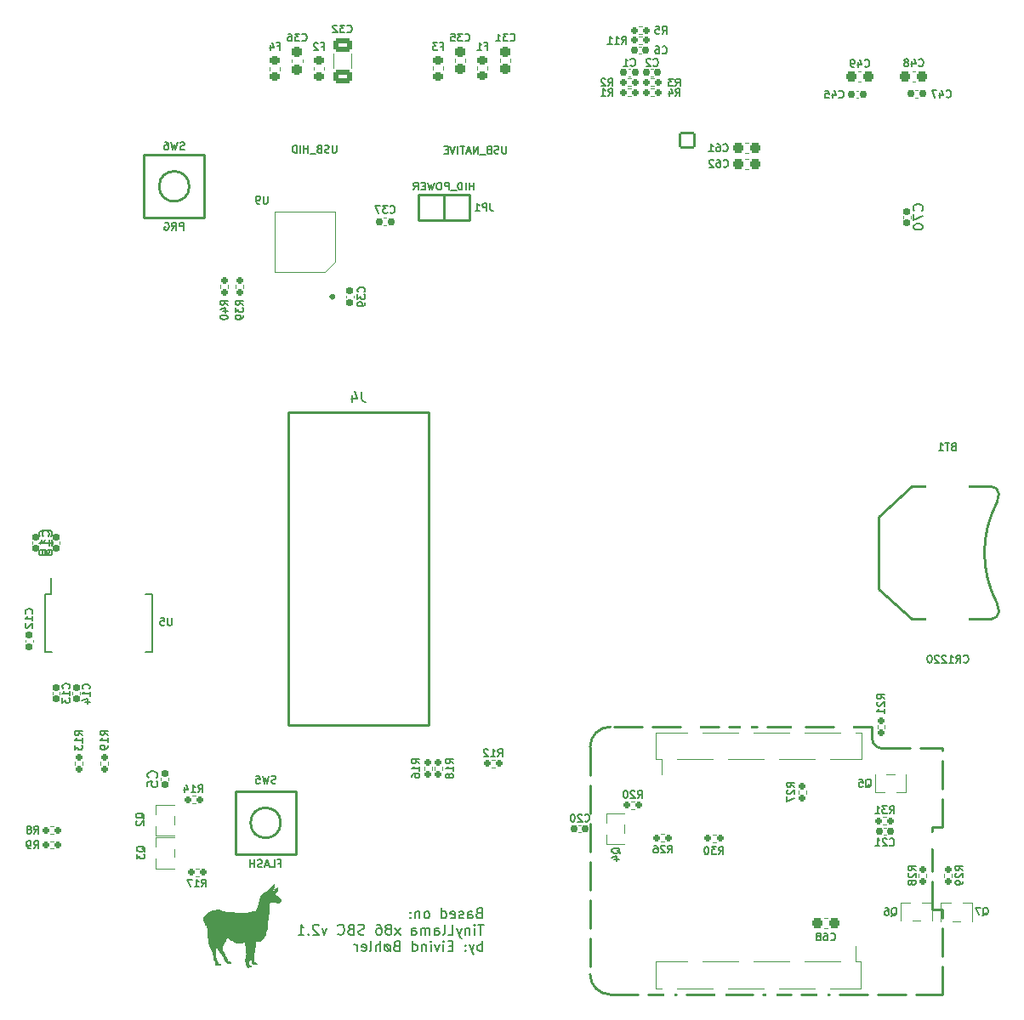
<source format=gbo>
G04 #@! TF.GenerationSoftware,KiCad,Pcbnew,8.0.2-1*
G04 #@! TF.CreationDate,2024-06-26T09:27:30-04:00*
G04 #@! TF.ProjectId,MiniCamel,4d696e69-4361-46d6-956c-2e6b69636164,2.1*
G04 #@! TF.SameCoordinates,PX16e3600PY6052340*
G04 #@! TF.FileFunction,Legend,Bot*
G04 #@! TF.FilePolarity,Positive*
%FSLAX46Y46*%
G04 Gerber Fmt 4.6, Leading zero omitted, Abs format (unit mm)*
G04 Created by KiCad (PCBNEW 8.0.2-1) date 2024-06-26 09:27:30*
%MOMM*%
%LPD*%
G01*
G04 APERTURE LIST*
G04 Aperture macros list*
%AMRoundRect*
0 Rectangle with rounded corners*
0 $1 Rounding radius*
0 $2 $3 $4 $5 $6 $7 $8 $9 X,Y pos of 4 corners*
0 Add a 4 corners polygon primitive as box body*
4,1,4,$2,$3,$4,$5,$6,$7,$8,$9,$2,$3,0*
0 Add four circle primitives for the rounded corners*
1,1,$1+$1,$2,$3*
1,1,$1+$1,$4,$5*
1,1,$1+$1,$6,$7*
1,1,$1+$1,$8,$9*
0 Add four rect primitives between the rounded corners*
20,1,$1+$1,$2,$3,$4,$5,0*
20,1,$1+$1,$4,$5,$6,$7,0*
20,1,$1+$1,$6,$7,$8,$9,0*
20,1,$1+$1,$8,$9,$2,$3,0*%
G04 Aperture macros list end*
%ADD10C,0.203200*%
%ADD11C,0.150000*%
%ADD12C,0.120000*%
%ADD13C,0.254000*%
%ADD14C,0.310000*%
%ADD15C,0.000000*%
%ADD16C,1.500000*%
%ADD17C,3.000000*%
%ADD18R,1.397000X1.397000*%
%ADD19C,1.397000*%
%ADD20C,4.064000*%
%ADD21C,3.250000*%
%ADD22RoundRect,0.102000X-0.704000X-0.704000X0.704000X-0.704000X0.704000X0.704000X-0.704000X0.704000X0*%
%ADD23C,1.612000*%
%ADD24C,1.734000*%
%ADD25C,2.604000*%
%ADD26C,1.600000*%
%ADD27C,5.000000*%
%ADD28R,1.070000X1.800000*%
%ADD29O,1.070000X1.800000*%
%ADD30C,0.600000*%
%ADD31O,0.900000X2.000000*%
%ADD32O,0.900000X1.700000*%
%ADD33C,1.300000*%
%ADD34C,1.700000*%
%ADD35R,1.600000X1.600000*%
%ADD36O,1.600000X1.600000*%
%ADD37R,1.530000X1.530000*%
%ADD38C,1.550000*%
%ADD39C,0.800000*%
%ADD40C,1.000000*%
%ADD41RoundRect,0.218750X-0.256250X0.218750X-0.256250X-0.218750X0.256250X-0.218750X0.256250X0.218750X0*%
%ADD42RoundRect,0.160000X-0.160000X0.197500X-0.160000X-0.197500X0.160000X-0.197500X0.160000X0.197500X0*%
%ADD43RoundRect,0.160000X0.197500X0.160000X-0.197500X0.160000X-0.197500X-0.160000X0.197500X-0.160000X0*%
%ADD44RoundRect,0.155000X-0.212500X-0.155000X0.212500X-0.155000X0.212500X0.155000X-0.212500X0.155000X0*%
%ADD45RoundRect,0.160000X0.160000X-0.197500X0.160000X0.197500X-0.160000X0.197500X-0.160000X-0.197500X0*%
%ADD46RoundRect,0.237500X0.300000X0.237500X-0.300000X0.237500X-0.300000X-0.237500X0.300000X-0.237500X0*%
%ADD47R,1.000000X2.510000*%
%ADD48RoundRect,0.155000X0.212500X0.155000X-0.212500X0.155000X-0.212500X-0.155000X0.212500X-0.155000X0*%
%ADD49RoundRect,0.155000X-0.155000X0.212500X-0.155000X-0.212500X0.155000X-0.212500X0.155000X0.212500X0*%
%ADD50R,1.600000X1.400000*%
%ADD51RoundRect,0.160000X-0.197500X-0.160000X0.197500X-0.160000X0.197500X0.160000X-0.197500X0.160000X0*%
%ADD52R,1.200000X0.600000*%
%ADD53RoundRect,0.155000X0.155000X-0.212500X0.155000X0.212500X-0.155000X0.212500X-0.155000X-0.212500X0*%
%ADD54R,0.450000X1.750000*%
%ADD55O,0.300000X1.400000*%
%ADD56O,1.400000X0.300000*%
%ADD57R,0.600000X1.200000*%
%ADD58RoundRect,0.237500X-0.300000X-0.237500X0.300000X-0.237500X0.300000X0.237500X-0.300000X0.237500X0*%
%ADD59RoundRect,0.237500X0.237500X-0.300000X0.237500X0.300000X-0.237500X0.300000X-0.237500X-0.300000X0*%
%ADD60RoundRect,0.250000X0.650000X-0.412500X0.650000X0.412500X-0.650000X0.412500X-0.650000X-0.412500X0*%
%ADD61C,1.400000*%
%ADD62C,2.600000*%
%ADD63C,0.900000*%
%ADD64R,2.400000X0.600000*%
%ADD65R,3.200000X1.900000*%
%ADD66R,4.200000X3.900000*%
G04 APERTURE END LIST*
D10*
X47335744Y-13381560D02*
X47190601Y-13429941D01*
X47190601Y-13429941D02*
X47142220Y-13478322D01*
X47142220Y-13478322D02*
X47093839Y-13575084D01*
X47093839Y-13575084D02*
X47093839Y-13720227D01*
X47093839Y-13720227D02*
X47142220Y-13816989D01*
X47142220Y-13816989D02*
X47190601Y-13865370D01*
X47190601Y-13865370D02*
X47287363Y-13913750D01*
X47287363Y-13913750D02*
X47674411Y-13913750D01*
X47674411Y-13913750D02*
X47674411Y-12897750D01*
X47674411Y-12897750D02*
X47335744Y-12897750D01*
X47335744Y-12897750D02*
X47238982Y-12946131D01*
X47238982Y-12946131D02*
X47190601Y-12994512D01*
X47190601Y-12994512D02*
X47142220Y-13091274D01*
X47142220Y-13091274D02*
X47142220Y-13188036D01*
X47142220Y-13188036D02*
X47190601Y-13284798D01*
X47190601Y-13284798D02*
X47238982Y-13333179D01*
X47238982Y-13333179D02*
X47335744Y-13381560D01*
X47335744Y-13381560D02*
X47674411Y-13381560D01*
X46222982Y-13913750D02*
X46222982Y-13381560D01*
X46222982Y-13381560D02*
X46271363Y-13284798D01*
X46271363Y-13284798D02*
X46368125Y-13236417D01*
X46368125Y-13236417D02*
X46561649Y-13236417D01*
X46561649Y-13236417D02*
X46658411Y-13284798D01*
X46222982Y-13865370D02*
X46319744Y-13913750D01*
X46319744Y-13913750D02*
X46561649Y-13913750D01*
X46561649Y-13913750D02*
X46658411Y-13865370D01*
X46658411Y-13865370D02*
X46706792Y-13768608D01*
X46706792Y-13768608D02*
X46706792Y-13671846D01*
X46706792Y-13671846D02*
X46658411Y-13575084D01*
X46658411Y-13575084D02*
X46561649Y-13526703D01*
X46561649Y-13526703D02*
X46319744Y-13526703D01*
X46319744Y-13526703D02*
X46222982Y-13478322D01*
X45787554Y-13865370D02*
X45690792Y-13913750D01*
X45690792Y-13913750D02*
X45497268Y-13913750D01*
X45497268Y-13913750D02*
X45400506Y-13865370D01*
X45400506Y-13865370D02*
X45352125Y-13768608D01*
X45352125Y-13768608D02*
X45352125Y-13720227D01*
X45352125Y-13720227D02*
X45400506Y-13623465D01*
X45400506Y-13623465D02*
X45497268Y-13575084D01*
X45497268Y-13575084D02*
X45642411Y-13575084D01*
X45642411Y-13575084D02*
X45739173Y-13526703D01*
X45739173Y-13526703D02*
X45787554Y-13429941D01*
X45787554Y-13429941D02*
X45787554Y-13381560D01*
X45787554Y-13381560D02*
X45739173Y-13284798D01*
X45739173Y-13284798D02*
X45642411Y-13236417D01*
X45642411Y-13236417D02*
X45497268Y-13236417D01*
X45497268Y-13236417D02*
X45400506Y-13284798D01*
X44529649Y-13865370D02*
X44626411Y-13913750D01*
X44626411Y-13913750D02*
X44819935Y-13913750D01*
X44819935Y-13913750D02*
X44916697Y-13865370D01*
X44916697Y-13865370D02*
X44965078Y-13768608D01*
X44965078Y-13768608D02*
X44965078Y-13381560D01*
X44965078Y-13381560D02*
X44916697Y-13284798D01*
X44916697Y-13284798D02*
X44819935Y-13236417D01*
X44819935Y-13236417D02*
X44626411Y-13236417D01*
X44626411Y-13236417D02*
X44529649Y-13284798D01*
X44529649Y-13284798D02*
X44481268Y-13381560D01*
X44481268Y-13381560D02*
X44481268Y-13478322D01*
X44481268Y-13478322D02*
X44965078Y-13575084D01*
X43610411Y-13913750D02*
X43610411Y-12897750D01*
X43610411Y-13865370D02*
X43707173Y-13913750D01*
X43707173Y-13913750D02*
X43900697Y-13913750D01*
X43900697Y-13913750D02*
X43997459Y-13865370D01*
X43997459Y-13865370D02*
X44045840Y-13816989D01*
X44045840Y-13816989D02*
X44094221Y-13720227D01*
X44094221Y-13720227D02*
X44094221Y-13429941D01*
X44094221Y-13429941D02*
X44045840Y-13333179D01*
X44045840Y-13333179D02*
X43997459Y-13284798D01*
X43997459Y-13284798D02*
X43900697Y-13236417D01*
X43900697Y-13236417D02*
X43707173Y-13236417D01*
X43707173Y-13236417D02*
X43610411Y-13284798D01*
X42207364Y-13913750D02*
X42304126Y-13865370D01*
X42304126Y-13865370D02*
X42352507Y-13816989D01*
X42352507Y-13816989D02*
X42400888Y-13720227D01*
X42400888Y-13720227D02*
X42400888Y-13429941D01*
X42400888Y-13429941D02*
X42352507Y-13333179D01*
X42352507Y-13333179D02*
X42304126Y-13284798D01*
X42304126Y-13284798D02*
X42207364Y-13236417D01*
X42207364Y-13236417D02*
X42062221Y-13236417D01*
X42062221Y-13236417D02*
X41965459Y-13284798D01*
X41965459Y-13284798D02*
X41917078Y-13333179D01*
X41917078Y-13333179D02*
X41868697Y-13429941D01*
X41868697Y-13429941D02*
X41868697Y-13720227D01*
X41868697Y-13720227D02*
X41917078Y-13816989D01*
X41917078Y-13816989D02*
X41965459Y-13865370D01*
X41965459Y-13865370D02*
X42062221Y-13913750D01*
X42062221Y-13913750D02*
X42207364Y-13913750D01*
X41433269Y-13236417D02*
X41433269Y-13913750D01*
X41433269Y-13333179D02*
X41384888Y-13284798D01*
X41384888Y-13284798D02*
X41288126Y-13236417D01*
X41288126Y-13236417D02*
X41142983Y-13236417D01*
X41142983Y-13236417D02*
X41046221Y-13284798D01*
X41046221Y-13284798D02*
X40997840Y-13381560D01*
X40997840Y-13381560D02*
X40997840Y-13913750D01*
X40514031Y-13816989D02*
X40465650Y-13865370D01*
X40465650Y-13865370D02*
X40514031Y-13913750D01*
X40514031Y-13913750D02*
X40562412Y-13865370D01*
X40562412Y-13865370D02*
X40514031Y-13816989D01*
X40514031Y-13816989D02*
X40514031Y-13913750D01*
X40514031Y-13284798D02*
X40465650Y-13333179D01*
X40465650Y-13333179D02*
X40514031Y-13381560D01*
X40514031Y-13381560D02*
X40562412Y-13333179D01*
X40562412Y-13333179D02*
X40514031Y-13284798D01*
X40514031Y-13284798D02*
X40514031Y-13381560D01*
X47819554Y-14533453D02*
X47238982Y-14533453D01*
X47529268Y-15549453D02*
X47529268Y-14533453D01*
X46900316Y-15549453D02*
X46900316Y-14872120D01*
X46900316Y-14533453D02*
X46948697Y-14581834D01*
X46948697Y-14581834D02*
X46900316Y-14630215D01*
X46900316Y-14630215D02*
X46851935Y-14581834D01*
X46851935Y-14581834D02*
X46900316Y-14533453D01*
X46900316Y-14533453D02*
X46900316Y-14630215D01*
X46416506Y-14872120D02*
X46416506Y-15549453D01*
X46416506Y-14968882D02*
X46368125Y-14920501D01*
X46368125Y-14920501D02*
X46271363Y-14872120D01*
X46271363Y-14872120D02*
X46126220Y-14872120D01*
X46126220Y-14872120D02*
X46029458Y-14920501D01*
X46029458Y-14920501D02*
X45981077Y-15017263D01*
X45981077Y-15017263D02*
X45981077Y-15549453D01*
X45594030Y-14872120D02*
X45352125Y-15549453D01*
X45110220Y-14872120D02*
X45352125Y-15549453D01*
X45352125Y-15549453D02*
X45448887Y-15791358D01*
X45448887Y-15791358D02*
X45497268Y-15839739D01*
X45497268Y-15839739D02*
X45594030Y-15888120D01*
X44239363Y-15549453D02*
X44723173Y-15549453D01*
X44723173Y-15549453D02*
X44723173Y-14533453D01*
X43755554Y-15549453D02*
X43852316Y-15501073D01*
X43852316Y-15501073D02*
X43900697Y-15404311D01*
X43900697Y-15404311D02*
X43900697Y-14533453D01*
X42933078Y-15549453D02*
X42933078Y-15017263D01*
X42933078Y-15017263D02*
X42981459Y-14920501D01*
X42981459Y-14920501D02*
X43078221Y-14872120D01*
X43078221Y-14872120D02*
X43271745Y-14872120D01*
X43271745Y-14872120D02*
X43368507Y-14920501D01*
X42933078Y-15501073D02*
X43029840Y-15549453D01*
X43029840Y-15549453D02*
X43271745Y-15549453D01*
X43271745Y-15549453D02*
X43368507Y-15501073D01*
X43368507Y-15501073D02*
X43416888Y-15404311D01*
X43416888Y-15404311D02*
X43416888Y-15307549D01*
X43416888Y-15307549D02*
X43368507Y-15210787D01*
X43368507Y-15210787D02*
X43271745Y-15162406D01*
X43271745Y-15162406D02*
X43029840Y-15162406D01*
X43029840Y-15162406D02*
X42933078Y-15114025D01*
X42449269Y-15549453D02*
X42449269Y-14872120D01*
X42449269Y-14968882D02*
X42400888Y-14920501D01*
X42400888Y-14920501D02*
X42304126Y-14872120D01*
X42304126Y-14872120D02*
X42158983Y-14872120D01*
X42158983Y-14872120D02*
X42062221Y-14920501D01*
X42062221Y-14920501D02*
X42013840Y-15017263D01*
X42013840Y-15017263D02*
X42013840Y-15549453D01*
X42013840Y-15017263D02*
X41965459Y-14920501D01*
X41965459Y-14920501D02*
X41868697Y-14872120D01*
X41868697Y-14872120D02*
X41723554Y-14872120D01*
X41723554Y-14872120D02*
X41626793Y-14920501D01*
X41626793Y-14920501D02*
X41578412Y-15017263D01*
X41578412Y-15017263D02*
X41578412Y-15549453D01*
X40659173Y-15549453D02*
X40659173Y-15017263D01*
X40659173Y-15017263D02*
X40707554Y-14920501D01*
X40707554Y-14920501D02*
X40804316Y-14872120D01*
X40804316Y-14872120D02*
X40997840Y-14872120D01*
X40997840Y-14872120D02*
X41094602Y-14920501D01*
X40659173Y-15501073D02*
X40755935Y-15549453D01*
X40755935Y-15549453D02*
X40997840Y-15549453D01*
X40997840Y-15549453D02*
X41094602Y-15501073D01*
X41094602Y-15501073D02*
X41142983Y-15404311D01*
X41142983Y-15404311D02*
X41142983Y-15307549D01*
X41142983Y-15307549D02*
X41094602Y-15210787D01*
X41094602Y-15210787D02*
X40997840Y-15162406D01*
X40997840Y-15162406D02*
X40755935Y-15162406D01*
X40755935Y-15162406D02*
X40659173Y-15114025D01*
X39498031Y-15549453D02*
X38965840Y-14872120D01*
X39498031Y-14872120D02*
X38965840Y-15549453D01*
X38433650Y-14968882D02*
X38530412Y-14920501D01*
X38530412Y-14920501D02*
X38578793Y-14872120D01*
X38578793Y-14872120D02*
X38627174Y-14775358D01*
X38627174Y-14775358D02*
X38627174Y-14726977D01*
X38627174Y-14726977D02*
X38578793Y-14630215D01*
X38578793Y-14630215D02*
X38530412Y-14581834D01*
X38530412Y-14581834D02*
X38433650Y-14533453D01*
X38433650Y-14533453D02*
X38240126Y-14533453D01*
X38240126Y-14533453D02*
X38143364Y-14581834D01*
X38143364Y-14581834D02*
X38094983Y-14630215D01*
X38094983Y-14630215D02*
X38046602Y-14726977D01*
X38046602Y-14726977D02*
X38046602Y-14775358D01*
X38046602Y-14775358D02*
X38094983Y-14872120D01*
X38094983Y-14872120D02*
X38143364Y-14920501D01*
X38143364Y-14920501D02*
X38240126Y-14968882D01*
X38240126Y-14968882D02*
X38433650Y-14968882D01*
X38433650Y-14968882D02*
X38530412Y-15017263D01*
X38530412Y-15017263D02*
X38578793Y-15065644D01*
X38578793Y-15065644D02*
X38627174Y-15162406D01*
X38627174Y-15162406D02*
X38627174Y-15355930D01*
X38627174Y-15355930D02*
X38578793Y-15452692D01*
X38578793Y-15452692D02*
X38530412Y-15501073D01*
X38530412Y-15501073D02*
X38433650Y-15549453D01*
X38433650Y-15549453D02*
X38240126Y-15549453D01*
X38240126Y-15549453D02*
X38143364Y-15501073D01*
X38143364Y-15501073D02*
X38094983Y-15452692D01*
X38094983Y-15452692D02*
X38046602Y-15355930D01*
X38046602Y-15355930D02*
X38046602Y-15162406D01*
X38046602Y-15162406D02*
X38094983Y-15065644D01*
X38094983Y-15065644D02*
X38143364Y-15017263D01*
X38143364Y-15017263D02*
X38240126Y-14968882D01*
X37175745Y-14533453D02*
X37369269Y-14533453D01*
X37369269Y-14533453D02*
X37466031Y-14581834D01*
X37466031Y-14581834D02*
X37514412Y-14630215D01*
X37514412Y-14630215D02*
X37611174Y-14775358D01*
X37611174Y-14775358D02*
X37659555Y-14968882D01*
X37659555Y-14968882D02*
X37659555Y-15355930D01*
X37659555Y-15355930D02*
X37611174Y-15452692D01*
X37611174Y-15452692D02*
X37562793Y-15501073D01*
X37562793Y-15501073D02*
X37466031Y-15549453D01*
X37466031Y-15549453D02*
X37272507Y-15549453D01*
X37272507Y-15549453D02*
X37175745Y-15501073D01*
X37175745Y-15501073D02*
X37127364Y-15452692D01*
X37127364Y-15452692D02*
X37078983Y-15355930D01*
X37078983Y-15355930D02*
X37078983Y-15114025D01*
X37078983Y-15114025D02*
X37127364Y-15017263D01*
X37127364Y-15017263D02*
X37175745Y-14968882D01*
X37175745Y-14968882D02*
X37272507Y-14920501D01*
X37272507Y-14920501D02*
X37466031Y-14920501D01*
X37466031Y-14920501D02*
X37562793Y-14968882D01*
X37562793Y-14968882D02*
X37611174Y-15017263D01*
X37611174Y-15017263D02*
X37659555Y-15114025D01*
X35917841Y-15501073D02*
X35772698Y-15549453D01*
X35772698Y-15549453D02*
X35530793Y-15549453D01*
X35530793Y-15549453D02*
X35434031Y-15501073D01*
X35434031Y-15501073D02*
X35385650Y-15452692D01*
X35385650Y-15452692D02*
X35337269Y-15355930D01*
X35337269Y-15355930D02*
X35337269Y-15259168D01*
X35337269Y-15259168D02*
X35385650Y-15162406D01*
X35385650Y-15162406D02*
X35434031Y-15114025D01*
X35434031Y-15114025D02*
X35530793Y-15065644D01*
X35530793Y-15065644D02*
X35724317Y-15017263D01*
X35724317Y-15017263D02*
X35821079Y-14968882D01*
X35821079Y-14968882D02*
X35869460Y-14920501D01*
X35869460Y-14920501D02*
X35917841Y-14823739D01*
X35917841Y-14823739D02*
X35917841Y-14726977D01*
X35917841Y-14726977D02*
X35869460Y-14630215D01*
X35869460Y-14630215D02*
X35821079Y-14581834D01*
X35821079Y-14581834D02*
X35724317Y-14533453D01*
X35724317Y-14533453D02*
X35482412Y-14533453D01*
X35482412Y-14533453D02*
X35337269Y-14581834D01*
X34563174Y-15017263D02*
X34418031Y-15065644D01*
X34418031Y-15065644D02*
X34369650Y-15114025D01*
X34369650Y-15114025D02*
X34321269Y-15210787D01*
X34321269Y-15210787D02*
X34321269Y-15355930D01*
X34321269Y-15355930D02*
X34369650Y-15452692D01*
X34369650Y-15452692D02*
X34418031Y-15501073D01*
X34418031Y-15501073D02*
X34514793Y-15549453D01*
X34514793Y-15549453D02*
X34901841Y-15549453D01*
X34901841Y-15549453D02*
X34901841Y-14533453D01*
X34901841Y-14533453D02*
X34563174Y-14533453D01*
X34563174Y-14533453D02*
X34466412Y-14581834D01*
X34466412Y-14581834D02*
X34418031Y-14630215D01*
X34418031Y-14630215D02*
X34369650Y-14726977D01*
X34369650Y-14726977D02*
X34369650Y-14823739D01*
X34369650Y-14823739D02*
X34418031Y-14920501D01*
X34418031Y-14920501D02*
X34466412Y-14968882D01*
X34466412Y-14968882D02*
X34563174Y-15017263D01*
X34563174Y-15017263D02*
X34901841Y-15017263D01*
X33305269Y-15452692D02*
X33353650Y-15501073D01*
X33353650Y-15501073D02*
X33498793Y-15549453D01*
X33498793Y-15549453D02*
X33595555Y-15549453D01*
X33595555Y-15549453D02*
X33740698Y-15501073D01*
X33740698Y-15501073D02*
X33837460Y-15404311D01*
X33837460Y-15404311D02*
X33885841Y-15307549D01*
X33885841Y-15307549D02*
X33934222Y-15114025D01*
X33934222Y-15114025D02*
X33934222Y-14968882D01*
X33934222Y-14968882D02*
X33885841Y-14775358D01*
X33885841Y-14775358D02*
X33837460Y-14678596D01*
X33837460Y-14678596D02*
X33740698Y-14581834D01*
X33740698Y-14581834D02*
X33595555Y-14533453D01*
X33595555Y-14533453D02*
X33498793Y-14533453D01*
X33498793Y-14533453D02*
X33353650Y-14581834D01*
X33353650Y-14581834D02*
X33305269Y-14630215D01*
X32192508Y-14872120D02*
X31950603Y-15549453D01*
X31950603Y-15549453D02*
X31708698Y-14872120D01*
X31370032Y-14630215D02*
X31321651Y-14581834D01*
X31321651Y-14581834D02*
X31224889Y-14533453D01*
X31224889Y-14533453D02*
X30982984Y-14533453D01*
X30982984Y-14533453D02*
X30886222Y-14581834D01*
X30886222Y-14581834D02*
X30837841Y-14630215D01*
X30837841Y-14630215D02*
X30789460Y-14726977D01*
X30789460Y-14726977D02*
X30789460Y-14823739D01*
X30789460Y-14823739D02*
X30837841Y-14968882D01*
X30837841Y-14968882D02*
X31418413Y-15549453D01*
X31418413Y-15549453D02*
X30789460Y-15549453D01*
X30354032Y-15452692D02*
X30305651Y-15501073D01*
X30305651Y-15501073D02*
X30354032Y-15549453D01*
X30354032Y-15549453D02*
X30402413Y-15501073D01*
X30402413Y-15501073D02*
X30354032Y-15452692D01*
X30354032Y-15452692D02*
X30354032Y-15549453D01*
X29338031Y-15549453D02*
X29918603Y-15549453D01*
X29628317Y-15549453D02*
X29628317Y-14533453D01*
X29628317Y-14533453D02*
X29725079Y-14678596D01*
X29725079Y-14678596D02*
X29821841Y-14775358D01*
X29821841Y-14775358D02*
X29918603Y-14823739D01*
X47674411Y-17185156D02*
X47674411Y-16169156D01*
X47674411Y-16556204D02*
X47577649Y-16507823D01*
X47577649Y-16507823D02*
X47384125Y-16507823D01*
X47384125Y-16507823D02*
X47287363Y-16556204D01*
X47287363Y-16556204D02*
X47238982Y-16604585D01*
X47238982Y-16604585D02*
X47190601Y-16701347D01*
X47190601Y-16701347D02*
X47190601Y-16991633D01*
X47190601Y-16991633D02*
X47238982Y-17088395D01*
X47238982Y-17088395D02*
X47287363Y-17136776D01*
X47287363Y-17136776D02*
X47384125Y-17185156D01*
X47384125Y-17185156D02*
X47577649Y-17185156D01*
X47577649Y-17185156D02*
X47674411Y-17136776D01*
X46851935Y-16507823D02*
X46610030Y-17185156D01*
X46368125Y-16507823D02*
X46610030Y-17185156D01*
X46610030Y-17185156D02*
X46706792Y-17427061D01*
X46706792Y-17427061D02*
X46755173Y-17475442D01*
X46755173Y-17475442D02*
X46851935Y-17523823D01*
X45981078Y-17088395D02*
X45932697Y-17136776D01*
X45932697Y-17136776D02*
X45981078Y-17185156D01*
X45981078Y-17185156D02*
X46029459Y-17136776D01*
X46029459Y-17136776D02*
X45981078Y-17088395D01*
X45981078Y-17088395D02*
X45981078Y-17185156D01*
X45981078Y-16556204D02*
X45932697Y-16604585D01*
X45932697Y-16604585D02*
X45981078Y-16652966D01*
X45981078Y-16652966D02*
X46029459Y-16604585D01*
X46029459Y-16604585D02*
X45981078Y-16556204D01*
X45981078Y-16556204D02*
X45981078Y-16652966D01*
X44723173Y-16652966D02*
X44384506Y-16652966D01*
X44239363Y-17185156D02*
X44723173Y-17185156D01*
X44723173Y-17185156D02*
X44723173Y-16169156D01*
X44723173Y-16169156D02*
X44239363Y-16169156D01*
X43803935Y-17185156D02*
X43803935Y-16507823D01*
X43803935Y-16169156D02*
X43852316Y-16217537D01*
X43852316Y-16217537D02*
X43803935Y-16265918D01*
X43803935Y-16265918D02*
X43755554Y-16217537D01*
X43755554Y-16217537D02*
X43803935Y-16169156D01*
X43803935Y-16169156D02*
X43803935Y-16265918D01*
X43416887Y-16507823D02*
X43174982Y-17185156D01*
X43174982Y-17185156D02*
X42933077Y-16507823D01*
X42546030Y-17185156D02*
X42546030Y-16507823D01*
X42546030Y-16169156D02*
X42594411Y-16217537D01*
X42594411Y-16217537D02*
X42546030Y-16265918D01*
X42546030Y-16265918D02*
X42497649Y-16217537D01*
X42497649Y-16217537D02*
X42546030Y-16169156D01*
X42546030Y-16169156D02*
X42546030Y-16265918D01*
X42062220Y-16507823D02*
X42062220Y-17185156D01*
X42062220Y-16604585D02*
X42013839Y-16556204D01*
X42013839Y-16556204D02*
X41917077Y-16507823D01*
X41917077Y-16507823D02*
X41771934Y-16507823D01*
X41771934Y-16507823D02*
X41675172Y-16556204D01*
X41675172Y-16556204D02*
X41626791Y-16652966D01*
X41626791Y-16652966D02*
X41626791Y-17185156D01*
X40707553Y-17185156D02*
X40707553Y-16169156D01*
X40707553Y-17136776D02*
X40804315Y-17185156D01*
X40804315Y-17185156D02*
X40997839Y-17185156D01*
X40997839Y-17185156D02*
X41094601Y-17136776D01*
X41094601Y-17136776D02*
X41142982Y-17088395D01*
X41142982Y-17088395D02*
X41191363Y-16991633D01*
X41191363Y-16991633D02*
X41191363Y-16701347D01*
X41191363Y-16701347D02*
X41142982Y-16604585D01*
X41142982Y-16604585D02*
X41094601Y-16556204D01*
X41094601Y-16556204D02*
X40997839Y-16507823D01*
X40997839Y-16507823D02*
X40804315Y-16507823D01*
X40804315Y-16507823D02*
X40707553Y-16556204D01*
X39110982Y-16652966D02*
X38965839Y-16701347D01*
X38965839Y-16701347D02*
X38917458Y-16749728D01*
X38917458Y-16749728D02*
X38869077Y-16846490D01*
X38869077Y-16846490D02*
X38869077Y-16991633D01*
X38869077Y-16991633D02*
X38917458Y-17088395D01*
X38917458Y-17088395D02*
X38965839Y-17136776D01*
X38965839Y-17136776D02*
X39062601Y-17185156D01*
X39062601Y-17185156D02*
X39449649Y-17185156D01*
X39449649Y-17185156D02*
X39449649Y-16169156D01*
X39449649Y-16169156D02*
X39110982Y-16169156D01*
X39110982Y-16169156D02*
X39014220Y-16217537D01*
X39014220Y-16217537D02*
X38965839Y-16265918D01*
X38965839Y-16265918D02*
X38917458Y-16362680D01*
X38917458Y-16362680D02*
X38917458Y-16459442D01*
X38917458Y-16459442D02*
X38965839Y-16556204D01*
X38965839Y-16556204D02*
X39014220Y-16604585D01*
X39014220Y-16604585D02*
X39110982Y-16652966D01*
X39110982Y-16652966D02*
X39449649Y-16652966D01*
X37901458Y-16507823D02*
X38530411Y-17185156D01*
X38288506Y-17185156D02*
X38385268Y-17136776D01*
X38385268Y-17136776D02*
X38433649Y-17088395D01*
X38433649Y-17088395D02*
X38482030Y-16991633D01*
X38482030Y-16991633D02*
X38482030Y-16701347D01*
X38482030Y-16701347D02*
X38433649Y-16604585D01*
X38433649Y-16604585D02*
X38385268Y-16556204D01*
X38385268Y-16556204D02*
X38288506Y-16507823D01*
X38288506Y-16507823D02*
X38143363Y-16507823D01*
X38143363Y-16507823D02*
X38046601Y-16556204D01*
X38046601Y-16556204D02*
X37998220Y-16604585D01*
X37998220Y-16604585D02*
X37949839Y-16701347D01*
X37949839Y-16701347D02*
X37949839Y-16991633D01*
X37949839Y-16991633D02*
X37998220Y-17088395D01*
X37998220Y-17088395D02*
X38046601Y-17136776D01*
X38046601Y-17136776D02*
X38143363Y-17185156D01*
X38143363Y-17185156D02*
X38288506Y-17185156D01*
X37514411Y-17185156D02*
X37514411Y-16169156D01*
X37078982Y-17185156D02*
X37078982Y-16652966D01*
X37078982Y-16652966D02*
X37127363Y-16556204D01*
X37127363Y-16556204D02*
X37224125Y-16507823D01*
X37224125Y-16507823D02*
X37369268Y-16507823D01*
X37369268Y-16507823D02*
X37466030Y-16556204D01*
X37466030Y-16556204D02*
X37514411Y-16604585D01*
X36450030Y-17185156D02*
X36546792Y-17136776D01*
X36546792Y-17136776D02*
X36595173Y-17040014D01*
X36595173Y-17040014D02*
X36595173Y-16169156D01*
X35675935Y-17136776D02*
X35772697Y-17185156D01*
X35772697Y-17185156D02*
X35966221Y-17185156D01*
X35966221Y-17185156D02*
X36062983Y-17136776D01*
X36062983Y-17136776D02*
X36111364Y-17040014D01*
X36111364Y-17040014D02*
X36111364Y-16652966D01*
X36111364Y-16652966D02*
X36062983Y-16556204D01*
X36062983Y-16556204D02*
X35966221Y-16507823D01*
X35966221Y-16507823D02*
X35772697Y-16507823D01*
X35772697Y-16507823D02*
X35675935Y-16556204D01*
X35675935Y-16556204D02*
X35627554Y-16652966D01*
X35627554Y-16652966D02*
X35627554Y-16749728D01*
X35627554Y-16749728D02*
X36111364Y-16846490D01*
X35192126Y-17185156D02*
X35192126Y-16507823D01*
X35192126Y-16701347D02*
X35143745Y-16604585D01*
X35143745Y-16604585D02*
X35095364Y-16556204D01*
X35095364Y-16556204D02*
X34998602Y-16507823D01*
X34998602Y-16507823D02*
X34901840Y-16507823D01*
D11*
X50061428Y63010836D02*
X50061428Y62403693D01*
X50061428Y62403693D02*
X50025714Y62332265D01*
X50025714Y62332265D02*
X49990000Y62296550D01*
X49990000Y62296550D02*
X49918571Y62260836D01*
X49918571Y62260836D02*
X49775714Y62260836D01*
X49775714Y62260836D02*
X49704285Y62296550D01*
X49704285Y62296550D02*
X49668571Y62332265D01*
X49668571Y62332265D02*
X49632857Y62403693D01*
X49632857Y62403693D02*
X49632857Y63010836D01*
X49311428Y62296550D02*
X49204286Y62260836D01*
X49204286Y62260836D02*
X49025714Y62260836D01*
X49025714Y62260836D02*
X48954286Y62296550D01*
X48954286Y62296550D02*
X48918571Y62332265D01*
X48918571Y62332265D02*
X48882857Y62403693D01*
X48882857Y62403693D02*
X48882857Y62475122D01*
X48882857Y62475122D02*
X48918571Y62546550D01*
X48918571Y62546550D02*
X48954286Y62582265D01*
X48954286Y62582265D02*
X49025714Y62617979D01*
X49025714Y62617979D02*
X49168571Y62653693D01*
X49168571Y62653693D02*
X49240000Y62689408D01*
X49240000Y62689408D02*
X49275714Y62725122D01*
X49275714Y62725122D02*
X49311428Y62796550D01*
X49311428Y62796550D02*
X49311428Y62867979D01*
X49311428Y62867979D02*
X49275714Y62939408D01*
X49275714Y62939408D02*
X49240000Y62975122D01*
X49240000Y62975122D02*
X49168571Y63010836D01*
X49168571Y63010836D02*
X48990000Y63010836D01*
X48990000Y63010836D02*
X48882857Y62975122D01*
X48311428Y62653693D02*
X48204285Y62617979D01*
X48204285Y62617979D02*
X48168571Y62582265D01*
X48168571Y62582265D02*
X48132857Y62510836D01*
X48132857Y62510836D02*
X48132857Y62403693D01*
X48132857Y62403693D02*
X48168571Y62332265D01*
X48168571Y62332265D02*
X48204285Y62296550D01*
X48204285Y62296550D02*
X48275714Y62260836D01*
X48275714Y62260836D02*
X48561428Y62260836D01*
X48561428Y62260836D02*
X48561428Y63010836D01*
X48561428Y63010836D02*
X48311428Y63010836D01*
X48311428Y63010836D02*
X48240000Y62975122D01*
X48240000Y62975122D02*
X48204285Y62939408D01*
X48204285Y62939408D02*
X48168571Y62867979D01*
X48168571Y62867979D02*
X48168571Y62796550D01*
X48168571Y62796550D02*
X48204285Y62725122D01*
X48204285Y62725122D02*
X48240000Y62689408D01*
X48240000Y62689408D02*
X48311428Y62653693D01*
X48311428Y62653693D02*
X48561428Y62653693D01*
X47990000Y62189408D02*
X47418571Y62189408D01*
X47239999Y62260836D02*
X47239999Y63010836D01*
X47239999Y63010836D02*
X46811428Y62260836D01*
X46811428Y62260836D02*
X46811428Y63010836D01*
X46489999Y62475122D02*
X46132857Y62475122D01*
X46561428Y62260836D02*
X46311428Y63010836D01*
X46311428Y63010836D02*
X46061428Y62260836D01*
X45918571Y63010836D02*
X45490000Y63010836D01*
X45704285Y62260836D02*
X45704285Y63010836D01*
X45239999Y62260836D02*
X45239999Y63010836D01*
X44989999Y63010836D02*
X44739999Y62260836D01*
X44739999Y62260836D02*
X44489999Y63010836D01*
X44239999Y62653693D02*
X43989999Y62653693D01*
X43882856Y62260836D02*
X44239999Y62260836D01*
X44239999Y62260836D02*
X44239999Y63010836D01*
X44239999Y63010836D02*
X43882856Y63010836D01*
X33166571Y63085836D02*
X33166571Y62478693D01*
X33166571Y62478693D02*
X33130857Y62407265D01*
X33130857Y62407265D02*
X33095143Y62371550D01*
X33095143Y62371550D02*
X33023714Y62335836D01*
X33023714Y62335836D02*
X32880857Y62335836D01*
X32880857Y62335836D02*
X32809428Y62371550D01*
X32809428Y62371550D02*
X32773714Y62407265D01*
X32773714Y62407265D02*
X32738000Y62478693D01*
X32738000Y62478693D02*
X32738000Y63085836D01*
X32416571Y62371550D02*
X32309429Y62335836D01*
X32309429Y62335836D02*
X32130857Y62335836D01*
X32130857Y62335836D02*
X32059429Y62371550D01*
X32059429Y62371550D02*
X32023714Y62407265D01*
X32023714Y62407265D02*
X31988000Y62478693D01*
X31988000Y62478693D02*
X31988000Y62550122D01*
X31988000Y62550122D02*
X32023714Y62621550D01*
X32023714Y62621550D02*
X32059429Y62657265D01*
X32059429Y62657265D02*
X32130857Y62692979D01*
X32130857Y62692979D02*
X32273714Y62728693D01*
X32273714Y62728693D02*
X32345143Y62764408D01*
X32345143Y62764408D02*
X32380857Y62800122D01*
X32380857Y62800122D02*
X32416571Y62871550D01*
X32416571Y62871550D02*
X32416571Y62942979D01*
X32416571Y62942979D02*
X32380857Y63014408D01*
X32380857Y63014408D02*
X32345143Y63050122D01*
X32345143Y63050122D02*
X32273714Y63085836D01*
X32273714Y63085836D02*
X32095143Y63085836D01*
X32095143Y63085836D02*
X31988000Y63050122D01*
X31416571Y62728693D02*
X31309428Y62692979D01*
X31309428Y62692979D02*
X31273714Y62657265D01*
X31273714Y62657265D02*
X31238000Y62585836D01*
X31238000Y62585836D02*
X31238000Y62478693D01*
X31238000Y62478693D02*
X31273714Y62407265D01*
X31273714Y62407265D02*
X31309428Y62371550D01*
X31309428Y62371550D02*
X31380857Y62335836D01*
X31380857Y62335836D02*
X31666571Y62335836D01*
X31666571Y62335836D02*
X31666571Y63085836D01*
X31666571Y63085836D02*
X31416571Y63085836D01*
X31416571Y63085836D02*
X31345143Y63050122D01*
X31345143Y63050122D02*
X31309428Y63014408D01*
X31309428Y63014408D02*
X31273714Y62942979D01*
X31273714Y62942979D02*
X31273714Y62871550D01*
X31273714Y62871550D02*
X31309428Y62800122D01*
X31309428Y62800122D02*
X31345143Y62764408D01*
X31345143Y62764408D02*
X31416571Y62728693D01*
X31416571Y62728693D02*
X31666571Y62728693D01*
X31095143Y62264408D02*
X30523714Y62264408D01*
X30345142Y62335836D02*
X30345142Y63085836D01*
X30345142Y62728693D02*
X29916571Y62728693D01*
X29916571Y62335836D02*
X29916571Y63085836D01*
X29559428Y62335836D02*
X29559428Y63085836D01*
X29202285Y62335836D02*
X29202285Y63085836D01*
X29202285Y63085836D02*
X29023714Y63085836D01*
X29023714Y63085836D02*
X28916571Y63050122D01*
X28916571Y63050122D02*
X28845142Y62978693D01*
X28845142Y62978693D02*
X28809428Y62907265D01*
X28809428Y62907265D02*
X28773714Y62764408D01*
X28773714Y62764408D02*
X28773714Y62657265D01*
X28773714Y62657265D02*
X28809428Y62514408D01*
X28809428Y62514408D02*
X28845142Y62442979D01*
X28845142Y62442979D02*
X28916571Y62371550D01*
X28916571Y62371550D02*
X29023714Y62335836D01*
X29023714Y62335836D02*
X29202285Y62335836D01*
X31664999Y72931193D02*
X31914999Y72931193D01*
X31914999Y72538336D02*
X31914999Y73288336D01*
X31914999Y73288336D02*
X31557856Y73288336D01*
X31307856Y73216908D02*
X31272142Y73252622D01*
X31272142Y73252622D02*
X31200714Y73288336D01*
X31200714Y73288336D02*
X31022142Y73288336D01*
X31022142Y73288336D02*
X30950714Y73252622D01*
X30950714Y73252622D02*
X30914999Y73216908D01*
X30914999Y73216908D02*
X30879285Y73145479D01*
X30879285Y73145479D02*
X30879285Y73074050D01*
X30879285Y73074050D02*
X30914999Y72966908D01*
X30914999Y72966908D02*
X31343571Y72538336D01*
X31343571Y72538336D02*
X30879285Y72538336D01*
X10389164Y4342144D02*
X10032021Y4592144D01*
X10389164Y4770715D02*
X9639164Y4770715D01*
X9639164Y4770715D02*
X9639164Y4485001D01*
X9639164Y4485001D02*
X9674878Y4413572D01*
X9674878Y4413572D02*
X9710592Y4377858D01*
X9710592Y4377858D02*
X9782021Y4342144D01*
X9782021Y4342144D02*
X9889164Y4342144D01*
X9889164Y4342144D02*
X9960592Y4377858D01*
X9960592Y4377858D02*
X9996307Y4413572D01*
X9996307Y4413572D02*
X10032021Y4485001D01*
X10032021Y4485001D02*
X10032021Y4770715D01*
X10389164Y3627858D02*
X10389164Y4056429D01*
X10389164Y3842144D02*
X9639164Y3842144D01*
X9639164Y3842144D02*
X9746307Y3913572D01*
X9746307Y3913572D02*
X9817735Y3985001D01*
X9817735Y3985001D02*
X9853450Y4056429D01*
X10389164Y3270715D02*
X10389164Y3127858D01*
X10389164Y3127858D02*
X10353450Y3056429D01*
X10353450Y3056429D02*
X10317735Y3020715D01*
X10317735Y3020715D02*
X10210592Y2949286D01*
X10210592Y2949286D02*
X10067735Y2913572D01*
X10067735Y2913572D02*
X9782021Y2913572D01*
X9782021Y2913572D02*
X9710592Y2949286D01*
X9710592Y2949286D02*
X9674878Y2985000D01*
X9674878Y2985000D02*
X9639164Y3056429D01*
X9639164Y3056429D02*
X9639164Y3199286D01*
X9639164Y3199286D02*
X9674878Y3270715D01*
X9674878Y3270715D02*
X9710592Y3306429D01*
X9710592Y3306429D02*
X9782021Y3342143D01*
X9782021Y3342143D02*
X9960592Y3342143D01*
X9960592Y3342143D02*
X10032021Y3306429D01*
X10032021Y3306429D02*
X10067735Y3270715D01*
X10067735Y3270715D02*
X10103450Y3199286D01*
X10103450Y3199286D02*
X10103450Y3056429D01*
X10103450Y3056429D02*
X10067735Y2985000D01*
X10067735Y2985000D02*
X10032021Y2949286D01*
X10032021Y2949286D02*
X9960592Y2913572D01*
X88212143Y-3479164D02*
X88462143Y-3122021D01*
X88640714Y-3479164D02*
X88640714Y-2729164D01*
X88640714Y-2729164D02*
X88355000Y-2729164D01*
X88355000Y-2729164D02*
X88283571Y-2764878D01*
X88283571Y-2764878D02*
X88247857Y-2800592D01*
X88247857Y-2800592D02*
X88212143Y-2872021D01*
X88212143Y-2872021D02*
X88212143Y-2979164D01*
X88212143Y-2979164D02*
X88247857Y-3050592D01*
X88247857Y-3050592D02*
X88283571Y-3086307D01*
X88283571Y-3086307D02*
X88355000Y-3122021D01*
X88355000Y-3122021D02*
X88640714Y-3122021D01*
X87962143Y-2729164D02*
X87497857Y-2729164D01*
X87497857Y-2729164D02*
X87747857Y-3014878D01*
X87747857Y-3014878D02*
X87640714Y-3014878D01*
X87640714Y-3014878D02*
X87569286Y-3050592D01*
X87569286Y-3050592D02*
X87533571Y-3086307D01*
X87533571Y-3086307D02*
X87497857Y-3157735D01*
X87497857Y-3157735D02*
X87497857Y-3336307D01*
X87497857Y-3336307D02*
X87533571Y-3407735D01*
X87533571Y-3407735D02*
X87569286Y-3443450D01*
X87569286Y-3443450D02*
X87640714Y-3479164D01*
X87640714Y-3479164D02*
X87855000Y-3479164D01*
X87855000Y-3479164D02*
X87926428Y-3443450D01*
X87926428Y-3443450D02*
X87962143Y-3407735D01*
X86783571Y-3479164D02*
X87212142Y-3479164D01*
X86997857Y-3479164D02*
X86997857Y-2729164D01*
X86997857Y-2729164D02*
X87069285Y-2836307D01*
X87069285Y-2836307D02*
X87140714Y-2907735D01*
X87140714Y-2907735D02*
X87212142Y-2943450D01*
X65600000Y72282265D02*
X65635714Y72246550D01*
X65635714Y72246550D02*
X65742857Y72210836D01*
X65742857Y72210836D02*
X65814285Y72210836D01*
X65814285Y72210836D02*
X65921428Y72246550D01*
X65921428Y72246550D02*
X65992857Y72317979D01*
X65992857Y72317979D02*
X66028571Y72389408D01*
X66028571Y72389408D02*
X66064285Y72532265D01*
X66064285Y72532265D02*
X66064285Y72639408D01*
X66064285Y72639408D02*
X66028571Y72782265D01*
X66028571Y72782265D02*
X65992857Y72853693D01*
X65992857Y72853693D02*
X65921428Y72925122D01*
X65921428Y72925122D02*
X65814285Y72960836D01*
X65814285Y72960836D02*
X65742857Y72960836D01*
X65742857Y72960836D02*
X65635714Y72925122D01*
X65635714Y72925122D02*
X65600000Y72889408D01*
X64957143Y72960836D02*
X65100000Y72960836D01*
X65100000Y72960836D02*
X65171428Y72925122D01*
X65171428Y72925122D02*
X65207143Y72889408D01*
X65207143Y72889408D02*
X65278571Y72782265D01*
X65278571Y72782265D02*
X65314285Y72639408D01*
X65314285Y72639408D02*
X65314285Y72353693D01*
X65314285Y72353693D02*
X65278571Y72282265D01*
X65278571Y72282265D02*
X65242857Y72246550D01*
X65242857Y72246550D02*
X65171428Y72210836D01*
X65171428Y72210836D02*
X65028571Y72210836D01*
X65028571Y72210836D02*
X64957143Y72246550D01*
X64957143Y72246550D02*
X64921428Y72282265D01*
X64921428Y72282265D02*
X64885714Y72353693D01*
X64885714Y72353693D02*
X64885714Y72532265D01*
X64885714Y72532265D02*
X64921428Y72603693D01*
X64921428Y72603693D02*
X64957143Y72639408D01*
X64957143Y72639408D02*
X65028571Y72675122D01*
X65028571Y72675122D02*
X65171428Y72675122D01*
X65171428Y72675122D02*
X65242857Y72639408D01*
X65242857Y72639408D02*
X65278571Y72603693D01*
X65278571Y72603693D02*
X65314285Y72532265D01*
X95499164Y-9137856D02*
X95142021Y-8887856D01*
X95499164Y-8709285D02*
X94749164Y-8709285D01*
X94749164Y-8709285D02*
X94749164Y-8994999D01*
X94749164Y-8994999D02*
X94784878Y-9066428D01*
X94784878Y-9066428D02*
X94820592Y-9102142D01*
X94820592Y-9102142D02*
X94892021Y-9137856D01*
X94892021Y-9137856D02*
X94999164Y-9137856D01*
X94999164Y-9137856D02*
X95070592Y-9102142D01*
X95070592Y-9102142D02*
X95106307Y-9066428D01*
X95106307Y-9066428D02*
X95142021Y-8994999D01*
X95142021Y-8994999D02*
X95142021Y-8709285D01*
X94820592Y-9423571D02*
X94784878Y-9459285D01*
X94784878Y-9459285D02*
X94749164Y-9530714D01*
X94749164Y-9530714D02*
X94749164Y-9709285D01*
X94749164Y-9709285D02*
X94784878Y-9780714D01*
X94784878Y-9780714D02*
X94820592Y-9816428D01*
X94820592Y-9816428D02*
X94892021Y-9852142D01*
X94892021Y-9852142D02*
X94963450Y-9852142D01*
X94963450Y-9852142D02*
X95070592Y-9816428D01*
X95070592Y-9816428D02*
X95499164Y-9387856D01*
X95499164Y-9387856D02*
X95499164Y-9852142D01*
X95499164Y-10209285D02*
X95499164Y-10352142D01*
X95499164Y-10352142D02*
X95463450Y-10423571D01*
X95463450Y-10423571D02*
X95427735Y-10459285D01*
X95427735Y-10459285D02*
X95320592Y-10530714D01*
X95320592Y-10530714D02*
X95177735Y-10566428D01*
X95177735Y-10566428D02*
X94892021Y-10566428D01*
X94892021Y-10566428D02*
X94820592Y-10530714D01*
X94820592Y-10530714D02*
X94784878Y-10495000D01*
X94784878Y-10495000D02*
X94749164Y-10423571D01*
X94749164Y-10423571D02*
X94749164Y-10280714D01*
X94749164Y-10280714D02*
X94784878Y-10209285D01*
X94784878Y-10209285D02*
X94820592Y-10173571D01*
X94820592Y-10173571D02*
X94892021Y-10137857D01*
X94892021Y-10137857D02*
X95070592Y-10137857D01*
X95070592Y-10137857D02*
X95142021Y-10173571D01*
X95142021Y-10173571D02*
X95177735Y-10209285D01*
X95177735Y-10209285D02*
X95213450Y-10280714D01*
X95213450Y-10280714D02*
X95213450Y-10423571D01*
X95213450Y-10423571D02*
X95177735Y-10495000D01*
X95177735Y-10495000D02*
X95142021Y-10530714D01*
X95142021Y-10530714D02*
X95070592Y-10566428D01*
X47949999Y72952694D02*
X48199999Y72952694D01*
X48199999Y72559837D02*
X48199999Y73309837D01*
X48199999Y73309837D02*
X47842856Y73309837D01*
X47164285Y72559837D02*
X47592856Y72559837D01*
X47378571Y72559837D02*
X47378571Y73309837D01*
X47378571Y73309837D02*
X47449999Y73202694D01*
X47449999Y73202694D02*
X47521428Y73131266D01*
X47521428Y73131266D02*
X47592856Y73095551D01*
X91107143Y71007265D02*
X91142857Y70971550D01*
X91142857Y70971550D02*
X91250000Y70935836D01*
X91250000Y70935836D02*
X91321428Y70935836D01*
X91321428Y70935836D02*
X91428571Y70971550D01*
X91428571Y70971550D02*
X91500000Y71042979D01*
X91500000Y71042979D02*
X91535714Y71114408D01*
X91535714Y71114408D02*
X91571428Y71257265D01*
X91571428Y71257265D02*
X91571428Y71364408D01*
X91571428Y71364408D02*
X91535714Y71507265D01*
X91535714Y71507265D02*
X91500000Y71578693D01*
X91500000Y71578693D02*
X91428571Y71650122D01*
X91428571Y71650122D02*
X91321428Y71685836D01*
X91321428Y71685836D02*
X91250000Y71685836D01*
X91250000Y71685836D02*
X91142857Y71650122D01*
X91142857Y71650122D02*
X91107143Y71614408D01*
X90464286Y71435836D02*
X90464286Y70935836D01*
X90642857Y71721550D02*
X90821428Y71185836D01*
X90821428Y71185836D02*
X90357143Y71185836D01*
X89964285Y71364408D02*
X90035714Y71400122D01*
X90035714Y71400122D02*
X90071428Y71435836D01*
X90071428Y71435836D02*
X90107142Y71507265D01*
X90107142Y71507265D02*
X90107142Y71542979D01*
X90107142Y71542979D02*
X90071428Y71614408D01*
X90071428Y71614408D02*
X90035714Y71650122D01*
X90035714Y71650122D02*
X89964285Y71685836D01*
X89964285Y71685836D02*
X89821428Y71685836D01*
X89821428Y71685836D02*
X89750000Y71650122D01*
X89750000Y71650122D02*
X89714285Y71614408D01*
X89714285Y71614408D02*
X89678571Y71542979D01*
X89678571Y71542979D02*
X89678571Y71507265D01*
X89678571Y71507265D02*
X89714285Y71435836D01*
X89714285Y71435836D02*
X89750000Y71400122D01*
X89750000Y71400122D02*
X89821428Y71364408D01*
X89821428Y71364408D02*
X89964285Y71364408D01*
X89964285Y71364408D02*
X90035714Y71328693D01*
X90035714Y71328693D02*
X90071428Y71292979D01*
X90071428Y71292979D02*
X90107142Y71221550D01*
X90107142Y71221550D02*
X90107142Y71078693D01*
X90107142Y71078693D02*
X90071428Y71007265D01*
X90071428Y71007265D02*
X90035714Y70971550D01*
X90035714Y70971550D02*
X89964285Y70935836D01*
X89964285Y70935836D02*
X89821428Y70935836D01*
X89821428Y70935836D02*
X89750000Y70971550D01*
X89750000Y70971550D02*
X89714285Y71007265D01*
X89714285Y71007265D02*
X89678571Y71078693D01*
X89678571Y71078693D02*
X89678571Y71221550D01*
X89678571Y71221550D02*
X89714285Y71292979D01*
X89714285Y71292979D02*
X89750000Y71328693D01*
X89750000Y71328693D02*
X89821428Y71364408D01*
X62440000Y71042265D02*
X62475714Y71006550D01*
X62475714Y71006550D02*
X62582857Y70970836D01*
X62582857Y70970836D02*
X62654285Y70970836D01*
X62654285Y70970836D02*
X62761428Y71006550D01*
X62761428Y71006550D02*
X62832857Y71077979D01*
X62832857Y71077979D02*
X62868571Y71149408D01*
X62868571Y71149408D02*
X62904285Y71292265D01*
X62904285Y71292265D02*
X62904285Y71399408D01*
X62904285Y71399408D02*
X62868571Y71542265D01*
X62868571Y71542265D02*
X62832857Y71613693D01*
X62832857Y71613693D02*
X62761428Y71685122D01*
X62761428Y71685122D02*
X62654285Y71720836D01*
X62654285Y71720836D02*
X62582857Y71720836D01*
X62582857Y71720836D02*
X62475714Y71685122D01*
X62475714Y71685122D02*
X62440000Y71649408D01*
X61725714Y70970836D02*
X62154285Y70970836D01*
X61940000Y70970836D02*
X61940000Y71720836D01*
X61940000Y71720836D02*
X62011428Y71613693D01*
X62011428Y71613693D02*
X62082857Y71542265D01*
X62082857Y71542265D02*
X62154285Y71506550D01*
X15249580Y109167D02*
X15297200Y156786D01*
X15297200Y156786D02*
X15344819Y299643D01*
X15344819Y299643D02*
X15344819Y394881D01*
X15344819Y394881D02*
X15297200Y537738D01*
X15297200Y537738D02*
X15201961Y632976D01*
X15201961Y632976D02*
X15106723Y680595D01*
X15106723Y680595D02*
X14916247Y728214D01*
X14916247Y728214D02*
X14773390Y728214D01*
X14773390Y728214D02*
X14582914Y680595D01*
X14582914Y680595D02*
X14487676Y632976D01*
X14487676Y632976D02*
X14392438Y537738D01*
X14392438Y537738D02*
X14344819Y394881D01*
X14344819Y394881D02*
X14344819Y299643D01*
X14344819Y299643D02*
X14392438Y156786D01*
X14392438Y156786D02*
X14440057Y109167D01*
X14344819Y-795595D02*
X14344819Y-319405D01*
X14344819Y-319405D02*
X14821009Y-271786D01*
X14821009Y-271786D02*
X14773390Y-319405D01*
X14773390Y-319405D02*
X14725771Y-414643D01*
X14725771Y-414643D02*
X14725771Y-652738D01*
X14725771Y-652738D02*
X14773390Y-747976D01*
X14773390Y-747976D02*
X14821009Y-795595D01*
X14821009Y-795595D02*
X14916247Y-843214D01*
X14916247Y-843214D02*
X15154342Y-843214D01*
X15154342Y-843214D02*
X15249580Y-795595D01*
X15249580Y-795595D02*
X15297200Y-747976D01*
X15297200Y-747976D02*
X15344819Y-652738D01*
X15344819Y-652738D02*
X15344819Y-414643D01*
X15344819Y-414643D02*
X15297200Y-319405D01*
X15297200Y-319405D02*
X15249580Y-271786D01*
X19732143Y-10779164D02*
X19982143Y-10422021D01*
X20160714Y-10779164D02*
X20160714Y-10029164D01*
X20160714Y-10029164D02*
X19875000Y-10029164D01*
X19875000Y-10029164D02*
X19803571Y-10064878D01*
X19803571Y-10064878D02*
X19767857Y-10100592D01*
X19767857Y-10100592D02*
X19732143Y-10172021D01*
X19732143Y-10172021D02*
X19732143Y-10279164D01*
X19732143Y-10279164D02*
X19767857Y-10350592D01*
X19767857Y-10350592D02*
X19803571Y-10386307D01*
X19803571Y-10386307D02*
X19875000Y-10422021D01*
X19875000Y-10422021D02*
X20160714Y-10422021D01*
X19017857Y-10779164D02*
X19446428Y-10779164D01*
X19232143Y-10779164D02*
X19232143Y-10029164D01*
X19232143Y-10029164D02*
X19303571Y-10136307D01*
X19303571Y-10136307D02*
X19375000Y-10207735D01*
X19375000Y-10207735D02*
X19446428Y-10243450D01*
X18767857Y-10029164D02*
X18267857Y-10029164D01*
X18267857Y-10029164D02*
X18589285Y-10779164D01*
X17999999Y62696550D02*
X17892857Y62660836D01*
X17892857Y62660836D02*
X17714285Y62660836D01*
X17714285Y62660836D02*
X17642857Y62696550D01*
X17642857Y62696550D02*
X17607142Y62732265D01*
X17607142Y62732265D02*
X17571428Y62803693D01*
X17571428Y62803693D02*
X17571428Y62875122D01*
X17571428Y62875122D02*
X17607142Y62946550D01*
X17607142Y62946550D02*
X17642857Y62982265D01*
X17642857Y62982265D02*
X17714285Y63017979D01*
X17714285Y63017979D02*
X17857142Y63053693D01*
X17857142Y63053693D02*
X17928571Y63089408D01*
X17928571Y63089408D02*
X17964285Y63125122D01*
X17964285Y63125122D02*
X17999999Y63196550D01*
X17999999Y63196550D02*
X17999999Y63267979D01*
X17999999Y63267979D02*
X17964285Y63339408D01*
X17964285Y63339408D02*
X17928571Y63375122D01*
X17928571Y63375122D02*
X17857142Y63410836D01*
X17857142Y63410836D02*
X17678571Y63410836D01*
X17678571Y63410836D02*
X17571428Y63375122D01*
X17321428Y63410836D02*
X17142856Y62660836D01*
X17142856Y62660836D02*
X16999999Y63196550D01*
X16999999Y63196550D02*
X16857142Y62660836D01*
X16857142Y62660836D02*
X16678571Y63410836D01*
X16071428Y63410836D02*
X16214285Y63410836D01*
X16214285Y63410836D02*
X16285713Y63375122D01*
X16285713Y63375122D02*
X16321428Y63339408D01*
X16321428Y63339408D02*
X16392856Y63232265D01*
X16392856Y63232265D02*
X16428570Y63089408D01*
X16428570Y63089408D02*
X16428570Y62803693D01*
X16428570Y62803693D02*
X16392856Y62732265D01*
X16392856Y62732265D02*
X16357142Y62696550D01*
X16357142Y62696550D02*
X16285713Y62660836D01*
X16285713Y62660836D02*
X16142856Y62660836D01*
X16142856Y62660836D02*
X16071428Y62696550D01*
X16071428Y62696550D02*
X16035713Y62732265D01*
X16035713Y62732265D02*
X15999999Y62803693D01*
X15999999Y62803693D02*
X15999999Y62982265D01*
X15999999Y62982265D02*
X16035713Y63053693D01*
X16035713Y63053693D02*
X16071428Y63089408D01*
X16071428Y63089408D02*
X16142856Y63125122D01*
X16142856Y63125122D02*
X16285713Y63125122D01*
X16285713Y63125122D02*
X16357142Y63089408D01*
X16357142Y63089408D02*
X16392856Y63053693D01*
X16392856Y63053693D02*
X16428570Y62982265D01*
X17946428Y54650836D02*
X17946428Y55400836D01*
X17946428Y55400836D02*
X17660714Y55400836D01*
X17660714Y55400836D02*
X17589285Y55365122D01*
X17589285Y55365122D02*
X17553571Y55329408D01*
X17553571Y55329408D02*
X17517857Y55257979D01*
X17517857Y55257979D02*
X17517857Y55150836D01*
X17517857Y55150836D02*
X17553571Y55079408D01*
X17553571Y55079408D02*
X17589285Y55043693D01*
X17589285Y55043693D02*
X17660714Y55007979D01*
X17660714Y55007979D02*
X17946428Y55007979D01*
X16767857Y54650836D02*
X17017857Y55007979D01*
X17196428Y54650836D02*
X17196428Y55400836D01*
X17196428Y55400836D02*
X16910714Y55400836D01*
X16910714Y55400836D02*
X16839285Y55365122D01*
X16839285Y55365122D02*
X16803571Y55329408D01*
X16803571Y55329408D02*
X16767857Y55257979D01*
X16767857Y55257979D02*
X16767857Y55150836D01*
X16767857Y55150836D02*
X16803571Y55079408D01*
X16803571Y55079408D02*
X16839285Y55043693D01*
X16839285Y55043693D02*
X16910714Y55007979D01*
X16910714Y55007979D02*
X17196428Y55007979D01*
X16053571Y55365122D02*
X16125000Y55400836D01*
X16125000Y55400836D02*
X16232142Y55400836D01*
X16232142Y55400836D02*
X16339285Y55365122D01*
X16339285Y55365122D02*
X16410714Y55293693D01*
X16410714Y55293693D02*
X16446428Y55222265D01*
X16446428Y55222265D02*
X16482142Y55079408D01*
X16482142Y55079408D02*
X16482142Y54972265D01*
X16482142Y54972265D02*
X16446428Y54829408D01*
X16446428Y54829408D02*
X16410714Y54757979D01*
X16410714Y54757979D02*
X16339285Y54686550D01*
X16339285Y54686550D02*
X16232142Y54650836D01*
X16232142Y54650836D02*
X16160714Y54650836D01*
X16160714Y54650836D02*
X16053571Y54686550D01*
X16053571Y54686550D02*
X16017857Y54722265D01*
X16017857Y54722265D02*
X16017857Y54972265D01*
X16017857Y54972265D02*
X16160714Y54972265D01*
X71657143Y62532265D02*
X71692857Y62496550D01*
X71692857Y62496550D02*
X71800000Y62460836D01*
X71800000Y62460836D02*
X71871428Y62460836D01*
X71871428Y62460836D02*
X71978571Y62496550D01*
X71978571Y62496550D02*
X72050000Y62567979D01*
X72050000Y62567979D02*
X72085714Y62639408D01*
X72085714Y62639408D02*
X72121428Y62782265D01*
X72121428Y62782265D02*
X72121428Y62889408D01*
X72121428Y62889408D02*
X72085714Y63032265D01*
X72085714Y63032265D02*
X72050000Y63103693D01*
X72050000Y63103693D02*
X71978571Y63175122D01*
X71978571Y63175122D02*
X71871428Y63210836D01*
X71871428Y63210836D02*
X71800000Y63210836D01*
X71800000Y63210836D02*
X71692857Y63175122D01*
X71692857Y63175122D02*
X71657143Y63139408D01*
X71014286Y63210836D02*
X71157143Y63210836D01*
X71157143Y63210836D02*
X71228571Y63175122D01*
X71228571Y63175122D02*
X71264286Y63139408D01*
X71264286Y63139408D02*
X71335714Y63032265D01*
X71335714Y63032265D02*
X71371428Y62889408D01*
X71371428Y62889408D02*
X71371428Y62603693D01*
X71371428Y62603693D02*
X71335714Y62532265D01*
X71335714Y62532265D02*
X71300000Y62496550D01*
X71300000Y62496550D02*
X71228571Y62460836D01*
X71228571Y62460836D02*
X71085714Y62460836D01*
X71085714Y62460836D02*
X71014286Y62496550D01*
X71014286Y62496550D02*
X70978571Y62532265D01*
X70978571Y62532265D02*
X70942857Y62603693D01*
X70942857Y62603693D02*
X70942857Y62782265D01*
X70942857Y62782265D02*
X70978571Y62853693D01*
X70978571Y62853693D02*
X71014286Y62889408D01*
X71014286Y62889408D02*
X71085714Y62925122D01*
X71085714Y62925122D02*
X71228571Y62925122D01*
X71228571Y62925122D02*
X71300000Y62889408D01*
X71300000Y62889408D02*
X71335714Y62853693D01*
X71335714Y62853693D02*
X71371428Y62782265D01*
X70228571Y62460836D02*
X70657142Y62460836D01*
X70442857Y62460836D02*
X70442857Y63210836D01*
X70442857Y63210836D02*
X70514285Y63103693D01*
X70514285Y63103693D02*
X70585714Y63032265D01*
X70585714Y63032265D02*
X70657142Y62996550D01*
X38482143Y56392265D02*
X38517857Y56356550D01*
X38517857Y56356550D02*
X38625000Y56320836D01*
X38625000Y56320836D02*
X38696428Y56320836D01*
X38696428Y56320836D02*
X38803571Y56356550D01*
X38803571Y56356550D02*
X38875000Y56427979D01*
X38875000Y56427979D02*
X38910714Y56499408D01*
X38910714Y56499408D02*
X38946428Y56642265D01*
X38946428Y56642265D02*
X38946428Y56749408D01*
X38946428Y56749408D02*
X38910714Y56892265D01*
X38910714Y56892265D02*
X38875000Y56963693D01*
X38875000Y56963693D02*
X38803571Y57035122D01*
X38803571Y57035122D02*
X38696428Y57070836D01*
X38696428Y57070836D02*
X38625000Y57070836D01*
X38625000Y57070836D02*
X38517857Y57035122D01*
X38517857Y57035122D02*
X38482143Y56999408D01*
X38232143Y57070836D02*
X37767857Y57070836D01*
X37767857Y57070836D02*
X38017857Y56785122D01*
X38017857Y56785122D02*
X37910714Y56785122D01*
X37910714Y56785122D02*
X37839286Y56749408D01*
X37839286Y56749408D02*
X37803571Y56713693D01*
X37803571Y56713693D02*
X37767857Y56642265D01*
X37767857Y56642265D02*
X37767857Y56463693D01*
X37767857Y56463693D02*
X37803571Y56392265D01*
X37803571Y56392265D02*
X37839286Y56356550D01*
X37839286Y56356550D02*
X37910714Y56320836D01*
X37910714Y56320836D02*
X38125000Y56320836D01*
X38125000Y56320836D02*
X38196428Y56356550D01*
X38196428Y56356550D02*
X38232143Y56392265D01*
X37517857Y57070836D02*
X37017857Y57070836D01*
X37017857Y57070836D02*
X37339285Y56320836D01*
X41429164Y1512144D02*
X41072021Y1762144D01*
X41429164Y1940715D02*
X40679164Y1940715D01*
X40679164Y1940715D02*
X40679164Y1655001D01*
X40679164Y1655001D02*
X40714878Y1583572D01*
X40714878Y1583572D02*
X40750592Y1547858D01*
X40750592Y1547858D02*
X40822021Y1512144D01*
X40822021Y1512144D02*
X40929164Y1512144D01*
X40929164Y1512144D02*
X41000592Y1547858D01*
X41000592Y1547858D02*
X41036307Y1583572D01*
X41036307Y1583572D02*
X41072021Y1655001D01*
X41072021Y1655001D02*
X41072021Y1940715D01*
X41429164Y797858D02*
X41429164Y1226429D01*
X41429164Y1012144D02*
X40679164Y1012144D01*
X40679164Y1012144D02*
X40786307Y1083572D01*
X40786307Y1083572D02*
X40857735Y1155001D01*
X40857735Y1155001D02*
X40893450Y1226429D01*
X40679164Y155000D02*
X40679164Y297858D01*
X40679164Y297858D02*
X40714878Y369286D01*
X40714878Y369286D02*
X40750592Y405000D01*
X40750592Y405000D02*
X40857735Y476429D01*
X40857735Y476429D02*
X41000592Y512143D01*
X41000592Y512143D02*
X41286307Y512143D01*
X41286307Y512143D02*
X41357735Y476429D01*
X41357735Y476429D02*
X41393450Y440715D01*
X41393450Y440715D02*
X41429164Y369286D01*
X41429164Y369286D02*
X41429164Y226429D01*
X41429164Y226429D02*
X41393450Y155000D01*
X41393450Y155000D02*
X41357735Y119286D01*
X41357735Y119286D02*
X41286307Y83572D01*
X41286307Y83572D02*
X41107735Y83572D01*
X41107735Y83572D02*
X41036307Y119286D01*
X41036307Y119286D02*
X41000592Y155000D01*
X41000592Y155000D02*
X40964878Y226429D01*
X40964878Y226429D02*
X40964878Y369286D01*
X40964878Y369286D02*
X41000592Y440715D01*
X41000592Y440715D02*
X41036307Y476429D01*
X41036307Y476429D02*
X41107735Y512143D01*
X8542735Y8957144D02*
X8578450Y8992858D01*
X8578450Y8992858D02*
X8614164Y9100001D01*
X8614164Y9100001D02*
X8614164Y9171429D01*
X8614164Y9171429D02*
X8578450Y9278572D01*
X8578450Y9278572D02*
X8507021Y9350001D01*
X8507021Y9350001D02*
X8435592Y9385715D01*
X8435592Y9385715D02*
X8292735Y9421429D01*
X8292735Y9421429D02*
X8185592Y9421429D01*
X8185592Y9421429D02*
X8042735Y9385715D01*
X8042735Y9385715D02*
X7971307Y9350001D01*
X7971307Y9350001D02*
X7899878Y9278572D01*
X7899878Y9278572D02*
X7864164Y9171429D01*
X7864164Y9171429D02*
X7864164Y9100001D01*
X7864164Y9100001D02*
X7899878Y8992858D01*
X7899878Y8992858D02*
X7935592Y8957144D01*
X8614164Y8242858D02*
X8614164Y8671429D01*
X8614164Y8457144D02*
X7864164Y8457144D01*
X7864164Y8457144D02*
X7971307Y8528572D01*
X7971307Y8528572D02*
X8042735Y8600001D01*
X8042735Y8600001D02*
X8078450Y8671429D01*
X8114164Y7600000D02*
X8614164Y7600000D01*
X7828450Y7778572D02*
X8364164Y7957143D01*
X8364164Y7957143D02*
X8364164Y7492858D01*
X66927500Y68970836D02*
X67177500Y69327979D01*
X67356071Y68970836D02*
X67356071Y69720836D01*
X67356071Y69720836D02*
X67070357Y69720836D01*
X67070357Y69720836D02*
X66998928Y69685122D01*
X66998928Y69685122D02*
X66963214Y69649408D01*
X66963214Y69649408D02*
X66927500Y69577979D01*
X66927500Y69577979D02*
X66927500Y69470836D01*
X66927500Y69470836D02*
X66963214Y69399408D01*
X66963214Y69399408D02*
X66998928Y69363693D01*
X66998928Y69363693D02*
X67070357Y69327979D01*
X67070357Y69327979D02*
X67356071Y69327979D01*
X66677500Y69720836D02*
X66213214Y69720836D01*
X66213214Y69720836D02*
X66463214Y69435122D01*
X66463214Y69435122D02*
X66356071Y69435122D01*
X66356071Y69435122D02*
X66284643Y69399408D01*
X66284643Y69399408D02*
X66248928Y69363693D01*
X66248928Y69363693D02*
X66213214Y69292265D01*
X66213214Y69292265D02*
X66213214Y69113693D01*
X66213214Y69113693D02*
X66248928Y69042265D01*
X66248928Y69042265D02*
X66284643Y69006550D01*
X66284643Y69006550D02*
X66356071Y68970836D01*
X66356071Y68970836D02*
X66570357Y68970836D01*
X66570357Y68970836D02*
X66641785Y69006550D01*
X66641785Y69006550D02*
X66677500Y69042265D01*
X44809164Y1499644D02*
X44452021Y1749644D01*
X44809164Y1928215D02*
X44059164Y1928215D01*
X44059164Y1928215D02*
X44059164Y1642501D01*
X44059164Y1642501D02*
X44094878Y1571072D01*
X44094878Y1571072D02*
X44130592Y1535358D01*
X44130592Y1535358D02*
X44202021Y1499644D01*
X44202021Y1499644D02*
X44309164Y1499644D01*
X44309164Y1499644D02*
X44380592Y1535358D01*
X44380592Y1535358D02*
X44416307Y1571072D01*
X44416307Y1571072D02*
X44452021Y1642501D01*
X44452021Y1642501D02*
X44452021Y1928215D01*
X44809164Y785358D02*
X44809164Y1213929D01*
X44809164Y999644D02*
X44059164Y999644D01*
X44059164Y999644D02*
X44166307Y1071072D01*
X44166307Y1071072D02*
X44237735Y1142501D01*
X44237735Y1142501D02*
X44273450Y1213929D01*
X44380592Y356786D02*
X44344878Y428215D01*
X44344878Y428215D02*
X44309164Y463929D01*
X44309164Y463929D02*
X44237735Y499643D01*
X44237735Y499643D02*
X44202021Y499643D01*
X44202021Y499643D02*
X44130592Y463929D01*
X44130592Y463929D02*
X44094878Y428215D01*
X44094878Y428215D02*
X44059164Y356786D01*
X44059164Y356786D02*
X44059164Y213929D01*
X44059164Y213929D02*
X44094878Y142500D01*
X44094878Y142500D02*
X44130592Y106786D01*
X44130592Y106786D02*
X44202021Y71072D01*
X44202021Y71072D02*
X44237735Y71072D01*
X44237735Y71072D02*
X44309164Y106786D01*
X44309164Y106786D02*
X44344878Y142500D01*
X44344878Y142500D02*
X44380592Y213929D01*
X44380592Y213929D02*
X44380592Y356786D01*
X44380592Y356786D02*
X44416307Y428215D01*
X44416307Y428215D02*
X44452021Y463929D01*
X44452021Y463929D02*
X44523450Y499643D01*
X44523450Y499643D02*
X44666307Y499643D01*
X44666307Y499643D02*
X44737735Y463929D01*
X44737735Y463929D02*
X44773450Y428215D01*
X44773450Y428215D02*
X44809164Y356786D01*
X44809164Y356786D02*
X44809164Y213929D01*
X44809164Y213929D02*
X44773450Y142500D01*
X44773450Y142500D02*
X44737735Y106786D01*
X44737735Y106786D02*
X44666307Y71072D01*
X44666307Y71072D02*
X44523450Y71072D01*
X44523450Y71072D02*
X44452021Y106786D01*
X44452021Y106786D02*
X44416307Y142500D01*
X44416307Y142500D02*
X44380592Y213929D01*
X7859164Y4312144D02*
X7502021Y4562144D01*
X7859164Y4740715D02*
X7109164Y4740715D01*
X7109164Y4740715D02*
X7109164Y4455001D01*
X7109164Y4455001D02*
X7144878Y4383572D01*
X7144878Y4383572D02*
X7180592Y4347858D01*
X7180592Y4347858D02*
X7252021Y4312144D01*
X7252021Y4312144D02*
X7359164Y4312144D01*
X7359164Y4312144D02*
X7430592Y4347858D01*
X7430592Y4347858D02*
X7466307Y4383572D01*
X7466307Y4383572D02*
X7502021Y4455001D01*
X7502021Y4455001D02*
X7502021Y4740715D01*
X7859164Y3597858D02*
X7859164Y4026429D01*
X7859164Y3812144D02*
X7109164Y3812144D01*
X7109164Y3812144D02*
X7216307Y3883572D01*
X7216307Y3883572D02*
X7287735Y3955001D01*
X7287735Y3955001D02*
X7323450Y4026429D01*
X7109164Y3347858D02*
X7109164Y2883572D01*
X7109164Y2883572D02*
X7394878Y3133572D01*
X7394878Y3133572D02*
X7394878Y3026429D01*
X7394878Y3026429D02*
X7430592Y2955000D01*
X7430592Y2955000D02*
X7466307Y2919286D01*
X7466307Y2919286D02*
X7537735Y2883572D01*
X7537735Y2883572D02*
X7716307Y2883572D01*
X7716307Y2883572D02*
X7787735Y2919286D01*
X7787735Y2919286D02*
X7823450Y2955000D01*
X7823450Y2955000D02*
X7859164Y3026429D01*
X7859164Y3026429D02*
X7859164Y3240715D01*
X7859164Y3240715D02*
X7823450Y3312143D01*
X7823450Y3312143D02*
X7787735Y3347858D01*
X88222143Y-6617735D02*
X88257857Y-6653450D01*
X88257857Y-6653450D02*
X88365000Y-6689164D01*
X88365000Y-6689164D02*
X88436428Y-6689164D01*
X88436428Y-6689164D02*
X88543571Y-6653450D01*
X88543571Y-6653450D02*
X88615000Y-6582021D01*
X88615000Y-6582021D02*
X88650714Y-6510592D01*
X88650714Y-6510592D02*
X88686428Y-6367735D01*
X88686428Y-6367735D02*
X88686428Y-6260592D01*
X88686428Y-6260592D02*
X88650714Y-6117735D01*
X88650714Y-6117735D02*
X88615000Y-6046307D01*
X88615000Y-6046307D02*
X88543571Y-5974878D01*
X88543571Y-5974878D02*
X88436428Y-5939164D01*
X88436428Y-5939164D02*
X88365000Y-5939164D01*
X88365000Y-5939164D02*
X88257857Y-5974878D01*
X88257857Y-5974878D02*
X88222143Y-6010592D01*
X87936428Y-6010592D02*
X87900714Y-5974878D01*
X87900714Y-5974878D02*
X87829286Y-5939164D01*
X87829286Y-5939164D02*
X87650714Y-5939164D01*
X87650714Y-5939164D02*
X87579286Y-5974878D01*
X87579286Y-5974878D02*
X87543571Y-6010592D01*
X87543571Y-6010592D02*
X87507857Y-6082021D01*
X87507857Y-6082021D02*
X87507857Y-6153450D01*
X87507857Y-6153450D02*
X87543571Y-6260592D01*
X87543571Y-6260592D02*
X87972143Y-6689164D01*
X87972143Y-6689164D02*
X87507857Y-6689164D01*
X86793571Y-6689164D02*
X87222142Y-6689164D01*
X87007857Y-6689164D02*
X87007857Y-5939164D01*
X87007857Y-5939164D02*
X87079285Y-6046307D01*
X87079285Y-6046307D02*
X87150714Y-6117735D01*
X87150714Y-6117735D02*
X87222142Y-6153450D01*
X61380592Y-7458571D02*
X61344878Y-7387142D01*
X61344878Y-7387142D02*
X61273450Y-7315714D01*
X61273450Y-7315714D02*
X61166307Y-7208571D01*
X61166307Y-7208571D02*
X61130592Y-7137142D01*
X61130592Y-7137142D02*
X61130592Y-7065714D01*
X61309164Y-7101428D02*
X61273450Y-7030000D01*
X61273450Y-7030000D02*
X61202021Y-6958571D01*
X61202021Y-6958571D02*
X61059164Y-6922857D01*
X61059164Y-6922857D02*
X60809164Y-6922857D01*
X60809164Y-6922857D02*
X60666307Y-6958571D01*
X60666307Y-6958571D02*
X60594878Y-7030000D01*
X60594878Y-7030000D02*
X60559164Y-7101428D01*
X60559164Y-7101428D02*
X60559164Y-7244285D01*
X60559164Y-7244285D02*
X60594878Y-7315714D01*
X60594878Y-7315714D02*
X60666307Y-7387142D01*
X60666307Y-7387142D02*
X60809164Y-7422857D01*
X60809164Y-7422857D02*
X61059164Y-7422857D01*
X61059164Y-7422857D02*
X61202021Y-7387142D01*
X61202021Y-7387142D02*
X61273450Y-7315714D01*
X61273450Y-7315714D02*
X61309164Y-7244285D01*
X61309164Y-7244285D02*
X61309164Y-7101428D01*
X60809164Y-8065714D02*
X61309164Y-8065714D01*
X60523450Y-7887142D02*
X61059164Y-7708571D01*
X61059164Y-7708571D02*
X61059164Y-8172856D01*
X19409643Y-1379164D02*
X19659643Y-1022021D01*
X19838214Y-1379164D02*
X19838214Y-629164D01*
X19838214Y-629164D02*
X19552500Y-629164D01*
X19552500Y-629164D02*
X19481071Y-664878D01*
X19481071Y-664878D02*
X19445357Y-700592D01*
X19445357Y-700592D02*
X19409643Y-772021D01*
X19409643Y-772021D02*
X19409643Y-879164D01*
X19409643Y-879164D02*
X19445357Y-950592D01*
X19445357Y-950592D02*
X19481071Y-986307D01*
X19481071Y-986307D02*
X19552500Y-1022021D01*
X19552500Y-1022021D02*
X19838214Y-1022021D01*
X18695357Y-1379164D02*
X19123928Y-1379164D01*
X18909643Y-1379164D02*
X18909643Y-629164D01*
X18909643Y-629164D02*
X18981071Y-736307D01*
X18981071Y-736307D02*
X19052500Y-807735D01*
X19052500Y-807735D02*
X19123928Y-843450D01*
X18052500Y-879164D02*
X18052500Y-1379164D01*
X18231071Y-593450D02*
X18409642Y-1129164D01*
X18409642Y-1129164D02*
X17945357Y-1129164D01*
X49232143Y2200836D02*
X49482143Y2557979D01*
X49660714Y2200836D02*
X49660714Y2950836D01*
X49660714Y2950836D02*
X49375000Y2950836D01*
X49375000Y2950836D02*
X49303571Y2915122D01*
X49303571Y2915122D02*
X49267857Y2879408D01*
X49267857Y2879408D02*
X49232143Y2807979D01*
X49232143Y2807979D02*
X49232143Y2700836D01*
X49232143Y2700836D02*
X49267857Y2629408D01*
X49267857Y2629408D02*
X49303571Y2593693D01*
X49303571Y2593693D02*
X49375000Y2557979D01*
X49375000Y2557979D02*
X49660714Y2557979D01*
X48517857Y2200836D02*
X48946428Y2200836D01*
X48732143Y2200836D02*
X48732143Y2950836D01*
X48732143Y2950836D02*
X48803571Y2843693D01*
X48803571Y2843693D02*
X48875000Y2772265D01*
X48875000Y2772265D02*
X48946428Y2736550D01*
X48232142Y2879408D02*
X48196428Y2915122D01*
X48196428Y2915122D02*
X48125000Y2950836D01*
X48125000Y2950836D02*
X47946428Y2950836D01*
X47946428Y2950836D02*
X47875000Y2915122D01*
X47875000Y2915122D02*
X47839285Y2879408D01*
X47839285Y2879408D02*
X47803571Y2807979D01*
X47803571Y2807979D02*
X47803571Y2736550D01*
X47803571Y2736550D02*
X47839285Y2629408D01*
X47839285Y2629408D02*
X48267857Y2200836D01*
X48267857Y2200836D02*
X47803571Y2200836D01*
X27109999Y-443450D02*
X27002857Y-479164D01*
X27002857Y-479164D02*
X26824285Y-479164D01*
X26824285Y-479164D02*
X26752857Y-443450D01*
X26752857Y-443450D02*
X26717142Y-407735D01*
X26717142Y-407735D02*
X26681428Y-336307D01*
X26681428Y-336307D02*
X26681428Y-264878D01*
X26681428Y-264878D02*
X26717142Y-193450D01*
X26717142Y-193450D02*
X26752857Y-157735D01*
X26752857Y-157735D02*
X26824285Y-122021D01*
X26824285Y-122021D02*
X26967142Y-86307D01*
X26967142Y-86307D02*
X27038571Y-50592D01*
X27038571Y-50592D02*
X27074285Y-14878D01*
X27074285Y-14878D02*
X27109999Y56550D01*
X27109999Y56550D02*
X27109999Y127979D01*
X27109999Y127979D02*
X27074285Y199408D01*
X27074285Y199408D02*
X27038571Y235122D01*
X27038571Y235122D02*
X26967142Y270836D01*
X26967142Y270836D02*
X26788571Y270836D01*
X26788571Y270836D02*
X26681428Y235122D01*
X26431428Y270836D02*
X26252856Y-479164D01*
X26252856Y-479164D02*
X26109999Y56550D01*
X26109999Y56550D02*
X25967142Y-479164D01*
X25967142Y-479164D02*
X25788571Y270836D01*
X25145713Y270836D02*
X25502856Y270836D01*
X25502856Y270836D02*
X25538570Y-86307D01*
X25538570Y-86307D02*
X25502856Y-50592D01*
X25502856Y-50592D02*
X25431428Y-14878D01*
X25431428Y-14878D02*
X25252856Y-14878D01*
X25252856Y-14878D02*
X25181428Y-50592D01*
X25181428Y-50592D02*
X25145713Y-86307D01*
X25145713Y-86307D02*
X25109999Y-157735D01*
X25109999Y-157735D02*
X25109999Y-336307D01*
X25109999Y-336307D02*
X25145713Y-407735D01*
X25145713Y-407735D02*
X25181428Y-443450D01*
X25181428Y-443450D02*
X25252856Y-479164D01*
X25252856Y-479164D02*
X25431428Y-479164D01*
X25431428Y-479164D02*
X25502856Y-443450D01*
X25502856Y-443450D02*
X25538570Y-407735D01*
X27367856Y-8436307D02*
X27617856Y-8436307D01*
X27617856Y-8829164D02*
X27617856Y-8079164D01*
X27617856Y-8079164D02*
X27260713Y-8079164D01*
X26617856Y-8829164D02*
X26974999Y-8829164D01*
X26974999Y-8829164D02*
X26974999Y-8079164D01*
X26403570Y-8614878D02*
X26046428Y-8614878D01*
X26474999Y-8829164D02*
X26224999Y-8079164D01*
X26224999Y-8079164D02*
X25974999Y-8829164D01*
X25760713Y-8793450D02*
X25653571Y-8829164D01*
X25653571Y-8829164D02*
X25474999Y-8829164D01*
X25474999Y-8829164D02*
X25403571Y-8793450D01*
X25403571Y-8793450D02*
X25367856Y-8757735D01*
X25367856Y-8757735D02*
X25332142Y-8686307D01*
X25332142Y-8686307D02*
X25332142Y-8614878D01*
X25332142Y-8614878D02*
X25367856Y-8543450D01*
X25367856Y-8543450D02*
X25403571Y-8507735D01*
X25403571Y-8507735D02*
X25474999Y-8472021D01*
X25474999Y-8472021D02*
X25617856Y-8436307D01*
X25617856Y-8436307D02*
X25689285Y-8400592D01*
X25689285Y-8400592D02*
X25724999Y-8364878D01*
X25724999Y-8364878D02*
X25760713Y-8293450D01*
X25760713Y-8293450D02*
X25760713Y-8222021D01*
X25760713Y-8222021D02*
X25724999Y-8150592D01*
X25724999Y-8150592D02*
X25689285Y-8114878D01*
X25689285Y-8114878D02*
X25617856Y-8079164D01*
X25617856Y-8079164D02*
X25439285Y-8079164D01*
X25439285Y-8079164D02*
X25332142Y-8114878D01*
X25010713Y-8829164D02*
X25010713Y-8079164D01*
X25010713Y-8436307D02*
X24582142Y-8436307D01*
X24582142Y-8829164D02*
X24582142Y-8079164D01*
X2842735Y16457144D02*
X2878450Y16492858D01*
X2878450Y16492858D02*
X2914164Y16600001D01*
X2914164Y16600001D02*
X2914164Y16671429D01*
X2914164Y16671429D02*
X2878450Y16778572D01*
X2878450Y16778572D02*
X2807021Y16850001D01*
X2807021Y16850001D02*
X2735592Y16885715D01*
X2735592Y16885715D02*
X2592735Y16921429D01*
X2592735Y16921429D02*
X2485592Y16921429D01*
X2485592Y16921429D02*
X2342735Y16885715D01*
X2342735Y16885715D02*
X2271307Y16850001D01*
X2271307Y16850001D02*
X2199878Y16778572D01*
X2199878Y16778572D02*
X2164164Y16671429D01*
X2164164Y16671429D02*
X2164164Y16600001D01*
X2164164Y16600001D02*
X2199878Y16492858D01*
X2199878Y16492858D02*
X2235592Y16457144D01*
X2914164Y15742858D02*
X2914164Y16171429D01*
X2914164Y15957144D02*
X2164164Y15957144D01*
X2164164Y15957144D02*
X2271307Y16028572D01*
X2271307Y16028572D02*
X2342735Y16100001D01*
X2342735Y16100001D02*
X2378450Y16171429D01*
X2235592Y15457143D02*
X2199878Y15421429D01*
X2199878Y15421429D02*
X2164164Y15350000D01*
X2164164Y15350000D02*
X2164164Y15171429D01*
X2164164Y15171429D02*
X2199878Y15100000D01*
X2199878Y15100000D02*
X2235592Y15064286D01*
X2235592Y15064286D02*
X2307021Y15028572D01*
X2307021Y15028572D02*
X2378450Y15028572D01*
X2378450Y15028572D02*
X2485592Y15064286D01*
X2485592Y15064286D02*
X2914164Y15492858D01*
X2914164Y15492858D02*
X2914164Y15028572D01*
X22339164Y47182144D02*
X21982021Y47432144D01*
X22339164Y47610715D02*
X21589164Y47610715D01*
X21589164Y47610715D02*
X21589164Y47325001D01*
X21589164Y47325001D02*
X21624878Y47253572D01*
X21624878Y47253572D02*
X21660592Y47217858D01*
X21660592Y47217858D02*
X21732021Y47182144D01*
X21732021Y47182144D02*
X21839164Y47182144D01*
X21839164Y47182144D02*
X21910592Y47217858D01*
X21910592Y47217858D02*
X21946307Y47253572D01*
X21946307Y47253572D02*
X21982021Y47325001D01*
X21982021Y47325001D02*
X21982021Y47610715D01*
X21839164Y46539286D02*
X22339164Y46539286D01*
X21553450Y46717858D02*
X22089164Y46896429D01*
X22089164Y46896429D02*
X22089164Y46432144D01*
X21589164Y46003572D02*
X21589164Y45932143D01*
X21589164Y45932143D02*
X21624878Y45860715D01*
X21624878Y45860715D02*
X21660592Y45825000D01*
X21660592Y45825000D02*
X21732021Y45789286D01*
X21732021Y45789286D02*
X21874878Y45753572D01*
X21874878Y45753572D02*
X22053450Y45753572D01*
X22053450Y45753572D02*
X22196307Y45789286D01*
X22196307Y45789286D02*
X22267735Y45825000D01*
X22267735Y45825000D02*
X22303450Y45860715D01*
X22303450Y45860715D02*
X22339164Y45932143D01*
X22339164Y45932143D02*
X22339164Y46003572D01*
X22339164Y46003572D02*
X22303450Y46075000D01*
X22303450Y46075000D02*
X22267735Y46110715D01*
X22267735Y46110715D02*
X22196307Y46146429D01*
X22196307Y46146429D02*
X22053450Y46182143D01*
X22053450Y46182143D02*
X21874878Y46182143D01*
X21874878Y46182143D02*
X21732021Y46146429D01*
X21732021Y46146429D02*
X21660592Y46110715D01*
X21660592Y46110715D02*
X21624878Y46075000D01*
X21624878Y46075000D02*
X21589164Y46003572D01*
X91469580Y56592858D02*
X91517200Y56640477D01*
X91517200Y56640477D02*
X91564819Y56783334D01*
X91564819Y56783334D02*
X91564819Y56878572D01*
X91564819Y56878572D02*
X91517200Y57021429D01*
X91517200Y57021429D02*
X91421961Y57116667D01*
X91421961Y57116667D02*
X91326723Y57164286D01*
X91326723Y57164286D02*
X91136247Y57211905D01*
X91136247Y57211905D02*
X90993390Y57211905D01*
X90993390Y57211905D02*
X90802914Y57164286D01*
X90802914Y57164286D02*
X90707676Y57116667D01*
X90707676Y57116667D02*
X90612438Y57021429D01*
X90612438Y57021429D02*
X90564819Y56878572D01*
X90564819Y56878572D02*
X90564819Y56783334D01*
X90564819Y56783334D02*
X90612438Y56640477D01*
X90612438Y56640477D02*
X90660057Y56592858D01*
X90564819Y56259524D02*
X90564819Y55592858D01*
X90564819Y55592858D02*
X91564819Y56021429D01*
X90564819Y55021429D02*
X90564819Y54926191D01*
X90564819Y54926191D02*
X90612438Y54830953D01*
X90612438Y54830953D02*
X90660057Y54783334D01*
X90660057Y54783334D02*
X90755295Y54735715D01*
X90755295Y54735715D02*
X90945771Y54688096D01*
X90945771Y54688096D02*
X91183866Y54688096D01*
X91183866Y54688096D02*
X91374342Y54735715D01*
X91374342Y54735715D02*
X91469580Y54783334D01*
X91469580Y54783334D02*
X91517200Y54830953D01*
X91517200Y54830953D02*
X91564819Y54926191D01*
X91564819Y54926191D02*
X91564819Y55021429D01*
X91564819Y55021429D02*
X91517200Y55116667D01*
X91517200Y55116667D02*
X91469580Y55164286D01*
X91469580Y55164286D02*
X91374342Y55211905D01*
X91374342Y55211905D02*
X91183866Y55259524D01*
X91183866Y55259524D02*
X90945771Y55259524D01*
X90945771Y55259524D02*
X90755295Y55211905D01*
X90755295Y55211905D02*
X90660057Y55164286D01*
X90660057Y55164286D02*
X90612438Y55116667D01*
X90612438Y55116667D02*
X90564819Y55021429D01*
X60210000Y67990836D02*
X60460000Y68347979D01*
X60638571Y67990836D02*
X60638571Y68740836D01*
X60638571Y68740836D02*
X60352857Y68740836D01*
X60352857Y68740836D02*
X60281428Y68705122D01*
X60281428Y68705122D02*
X60245714Y68669408D01*
X60245714Y68669408D02*
X60210000Y68597979D01*
X60210000Y68597979D02*
X60210000Y68490836D01*
X60210000Y68490836D02*
X60245714Y68419408D01*
X60245714Y68419408D02*
X60281428Y68383693D01*
X60281428Y68383693D02*
X60352857Y68347979D01*
X60352857Y68347979D02*
X60638571Y68347979D01*
X59495714Y67990836D02*
X59924285Y67990836D01*
X59710000Y67990836D02*
X59710000Y68740836D01*
X59710000Y68740836D02*
X59781428Y68633693D01*
X59781428Y68633693D02*
X59852857Y68562265D01*
X59852857Y68562265D02*
X59924285Y68526550D01*
X27284999Y72968693D02*
X27534999Y72968693D01*
X27534999Y72575836D02*
X27534999Y73325836D01*
X27534999Y73325836D02*
X27177856Y73325836D01*
X26570714Y73075836D02*
X26570714Y72575836D01*
X26749285Y73361550D02*
X26927856Y72825836D01*
X26927856Y72825836D02*
X26463571Y72825836D01*
X16771428Y16010836D02*
X16771428Y15403693D01*
X16771428Y15403693D02*
X16735714Y15332265D01*
X16735714Y15332265D02*
X16700000Y15296550D01*
X16700000Y15296550D02*
X16628571Y15260836D01*
X16628571Y15260836D02*
X16485714Y15260836D01*
X16485714Y15260836D02*
X16414285Y15296550D01*
X16414285Y15296550D02*
X16378571Y15332265D01*
X16378571Y15332265D02*
X16342857Y15403693D01*
X16342857Y15403693D02*
X16342857Y16010836D01*
X15628571Y16010836D02*
X15985714Y16010836D01*
X15985714Y16010836D02*
X16021428Y15653693D01*
X16021428Y15653693D02*
X15985714Y15689408D01*
X15985714Y15689408D02*
X15914286Y15725122D01*
X15914286Y15725122D02*
X15735714Y15725122D01*
X15735714Y15725122D02*
X15664286Y15689408D01*
X15664286Y15689408D02*
X15628571Y15653693D01*
X15628571Y15653693D02*
X15592857Y15582265D01*
X15592857Y15582265D02*
X15592857Y15403693D01*
X15592857Y15403693D02*
X15628571Y15332265D01*
X15628571Y15332265D02*
X15664286Y15296550D01*
X15664286Y15296550D02*
X15735714Y15260836D01*
X15735714Y15260836D02*
X15914286Y15260836D01*
X15914286Y15260836D02*
X15985714Y15296550D01*
X15985714Y15296550D02*
X16021428Y15332265D01*
X26311428Y58030836D02*
X26311428Y57423693D01*
X26311428Y57423693D02*
X26275714Y57352265D01*
X26275714Y57352265D02*
X26240000Y57316550D01*
X26240000Y57316550D02*
X26168571Y57280836D01*
X26168571Y57280836D02*
X26025714Y57280836D01*
X26025714Y57280836D02*
X25954285Y57316550D01*
X25954285Y57316550D02*
X25918571Y57352265D01*
X25918571Y57352265D02*
X25882857Y57423693D01*
X25882857Y57423693D02*
X25882857Y58030836D01*
X25490000Y57280836D02*
X25347143Y57280836D01*
X25347143Y57280836D02*
X25275714Y57316550D01*
X25275714Y57316550D02*
X25240000Y57352265D01*
X25240000Y57352265D02*
X25168571Y57459408D01*
X25168571Y57459408D02*
X25132857Y57602265D01*
X25132857Y57602265D02*
X25132857Y57887979D01*
X25132857Y57887979D02*
X25168571Y57959408D01*
X25168571Y57959408D02*
X25204286Y57995122D01*
X25204286Y57995122D02*
X25275714Y58030836D01*
X25275714Y58030836D02*
X25418571Y58030836D01*
X25418571Y58030836D02*
X25490000Y57995122D01*
X25490000Y57995122D02*
X25525714Y57959408D01*
X25525714Y57959408D02*
X25561428Y57887979D01*
X25561428Y57887979D02*
X25561428Y57709408D01*
X25561428Y57709408D02*
X25525714Y57637979D01*
X25525714Y57637979D02*
X25490000Y57602265D01*
X25490000Y57602265D02*
X25418571Y57566550D01*
X25418571Y57566550D02*
X25275714Y57566550D01*
X25275714Y57566550D02*
X25204286Y57602265D01*
X25204286Y57602265D02*
X25168571Y57637979D01*
X25168571Y57637979D02*
X25132857Y57709408D01*
X3025000Y-6964164D02*
X3275000Y-6607021D01*
X3453571Y-6964164D02*
X3453571Y-6214164D01*
X3453571Y-6214164D02*
X3167857Y-6214164D01*
X3167857Y-6214164D02*
X3096428Y-6249878D01*
X3096428Y-6249878D02*
X3060714Y-6285592D01*
X3060714Y-6285592D02*
X3025000Y-6357021D01*
X3025000Y-6357021D02*
X3025000Y-6464164D01*
X3025000Y-6464164D02*
X3060714Y-6535592D01*
X3060714Y-6535592D02*
X3096428Y-6571307D01*
X3096428Y-6571307D02*
X3167857Y-6607021D01*
X3167857Y-6607021D02*
X3453571Y-6607021D01*
X2667857Y-6964164D02*
X2525000Y-6964164D01*
X2525000Y-6964164D02*
X2453571Y-6928450D01*
X2453571Y-6928450D02*
X2417857Y-6892735D01*
X2417857Y-6892735D02*
X2346428Y-6785592D01*
X2346428Y-6785592D02*
X2310714Y-6642735D01*
X2310714Y-6642735D02*
X2310714Y-6357021D01*
X2310714Y-6357021D02*
X2346428Y-6285592D01*
X2346428Y-6285592D02*
X2382143Y-6249878D01*
X2382143Y-6249878D02*
X2453571Y-6214164D01*
X2453571Y-6214164D02*
X2596428Y-6214164D01*
X2596428Y-6214164D02*
X2667857Y-6249878D01*
X2667857Y-6249878D02*
X2703571Y-6285592D01*
X2703571Y-6285592D02*
X2739285Y-6357021D01*
X2739285Y-6357021D02*
X2739285Y-6535592D01*
X2739285Y-6535592D02*
X2703571Y-6607021D01*
X2703571Y-6607021D02*
X2667857Y-6642735D01*
X2667857Y-6642735D02*
X2596428Y-6678450D01*
X2596428Y-6678450D02*
X2453571Y-6678450D01*
X2453571Y-6678450D02*
X2382143Y-6642735D01*
X2382143Y-6642735D02*
X2346428Y-6607021D01*
X2346428Y-6607021D02*
X2310714Y-6535592D01*
X3050000Y-5464164D02*
X3300000Y-5107021D01*
X3478571Y-5464164D02*
X3478571Y-4714164D01*
X3478571Y-4714164D02*
X3192857Y-4714164D01*
X3192857Y-4714164D02*
X3121428Y-4749878D01*
X3121428Y-4749878D02*
X3085714Y-4785592D01*
X3085714Y-4785592D02*
X3050000Y-4857021D01*
X3050000Y-4857021D02*
X3050000Y-4964164D01*
X3050000Y-4964164D02*
X3085714Y-5035592D01*
X3085714Y-5035592D02*
X3121428Y-5071307D01*
X3121428Y-5071307D02*
X3192857Y-5107021D01*
X3192857Y-5107021D02*
X3478571Y-5107021D01*
X2621428Y-5035592D02*
X2692857Y-4999878D01*
X2692857Y-4999878D02*
X2728571Y-4964164D01*
X2728571Y-4964164D02*
X2764285Y-4892735D01*
X2764285Y-4892735D02*
X2764285Y-4857021D01*
X2764285Y-4857021D02*
X2728571Y-4785592D01*
X2728571Y-4785592D02*
X2692857Y-4749878D01*
X2692857Y-4749878D02*
X2621428Y-4714164D01*
X2621428Y-4714164D02*
X2478571Y-4714164D01*
X2478571Y-4714164D02*
X2407143Y-4749878D01*
X2407143Y-4749878D02*
X2371428Y-4785592D01*
X2371428Y-4785592D02*
X2335714Y-4857021D01*
X2335714Y-4857021D02*
X2335714Y-4892735D01*
X2335714Y-4892735D02*
X2371428Y-4964164D01*
X2371428Y-4964164D02*
X2407143Y-4999878D01*
X2407143Y-4999878D02*
X2478571Y-5035592D01*
X2478571Y-5035592D02*
X2621428Y-5035592D01*
X2621428Y-5035592D02*
X2692857Y-5071307D01*
X2692857Y-5071307D02*
X2728571Y-5107021D01*
X2728571Y-5107021D02*
X2764285Y-5178450D01*
X2764285Y-5178450D02*
X2764285Y-5321307D01*
X2764285Y-5321307D02*
X2728571Y-5392735D01*
X2728571Y-5392735D02*
X2692857Y-5428450D01*
X2692857Y-5428450D02*
X2621428Y-5464164D01*
X2621428Y-5464164D02*
X2478571Y-5464164D01*
X2478571Y-5464164D02*
X2407143Y-5428450D01*
X2407143Y-5428450D02*
X2371428Y-5392735D01*
X2371428Y-5392735D02*
X2335714Y-5321307D01*
X2335714Y-5321307D02*
X2335714Y-5178450D01*
X2335714Y-5178450D02*
X2371428Y-5107021D01*
X2371428Y-5107021D02*
X2407143Y-5071307D01*
X2407143Y-5071307D02*
X2478571Y-5035592D01*
X66152143Y-7399164D02*
X66402143Y-7042021D01*
X66580714Y-7399164D02*
X66580714Y-6649164D01*
X66580714Y-6649164D02*
X66295000Y-6649164D01*
X66295000Y-6649164D02*
X66223571Y-6684878D01*
X66223571Y-6684878D02*
X66187857Y-6720592D01*
X66187857Y-6720592D02*
X66152143Y-6792021D01*
X66152143Y-6792021D02*
X66152143Y-6899164D01*
X66152143Y-6899164D02*
X66187857Y-6970592D01*
X66187857Y-6970592D02*
X66223571Y-7006307D01*
X66223571Y-7006307D02*
X66295000Y-7042021D01*
X66295000Y-7042021D02*
X66580714Y-7042021D01*
X65866428Y-6720592D02*
X65830714Y-6684878D01*
X65830714Y-6684878D02*
X65759286Y-6649164D01*
X65759286Y-6649164D02*
X65580714Y-6649164D01*
X65580714Y-6649164D02*
X65509286Y-6684878D01*
X65509286Y-6684878D02*
X65473571Y-6720592D01*
X65473571Y-6720592D02*
X65437857Y-6792021D01*
X65437857Y-6792021D02*
X65437857Y-6863450D01*
X65437857Y-6863450D02*
X65473571Y-6970592D01*
X65473571Y-6970592D02*
X65902143Y-7399164D01*
X65902143Y-7399164D02*
X65437857Y-7399164D01*
X64795000Y-6649164D02*
X64937857Y-6649164D01*
X64937857Y-6649164D02*
X65009285Y-6684878D01*
X65009285Y-6684878D02*
X65045000Y-6720592D01*
X65045000Y-6720592D02*
X65116428Y-6827735D01*
X65116428Y-6827735D02*
X65152142Y-6970592D01*
X65152142Y-6970592D02*
X65152142Y-7256307D01*
X65152142Y-7256307D02*
X65116428Y-7327735D01*
X65116428Y-7327735D02*
X65080714Y-7363450D01*
X65080714Y-7363450D02*
X65009285Y-7399164D01*
X65009285Y-7399164D02*
X64866428Y-7399164D01*
X64866428Y-7399164D02*
X64795000Y-7363450D01*
X64795000Y-7363450D02*
X64759285Y-7327735D01*
X64759285Y-7327735D02*
X64723571Y-7256307D01*
X64723571Y-7256307D02*
X64723571Y-7077735D01*
X64723571Y-7077735D02*
X64759285Y-7006307D01*
X64759285Y-7006307D02*
X64795000Y-6970592D01*
X64795000Y-6970592D02*
X64866428Y-6934878D01*
X64866428Y-6934878D02*
X65009285Y-6934878D01*
X65009285Y-6934878D02*
X65080714Y-6970592D01*
X65080714Y-6970592D02*
X65116428Y-7006307D01*
X65116428Y-7006307D02*
X65152142Y-7077735D01*
X83182143Y67857265D02*
X83217857Y67821550D01*
X83217857Y67821550D02*
X83325000Y67785836D01*
X83325000Y67785836D02*
X83396428Y67785836D01*
X83396428Y67785836D02*
X83503571Y67821550D01*
X83503571Y67821550D02*
X83575000Y67892979D01*
X83575000Y67892979D02*
X83610714Y67964408D01*
X83610714Y67964408D02*
X83646428Y68107265D01*
X83646428Y68107265D02*
X83646428Y68214408D01*
X83646428Y68214408D02*
X83610714Y68357265D01*
X83610714Y68357265D02*
X83575000Y68428693D01*
X83575000Y68428693D02*
X83503571Y68500122D01*
X83503571Y68500122D02*
X83396428Y68535836D01*
X83396428Y68535836D02*
X83325000Y68535836D01*
X83325000Y68535836D02*
X83217857Y68500122D01*
X83217857Y68500122D02*
X83182143Y68464408D01*
X82539286Y68285836D02*
X82539286Y67785836D01*
X82717857Y68571550D02*
X82896428Y68035836D01*
X82896428Y68035836D02*
X82432143Y68035836D01*
X81789285Y68535836D02*
X82146428Y68535836D01*
X82146428Y68535836D02*
X82182142Y68178693D01*
X82182142Y68178693D02*
X82146428Y68214408D01*
X82146428Y68214408D02*
X82075000Y68250122D01*
X82075000Y68250122D02*
X81896428Y68250122D01*
X81896428Y68250122D02*
X81825000Y68214408D01*
X81825000Y68214408D02*
X81789285Y68178693D01*
X81789285Y68178693D02*
X81753571Y68107265D01*
X81753571Y68107265D02*
X81753571Y67928693D01*
X81753571Y67928693D02*
X81789285Y67857265D01*
X81789285Y67857265D02*
X81825000Y67821550D01*
X81825000Y67821550D02*
X81896428Y67785836D01*
X81896428Y67785836D02*
X82075000Y67785836D01*
X82075000Y67785836D02*
X82146428Y67821550D01*
X82146428Y67821550D02*
X82182142Y67857265D01*
X64695000Y71032265D02*
X64730714Y70996550D01*
X64730714Y70996550D02*
X64837857Y70960836D01*
X64837857Y70960836D02*
X64909285Y70960836D01*
X64909285Y70960836D02*
X65016428Y70996550D01*
X65016428Y70996550D02*
X65087857Y71067979D01*
X65087857Y71067979D02*
X65123571Y71139408D01*
X65123571Y71139408D02*
X65159285Y71282265D01*
X65159285Y71282265D02*
X65159285Y71389408D01*
X65159285Y71389408D02*
X65123571Y71532265D01*
X65123571Y71532265D02*
X65087857Y71603693D01*
X65087857Y71603693D02*
X65016428Y71675122D01*
X65016428Y71675122D02*
X64909285Y71710836D01*
X64909285Y71710836D02*
X64837857Y71710836D01*
X64837857Y71710836D02*
X64730714Y71675122D01*
X64730714Y71675122D02*
X64695000Y71639408D01*
X64409285Y71639408D02*
X64373571Y71675122D01*
X64373571Y71675122D02*
X64302143Y71710836D01*
X64302143Y71710836D02*
X64123571Y71710836D01*
X64123571Y71710836D02*
X64052143Y71675122D01*
X64052143Y71675122D02*
X64016428Y71639408D01*
X64016428Y71639408D02*
X63980714Y71567979D01*
X63980714Y71567979D02*
X63980714Y71496550D01*
X63980714Y71496550D02*
X64016428Y71389408D01*
X64016428Y71389408D02*
X64445000Y70960836D01*
X64445000Y70960836D02*
X63980714Y70960836D01*
X85821428Y-880592D02*
X85892857Y-844878D01*
X85892857Y-844878D02*
X85964285Y-773450D01*
X85964285Y-773450D02*
X86071428Y-666307D01*
X86071428Y-666307D02*
X86142857Y-630592D01*
X86142857Y-630592D02*
X86214285Y-630592D01*
X86178571Y-809164D02*
X86250000Y-773450D01*
X86250000Y-773450D02*
X86321428Y-702021D01*
X86321428Y-702021D02*
X86357142Y-559164D01*
X86357142Y-559164D02*
X86357142Y-309164D01*
X86357142Y-309164D02*
X86321428Y-166307D01*
X86321428Y-166307D02*
X86250000Y-94878D01*
X86250000Y-94878D02*
X86178571Y-59164D01*
X86178571Y-59164D02*
X86035714Y-59164D01*
X86035714Y-59164D02*
X85964285Y-94878D01*
X85964285Y-94878D02*
X85892857Y-166307D01*
X85892857Y-166307D02*
X85857142Y-309164D01*
X85857142Y-309164D02*
X85857142Y-559164D01*
X85857142Y-559164D02*
X85892857Y-702021D01*
X85892857Y-702021D02*
X85964285Y-773450D01*
X85964285Y-773450D02*
X86035714Y-809164D01*
X86035714Y-809164D02*
X86178571Y-809164D01*
X85178571Y-59164D02*
X85535714Y-59164D01*
X85535714Y-59164D02*
X85571428Y-416307D01*
X85571428Y-416307D02*
X85535714Y-380592D01*
X85535714Y-380592D02*
X85464286Y-344878D01*
X85464286Y-344878D02*
X85285714Y-344878D01*
X85285714Y-344878D02*
X85214286Y-380592D01*
X85214286Y-380592D02*
X85178571Y-416307D01*
X85178571Y-416307D02*
X85142857Y-487735D01*
X85142857Y-487735D02*
X85142857Y-666307D01*
X85142857Y-666307D02*
X85178571Y-737735D01*
X85178571Y-737735D02*
X85214286Y-773450D01*
X85214286Y-773450D02*
X85285714Y-809164D01*
X85285714Y-809164D02*
X85464286Y-809164D01*
X85464286Y-809164D02*
X85535714Y-773450D01*
X85535714Y-773450D02*
X85571428Y-737735D01*
X35927735Y48482144D02*
X35963450Y48517858D01*
X35963450Y48517858D02*
X35999164Y48625001D01*
X35999164Y48625001D02*
X35999164Y48696429D01*
X35999164Y48696429D02*
X35963450Y48803572D01*
X35963450Y48803572D02*
X35892021Y48875001D01*
X35892021Y48875001D02*
X35820592Y48910715D01*
X35820592Y48910715D02*
X35677735Y48946429D01*
X35677735Y48946429D02*
X35570592Y48946429D01*
X35570592Y48946429D02*
X35427735Y48910715D01*
X35427735Y48910715D02*
X35356307Y48875001D01*
X35356307Y48875001D02*
X35284878Y48803572D01*
X35284878Y48803572D02*
X35249164Y48696429D01*
X35249164Y48696429D02*
X35249164Y48625001D01*
X35249164Y48625001D02*
X35284878Y48517858D01*
X35284878Y48517858D02*
X35320592Y48482144D01*
X35249164Y48232144D02*
X35249164Y47767858D01*
X35249164Y47767858D02*
X35534878Y48017858D01*
X35534878Y48017858D02*
X35534878Y47910715D01*
X35534878Y47910715D02*
X35570592Y47839286D01*
X35570592Y47839286D02*
X35606307Y47803572D01*
X35606307Y47803572D02*
X35677735Y47767858D01*
X35677735Y47767858D02*
X35856307Y47767858D01*
X35856307Y47767858D02*
X35927735Y47803572D01*
X35927735Y47803572D02*
X35963450Y47839286D01*
X35963450Y47839286D02*
X35999164Y47910715D01*
X35999164Y47910715D02*
X35999164Y48125001D01*
X35999164Y48125001D02*
X35963450Y48196429D01*
X35963450Y48196429D02*
X35927735Y48232144D01*
X35999164Y47410715D02*
X35999164Y47267858D01*
X35999164Y47267858D02*
X35963450Y47196429D01*
X35963450Y47196429D02*
X35927735Y47160715D01*
X35927735Y47160715D02*
X35820592Y47089286D01*
X35820592Y47089286D02*
X35677735Y47053572D01*
X35677735Y47053572D02*
X35392021Y47053572D01*
X35392021Y47053572D02*
X35320592Y47089286D01*
X35320592Y47089286D02*
X35284878Y47125000D01*
X35284878Y47125000D02*
X35249164Y47196429D01*
X35249164Y47196429D02*
X35249164Y47339286D01*
X35249164Y47339286D02*
X35284878Y47410715D01*
X35284878Y47410715D02*
X35320592Y47446429D01*
X35320592Y47446429D02*
X35392021Y47482143D01*
X35392021Y47482143D02*
X35570592Y47482143D01*
X35570592Y47482143D02*
X35642021Y47446429D01*
X35642021Y47446429D02*
X35677735Y47410715D01*
X35677735Y47410715D02*
X35713450Y47339286D01*
X35713450Y47339286D02*
X35713450Y47196429D01*
X35713450Y47196429D02*
X35677735Y47125000D01*
X35677735Y47125000D02*
X35642021Y47089286D01*
X35642021Y47089286D02*
X35570592Y47053572D01*
X85732143Y70957265D02*
X85767857Y70921550D01*
X85767857Y70921550D02*
X85875000Y70885836D01*
X85875000Y70885836D02*
X85946428Y70885836D01*
X85946428Y70885836D02*
X86053571Y70921550D01*
X86053571Y70921550D02*
X86125000Y70992979D01*
X86125000Y70992979D02*
X86160714Y71064408D01*
X86160714Y71064408D02*
X86196428Y71207265D01*
X86196428Y71207265D02*
X86196428Y71314408D01*
X86196428Y71314408D02*
X86160714Y71457265D01*
X86160714Y71457265D02*
X86125000Y71528693D01*
X86125000Y71528693D02*
X86053571Y71600122D01*
X86053571Y71600122D02*
X85946428Y71635836D01*
X85946428Y71635836D02*
X85875000Y71635836D01*
X85875000Y71635836D02*
X85767857Y71600122D01*
X85767857Y71600122D02*
X85732143Y71564408D01*
X85089286Y71385836D02*
X85089286Y70885836D01*
X85267857Y71671550D02*
X85446428Y71135836D01*
X85446428Y71135836D02*
X84982143Y71135836D01*
X84660714Y70885836D02*
X84517857Y70885836D01*
X84517857Y70885836D02*
X84446428Y70921550D01*
X84446428Y70921550D02*
X84410714Y70957265D01*
X84410714Y70957265D02*
X84339285Y71064408D01*
X84339285Y71064408D02*
X84303571Y71207265D01*
X84303571Y71207265D02*
X84303571Y71492979D01*
X84303571Y71492979D02*
X84339285Y71564408D01*
X84339285Y71564408D02*
X84375000Y71600122D01*
X84375000Y71600122D02*
X84446428Y71635836D01*
X84446428Y71635836D02*
X84589285Y71635836D01*
X84589285Y71635836D02*
X84660714Y71600122D01*
X84660714Y71600122D02*
X84696428Y71564408D01*
X84696428Y71564408D02*
X84732142Y71492979D01*
X84732142Y71492979D02*
X84732142Y71314408D01*
X84732142Y71314408D02*
X84696428Y71242979D01*
X84696428Y71242979D02*
X84660714Y71207265D01*
X84660714Y71207265D02*
X84589285Y71171550D01*
X84589285Y71171550D02*
X84446428Y71171550D01*
X84446428Y71171550D02*
X84375000Y71207265D01*
X84375000Y71207265D02*
X84339285Y71242979D01*
X84339285Y71242979D02*
X84303571Y71314408D01*
X57872143Y-4207735D02*
X57907857Y-4243450D01*
X57907857Y-4243450D02*
X58015000Y-4279164D01*
X58015000Y-4279164D02*
X58086428Y-4279164D01*
X58086428Y-4279164D02*
X58193571Y-4243450D01*
X58193571Y-4243450D02*
X58265000Y-4172021D01*
X58265000Y-4172021D02*
X58300714Y-4100592D01*
X58300714Y-4100592D02*
X58336428Y-3957735D01*
X58336428Y-3957735D02*
X58336428Y-3850592D01*
X58336428Y-3850592D02*
X58300714Y-3707735D01*
X58300714Y-3707735D02*
X58265000Y-3636307D01*
X58265000Y-3636307D02*
X58193571Y-3564878D01*
X58193571Y-3564878D02*
X58086428Y-3529164D01*
X58086428Y-3529164D02*
X58015000Y-3529164D01*
X58015000Y-3529164D02*
X57907857Y-3564878D01*
X57907857Y-3564878D02*
X57872143Y-3600592D01*
X57586428Y-3600592D02*
X57550714Y-3564878D01*
X57550714Y-3564878D02*
X57479286Y-3529164D01*
X57479286Y-3529164D02*
X57300714Y-3529164D01*
X57300714Y-3529164D02*
X57229286Y-3564878D01*
X57229286Y-3564878D02*
X57193571Y-3600592D01*
X57193571Y-3600592D02*
X57157857Y-3672021D01*
X57157857Y-3672021D02*
X57157857Y-3743450D01*
X57157857Y-3743450D02*
X57193571Y-3850592D01*
X57193571Y-3850592D02*
X57622143Y-4279164D01*
X57622143Y-4279164D02*
X57157857Y-4279164D01*
X56693571Y-3529164D02*
X56622142Y-3529164D01*
X56622142Y-3529164D02*
X56550714Y-3564878D01*
X56550714Y-3564878D02*
X56515000Y-3600592D01*
X56515000Y-3600592D02*
X56479285Y-3672021D01*
X56479285Y-3672021D02*
X56443571Y-3814878D01*
X56443571Y-3814878D02*
X56443571Y-3993450D01*
X56443571Y-3993450D02*
X56479285Y-4136307D01*
X56479285Y-4136307D02*
X56515000Y-4207735D01*
X56515000Y-4207735D02*
X56550714Y-4243450D01*
X56550714Y-4243450D02*
X56622142Y-4279164D01*
X56622142Y-4279164D02*
X56693571Y-4279164D01*
X56693571Y-4279164D02*
X56765000Y-4243450D01*
X56765000Y-4243450D02*
X56800714Y-4207735D01*
X56800714Y-4207735D02*
X56836428Y-4136307D01*
X56836428Y-4136307D02*
X56872142Y-3993450D01*
X56872142Y-3993450D02*
X56872142Y-3814878D01*
X56872142Y-3814878D02*
X56836428Y-3672021D01*
X56836428Y-3672021D02*
X56800714Y-3600592D01*
X56800714Y-3600592D02*
X56765000Y-3564878D01*
X56765000Y-3564878D02*
X56693571Y-3529164D01*
X50457143Y73532265D02*
X50492857Y73496550D01*
X50492857Y73496550D02*
X50600000Y73460836D01*
X50600000Y73460836D02*
X50671428Y73460836D01*
X50671428Y73460836D02*
X50778571Y73496550D01*
X50778571Y73496550D02*
X50850000Y73567979D01*
X50850000Y73567979D02*
X50885714Y73639408D01*
X50885714Y73639408D02*
X50921428Y73782265D01*
X50921428Y73782265D02*
X50921428Y73889408D01*
X50921428Y73889408D02*
X50885714Y74032265D01*
X50885714Y74032265D02*
X50850000Y74103693D01*
X50850000Y74103693D02*
X50778571Y74175122D01*
X50778571Y74175122D02*
X50671428Y74210836D01*
X50671428Y74210836D02*
X50600000Y74210836D01*
X50600000Y74210836D02*
X50492857Y74175122D01*
X50492857Y74175122D02*
X50457143Y74139408D01*
X50207143Y74210836D02*
X49742857Y74210836D01*
X49742857Y74210836D02*
X49992857Y73925122D01*
X49992857Y73925122D02*
X49885714Y73925122D01*
X49885714Y73925122D02*
X49814286Y73889408D01*
X49814286Y73889408D02*
X49778571Y73853693D01*
X49778571Y73853693D02*
X49742857Y73782265D01*
X49742857Y73782265D02*
X49742857Y73603693D01*
X49742857Y73603693D02*
X49778571Y73532265D01*
X49778571Y73532265D02*
X49814286Y73496550D01*
X49814286Y73496550D02*
X49885714Y73460836D01*
X49885714Y73460836D02*
X50100000Y73460836D01*
X50100000Y73460836D02*
X50171428Y73496550D01*
X50171428Y73496550D02*
X50207143Y73532265D01*
X49028571Y73460836D02*
X49457142Y73460836D01*
X49242857Y73460836D02*
X49242857Y74210836D01*
X49242857Y74210836D02*
X49314285Y74103693D01*
X49314285Y74103693D02*
X49385714Y74032265D01*
X49385714Y74032265D02*
X49457142Y73996550D01*
X4769580Y24142863D02*
X4817200Y24190482D01*
X4817200Y24190482D02*
X4864819Y24333339D01*
X4864819Y24333339D02*
X4864819Y24428577D01*
X4864819Y24428577D02*
X4817200Y24571434D01*
X4817200Y24571434D02*
X4721961Y24666672D01*
X4721961Y24666672D02*
X4626723Y24714291D01*
X4626723Y24714291D02*
X4436247Y24761910D01*
X4436247Y24761910D02*
X4293390Y24761910D01*
X4293390Y24761910D02*
X4102914Y24714291D01*
X4102914Y24714291D02*
X4007676Y24666672D01*
X4007676Y24666672D02*
X3912438Y24571434D01*
X3912438Y24571434D02*
X3864819Y24428577D01*
X3864819Y24428577D02*
X3864819Y24333339D01*
X3864819Y24333339D02*
X3912438Y24190482D01*
X3912438Y24190482D02*
X3960057Y24142863D01*
X4864819Y23190482D02*
X4864819Y23761910D01*
X4864819Y23476196D02*
X3864819Y23476196D01*
X3864819Y23476196D02*
X4007676Y23571434D01*
X4007676Y23571434D02*
X4102914Y23666672D01*
X4102914Y23666672D02*
X4150533Y23761910D01*
X4293390Y22619053D02*
X4245771Y22714291D01*
X4245771Y22714291D02*
X4198152Y22761910D01*
X4198152Y22761910D02*
X4102914Y22809529D01*
X4102914Y22809529D02*
X4055295Y22809529D01*
X4055295Y22809529D02*
X3960057Y22761910D01*
X3960057Y22761910D02*
X3912438Y22714291D01*
X3912438Y22714291D02*
X3864819Y22619053D01*
X3864819Y22619053D02*
X3864819Y22428577D01*
X3864819Y22428577D02*
X3912438Y22333339D01*
X3912438Y22333339D02*
X3960057Y22285720D01*
X3960057Y22285720D02*
X4055295Y22238101D01*
X4055295Y22238101D02*
X4102914Y22238101D01*
X4102914Y22238101D02*
X4198152Y22285720D01*
X4198152Y22285720D02*
X4245771Y22333339D01*
X4245771Y22333339D02*
X4293390Y22428577D01*
X4293390Y22428577D02*
X4293390Y22619053D01*
X4293390Y22619053D02*
X4341009Y22714291D01*
X4341009Y22714291D02*
X4388628Y22761910D01*
X4388628Y22761910D02*
X4483866Y22809529D01*
X4483866Y22809529D02*
X4674342Y22809529D01*
X4674342Y22809529D02*
X4769580Y22761910D01*
X4769580Y22761910D02*
X4817200Y22714291D01*
X4817200Y22714291D02*
X4864819Y22619053D01*
X4864819Y22619053D02*
X4864819Y22428577D01*
X4864819Y22428577D02*
X4817200Y22333339D01*
X4817200Y22333339D02*
X4769580Y22285720D01*
X4769580Y22285720D02*
X4674342Y22238101D01*
X4674342Y22238101D02*
X4483866Y22238101D01*
X4483866Y22238101D02*
X4388628Y22285720D01*
X4388628Y22285720D02*
X4341009Y22333339D01*
X4341009Y22333339D02*
X4293390Y22428577D01*
X29732143Y73532265D02*
X29767857Y73496550D01*
X29767857Y73496550D02*
X29875000Y73460836D01*
X29875000Y73460836D02*
X29946428Y73460836D01*
X29946428Y73460836D02*
X30053571Y73496550D01*
X30053571Y73496550D02*
X30125000Y73567979D01*
X30125000Y73567979D02*
X30160714Y73639408D01*
X30160714Y73639408D02*
X30196428Y73782265D01*
X30196428Y73782265D02*
X30196428Y73889408D01*
X30196428Y73889408D02*
X30160714Y74032265D01*
X30160714Y74032265D02*
X30125000Y74103693D01*
X30125000Y74103693D02*
X30053571Y74175122D01*
X30053571Y74175122D02*
X29946428Y74210836D01*
X29946428Y74210836D02*
X29875000Y74210836D01*
X29875000Y74210836D02*
X29767857Y74175122D01*
X29767857Y74175122D02*
X29732143Y74139408D01*
X29482143Y74210836D02*
X29017857Y74210836D01*
X29017857Y74210836D02*
X29267857Y73925122D01*
X29267857Y73925122D02*
X29160714Y73925122D01*
X29160714Y73925122D02*
X29089286Y73889408D01*
X29089286Y73889408D02*
X29053571Y73853693D01*
X29053571Y73853693D02*
X29017857Y73782265D01*
X29017857Y73782265D02*
X29017857Y73603693D01*
X29017857Y73603693D02*
X29053571Y73532265D01*
X29053571Y73532265D02*
X29089286Y73496550D01*
X29089286Y73496550D02*
X29160714Y73460836D01*
X29160714Y73460836D02*
X29375000Y73460836D01*
X29375000Y73460836D02*
X29446428Y73496550D01*
X29446428Y73496550D02*
X29482143Y73532265D01*
X28375000Y74210836D02*
X28517857Y74210836D01*
X28517857Y74210836D02*
X28589285Y74175122D01*
X28589285Y74175122D02*
X28625000Y74139408D01*
X28625000Y74139408D02*
X28696428Y74032265D01*
X28696428Y74032265D02*
X28732142Y73889408D01*
X28732142Y73889408D02*
X28732142Y73603693D01*
X28732142Y73603693D02*
X28696428Y73532265D01*
X28696428Y73532265D02*
X28660714Y73496550D01*
X28660714Y73496550D02*
X28589285Y73460836D01*
X28589285Y73460836D02*
X28446428Y73460836D01*
X28446428Y73460836D02*
X28375000Y73496550D01*
X28375000Y73496550D02*
X28339285Y73532265D01*
X28339285Y73532265D02*
X28303571Y73603693D01*
X28303571Y73603693D02*
X28303571Y73782265D01*
X28303571Y73782265D02*
X28339285Y73853693D01*
X28339285Y73853693D02*
X28375000Y73889408D01*
X28375000Y73889408D02*
X28446428Y73925122D01*
X28446428Y73925122D02*
X28589285Y73925122D01*
X28589285Y73925122D02*
X28660714Y73889408D01*
X28660714Y73889408D02*
X28696428Y73853693D01*
X28696428Y73853693D02*
X28732142Y73782265D01*
X14090592Y-7298571D02*
X14054878Y-7227142D01*
X14054878Y-7227142D02*
X13983450Y-7155714D01*
X13983450Y-7155714D02*
X13876307Y-7048571D01*
X13876307Y-7048571D02*
X13840592Y-6977142D01*
X13840592Y-6977142D02*
X13840592Y-6905714D01*
X14019164Y-6941428D02*
X13983450Y-6870000D01*
X13983450Y-6870000D02*
X13912021Y-6798571D01*
X13912021Y-6798571D02*
X13769164Y-6762857D01*
X13769164Y-6762857D02*
X13519164Y-6762857D01*
X13519164Y-6762857D02*
X13376307Y-6798571D01*
X13376307Y-6798571D02*
X13304878Y-6870000D01*
X13304878Y-6870000D02*
X13269164Y-6941428D01*
X13269164Y-6941428D02*
X13269164Y-7084285D01*
X13269164Y-7084285D02*
X13304878Y-7155714D01*
X13304878Y-7155714D02*
X13376307Y-7227142D01*
X13376307Y-7227142D02*
X13519164Y-7262857D01*
X13519164Y-7262857D02*
X13769164Y-7262857D01*
X13769164Y-7262857D02*
X13912021Y-7227142D01*
X13912021Y-7227142D02*
X13983450Y-7155714D01*
X13983450Y-7155714D02*
X14019164Y-7084285D01*
X14019164Y-7084285D02*
X14019164Y-6941428D01*
X13269164Y-7512856D02*
X13269164Y-7977142D01*
X13269164Y-7977142D02*
X13554878Y-7727142D01*
X13554878Y-7727142D02*
X13554878Y-7834285D01*
X13554878Y-7834285D02*
X13590592Y-7905714D01*
X13590592Y-7905714D02*
X13626307Y-7941428D01*
X13626307Y-7941428D02*
X13697735Y-7977142D01*
X13697735Y-7977142D02*
X13876307Y-7977142D01*
X13876307Y-7977142D02*
X13947735Y-7941428D01*
X13947735Y-7941428D02*
X13983450Y-7905714D01*
X13983450Y-7905714D02*
X14019164Y-7834285D01*
X14019164Y-7834285D02*
X14019164Y-7619999D01*
X14019164Y-7619999D02*
X13983450Y-7548571D01*
X13983450Y-7548571D02*
X13947735Y-7512856D01*
X45957143Y73532265D02*
X45992857Y73496550D01*
X45992857Y73496550D02*
X46100000Y73460836D01*
X46100000Y73460836D02*
X46171428Y73460836D01*
X46171428Y73460836D02*
X46278571Y73496550D01*
X46278571Y73496550D02*
X46350000Y73567979D01*
X46350000Y73567979D02*
X46385714Y73639408D01*
X46385714Y73639408D02*
X46421428Y73782265D01*
X46421428Y73782265D02*
X46421428Y73889408D01*
X46421428Y73889408D02*
X46385714Y74032265D01*
X46385714Y74032265D02*
X46350000Y74103693D01*
X46350000Y74103693D02*
X46278571Y74175122D01*
X46278571Y74175122D02*
X46171428Y74210836D01*
X46171428Y74210836D02*
X46100000Y74210836D01*
X46100000Y74210836D02*
X45992857Y74175122D01*
X45992857Y74175122D02*
X45957143Y74139408D01*
X45707143Y74210836D02*
X45242857Y74210836D01*
X45242857Y74210836D02*
X45492857Y73925122D01*
X45492857Y73925122D02*
X45385714Y73925122D01*
X45385714Y73925122D02*
X45314286Y73889408D01*
X45314286Y73889408D02*
X45278571Y73853693D01*
X45278571Y73853693D02*
X45242857Y73782265D01*
X45242857Y73782265D02*
X45242857Y73603693D01*
X45242857Y73603693D02*
X45278571Y73532265D01*
X45278571Y73532265D02*
X45314286Y73496550D01*
X45314286Y73496550D02*
X45385714Y73460836D01*
X45385714Y73460836D02*
X45600000Y73460836D01*
X45600000Y73460836D02*
X45671428Y73496550D01*
X45671428Y73496550D02*
X45707143Y73532265D01*
X44564285Y74210836D02*
X44921428Y74210836D01*
X44921428Y74210836D02*
X44957142Y73853693D01*
X44957142Y73853693D02*
X44921428Y73889408D01*
X44921428Y73889408D02*
X44850000Y73925122D01*
X44850000Y73925122D02*
X44671428Y73925122D01*
X44671428Y73925122D02*
X44600000Y73889408D01*
X44600000Y73889408D02*
X44564285Y73853693D01*
X44564285Y73853693D02*
X44528571Y73782265D01*
X44528571Y73782265D02*
X44528571Y73603693D01*
X44528571Y73603693D02*
X44564285Y73532265D01*
X44564285Y73532265D02*
X44600000Y73496550D01*
X44600000Y73496550D02*
X44671428Y73460836D01*
X44671428Y73460836D02*
X44850000Y73460836D01*
X44850000Y73460836D02*
X44921428Y73496550D01*
X44921428Y73496550D02*
X44957142Y73532265D01*
X65575000Y74185836D02*
X65825000Y74542979D01*
X66003571Y74185836D02*
X66003571Y74935836D01*
X66003571Y74935836D02*
X65717857Y74935836D01*
X65717857Y74935836D02*
X65646428Y74900122D01*
X65646428Y74900122D02*
X65610714Y74864408D01*
X65610714Y74864408D02*
X65575000Y74792979D01*
X65575000Y74792979D02*
X65575000Y74685836D01*
X65575000Y74685836D02*
X65610714Y74614408D01*
X65610714Y74614408D02*
X65646428Y74578693D01*
X65646428Y74578693D02*
X65717857Y74542979D01*
X65717857Y74542979D02*
X66003571Y74542979D01*
X64896428Y74935836D02*
X65253571Y74935836D01*
X65253571Y74935836D02*
X65289285Y74578693D01*
X65289285Y74578693D02*
X65253571Y74614408D01*
X65253571Y74614408D02*
X65182143Y74650122D01*
X65182143Y74650122D02*
X65003571Y74650122D01*
X65003571Y74650122D02*
X64932143Y74614408D01*
X64932143Y74614408D02*
X64896428Y74578693D01*
X64896428Y74578693D02*
X64860714Y74507265D01*
X64860714Y74507265D02*
X64860714Y74328693D01*
X64860714Y74328693D02*
X64896428Y74257265D01*
X64896428Y74257265D02*
X64932143Y74221550D01*
X64932143Y74221550D02*
X65003571Y74185836D01*
X65003571Y74185836D02*
X65182143Y74185836D01*
X65182143Y74185836D02*
X65253571Y74221550D01*
X65253571Y74221550D02*
X65289285Y74257265D01*
X63142143Y-1929164D02*
X63392143Y-1572021D01*
X63570714Y-1929164D02*
X63570714Y-1179164D01*
X63570714Y-1179164D02*
X63285000Y-1179164D01*
X63285000Y-1179164D02*
X63213571Y-1214878D01*
X63213571Y-1214878D02*
X63177857Y-1250592D01*
X63177857Y-1250592D02*
X63142143Y-1322021D01*
X63142143Y-1322021D02*
X63142143Y-1429164D01*
X63142143Y-1429164D02*
X63177857Y-1500592D01*
X63177857Y-1500592D02*
X63213571Y-1536307D01*
X63213571Y-1536307D02*
X63285000Y-1572021D01*
X63285000Y-1572021D02*
X63570714Y-1572021D01*
X62856428Y-1250592D02*
X62820714Y-1214878D01*
X62820714Y-1214878D02*
X62749286Y-1179164D01*
X62749286Y-1179164D02*
X62570714Y-1179164D01*
X62570714Y-1179164D02*
X62499286Y-1214878D01*
X62499286Y-1214878D02*
X62463571Y-1250592D01*
X62463571Y-1250592D02*
X62427857Y-1322021D01*
X62427857Y-1322021D02*
X62427857Y-1393450D01*
X62427857Y-1393450D02*
X62463571Y-1500592D01*
X62463571Y-1500592D02*
X62892143Y-1929164D01*
X62892143Y-1929164D02*
X62427857Y-1929164D01*
X61963571Y-1179164D02*
X61892142Y-1179164D01*
X61892142Y-1179164D02*
X61820714Y-1214878D01*
X61820714Y-1214878D02*
X61785000Y-1250592D01*
X61785000Y-1250592D02*
X61749285Y-1322021D01*
X61749285Y-1322021D02*
X61713571Y-1464878D01*
X61713571Y-1464878D02*
X61713571Y-1643450D01*
X61713571Y-1643450D02*
X61749285Y-1786307D01*
X61749285Y-1786307D02*
X61785000Y-1857735D01*
X61785000Y-1857735D02*
X61820714Y-1893450D01*
X61820714Y-1893450D02*
X61892142Y-1929164D01*
X61892142Y-1929164D02*
X61963571Y-1929164D01*
X61963571Y-1929164D02*
X62035000Y-1893450D01*
X62035000Y-1893450D02*
X62070714Y-1857735D01*
X62070714Y-1857735D02*
X62106428Y-1786307D01*
X62106428Y-1786307D02*
X62142142Y-1643450D01*
X62142142Y-1643450D02*
X62142142Y-1464878D01*
X62142142Y-1464878D02*
X62106428Y-1322021D01*
X62106428Y-1322021D02*
X62070714Y-1250592D01*
X62070714Y-1250592D02*
X62035000Y-1214878D01*
X62035000Y-1214878D02*
X61963571Y-1179164D01*
X4449580Y24142858D02*
X4497200Y24190477D01*
X4497200Y24190477D02*
X4544819Y24333334D01*
X4544819Y24333334D02*
X4544819Y24428572D01*
X4544819Y24428572D02*
X4497200Y24571429D01*
X4497200Y24571429D02*
X4401961Y24666667D01*
X4401961Y24666667D02*
X4306723Y24714286D01*
X4306723Y24714286D02*
X4116247Y24761905D01*
X4116247Y24761905D02*
X3973390Y24761905D01*
X3973390Y24761905D02*
X3782914Y24714286D01*
X3782914Y24714286D02*
X3687676Y24666667D01*
X3687676Y24666667D02*
X3592438Y24571429D01*
X3592438Y24571429D02*
X3544819Y24428572D01*
X3544819Y24428572D02*
X3544819Y24333334D01*
X3544819Y24333334D02*
X3592438Y24190477D01*
X3592438Y24190477D02*
X3640057Y24142858D01*
X4544819Y23190477D02*
X4544819Y23761905D01*
X4544819Y23476191D02*
X3544819Y23476191D01*
X3544819Y23476191D02*
X3687676Y23571429D01*
X3687676Y23571429D02*
X3782914Y23666667D01*
X3782914Y23666667D02*
X3830533Y23761905D01*
X4544819Y22714286D02*
X4544819Y22523810D01*
X4544819Y22523810D02*
X4497200Y22428572D01*
X4497200Y22428572D02*
X4449580Y22380953D01*
X4449580Y22380953D02*
X4306723Y22285715D01*
X4306723Y22285715D02*
X4116247Y22238096D01*
X4116247Y22238096D02*
X3735295Y22238096D01*
X3735295Y22238096D02*
X3640057Y22285715D01*
X3640057Y22285715D02*
X3592438Y22333334D01*
X3592438Y22333334D02*
X3544819Y22428572D01*
X3544819Y22428572D02*
X3544819Y22619048D01*
X3544819Y22619048D02*
X3592438Y22714286D01*
X3592438Y22714286D02*
X3640057Y22761905D01*
X3640057Y22761905D02*
X3735295Y22809524D01*
X3735295Y22809524D02*
X3973390Y22809524D01*
X3973390Y22809524D02*
X4068628Y22761905D01*
X4068628Y22761905D02*
X4116247Y22714286D01*
X4116247Y22714286D02*
X4163866Y22619048D01*
X4163866Y22619048D02*
X4163866Y22428572D01*
X4163866Y22428572D02*
X4116247Y22333334D01*
X4116247Y22333334D02*
X4068628Y22285715D01*
X4068628Y22285715D02*
X3973390Y22238096D01*
X93882143Y67907265D02*
X93917857Y67871550D01*
X93917857Y67871550D02*
X94025000Y67835836D01*
X94025000Y67835836D02*
X94096428Y67835836D01*
X94096428Y67835836D02*
X94203571Y67871550D01*
X94203571Y67871550D02*
X94275000Y67942979D01*
X94275000Y67942979D02*
X94310714Y68014408D01*
X94310714Y68014408D02*
X94346428Y68157265D01*
X94346428Y68157265D02*
X94346428Y68264408D01*
X94346428Y68264408D02*
X94310714Y68407265D01*
X94310714Y68407265D02*
X94275000Y68478693D01*
X94275000Y68478693D02*
X94203571Y68550122D01*
X94203571Y68550122D02*
X94096428Y68585836D01*
X94096428Y68585836D02*
X94025000Y68585836D01*
X94025000Y68585836D02*
X93917857Y68550122D01*
X93917857Y68550122D02*
X93882143Y68514408D01*
X93239286Y68335836D02*
X93239286Y67835836D01*
X93417857Y68621550D02*
X93596428Y68085836D01*
X93596428Y68085836D02*
X93132143Y68085836D01*
X92917857Y68585836D02*
X92417857Y68585836D01*
X92417857Y68585836D02*
X92739285Y67835836D01*
X71682143Y60982265D02*
X71717857Y60946550D01*
X71717857Y60946550D02*
X71825000Y60910836D01*
X71825000Y60910836D02*
X71896428Y60910836D01*
X71896428Y60910836D02*
X72003571Y60946550D01*
X72003571Y60946550D02*
X72075000Y61017979D01*
X72075000Y61017979D02*
X72110714Y61089408D01*
X72110714Y61089408D02*
X72146428Y61232265D01*
X72146428Y61232265D02*
X72146428Y61339408D01*
X72146428Y61339408D02*
X72110714Y61482265D01*
X72110714Y61482265D02*
X72075000Y61553693D01*
X72075000Y61553693D02*
X72003571Y61625122D01*
X72003571Y61625122D02*
X71896428Y61660836D01*
X71896428Y61660836D02*
X71825000Y61660836D01*
X71825000Y61660836D02*
X71717857Y61625122D01*
X71717857Y61625122D02*
X71682143Y61589408D01*
X71039286Y61660836D02*
X71182143Y61660836D01*
X71182143Y61660836D02*
X71253571Y61625122D01*
X71253571Y61625122D02*
X71289286Y61589408D01*
X71289286Y61589408D02*
X71360714Y61482265D01*
X71360714Y61482265D02*
X71396428Y61339408D01*
X71396428Y61339408D02*
X71396428Y61053693D01*
X71396428Y61053693D02*
X71360714Y60982265D01*
X71360714Y60982265D02*
X71325000Y60946550D01*
X71325000Y60946550D02*
X71253571Y60910836D01*
X71253571Y60910836D02*
X71110714Y60910836D01*
X71110714Y60910836D02*
X71039286Y60946550D01*
X71039286Y60946550D02*
X71003571Y60982265D01*
X71003571Y60982265D02*
X70967857Y61053693D01*
X70967857Y61053693D02*
X70967857Y61232265D01*
X70967857Y61232265D02*
X71003571Y61303693D01*
X71003571Y61303693D02*
X71039286Y61339408D01*
X71039286Y61339408D02*
X71110714Y61375122D01*
X71110714Y61375122D02*
X71253571Y61375122D01*
X71253571Y61375122D02*
X71325000Y61339408D01*
X71325000Y61339408D02*
X71360714Y61303693D01*
X71360714Y61303693D02*
X71396428Y61232265D01*
X70682142Y61589408D02*
X70646428Y61625122D01*
X70646428Y61625122D02*
X70575000Y61660836D01*
X70575000Y61660836D02*
X70396428Y61660836D01*
X70396428Y61660836D02*
X70325000Y61625122D01*
X70325000Y61625122D02*
X70289285Y61589408D01*
X70289285Y61589408D02*
X70253571Y61517979D01*
X70253571Y61517979D02*
X70253571Y61446550D01*
X70253571Y61446550D02*
X70289285Y61339408D01*
X70289285Y61339408D02*
X70717857Y60910836D01*
X70717857Y60910836D02*
X70253571Y60910836D01*
X43515005Y72927694D02*
X43765005Y72927694D01*
X43765005Y72534837D02*
X43765005Y73284837D01*
X43765005Y73284837D02*
X43407862Y73284837D01*
X43193577Y73284837D02*
X42729291Y73284837D01*
X42729291Y73284837D02*
X42979291Y72999123D01*
X42979291Y72999123D02*
X42872148Y72999123D01*
X42872148Y72999123D02*
X42800720Y72963409D01*
X42800720Y72963409D02*
X42765005Y72927694D01*
X42765005Y72927694D02*
X42729291Y72856266D01*
X42729291Y72856266D02*
X42729291Y72677694D01*
X42729291Y72677694D02*
X42765005Y72606266D01*
X42765005Y72606266D02*
X42800720Y72570551D01*
X42800720Y72570551D02*
X42872148Y72534837D01*
X42872148Y72534837D02*
X43086434Y72534837D01*
X43086434Y72534837D02*
X43157862Y72570551D01*
X43157862Y72570551D02*
X43193577Y72606266D01*
X87714164Y7942144D02*
X87357021Y8192144D01*
X87714164Y8370715D02*
X86964164Y8370715D01*
X86964164Y8370715D02*
X86964164Y8085001D01*
X86964164Y8085001D02*
X86999878Y8013572D01*
X86999878Y8013572D02*
X87035592Y7977858D01*
X87035592Y7977858D02*
X87107021Y7942144D01*
X87107021Y7942144D02*
X87214164Y7942144D01*
X87214164Y7942144D02*
X87285592Y7977858D01*
X87285592Y7977858D02*
X87321307Y8013572D01*
X87321307Y8013572D02*
X87357021Y8085001D01*
X87357021Y8085001D02*
X87357021Y8370715D01*
X87035592Y7656429D02*
X86999878Y7620715D01*
X86999878Y7620715D02*
X86964164Y7549286D01*
X86964164Y7549286D02*
X86964164Y7370715D01*
X86964164Y7370715D02*
X86999878Y7299286D01*
X86999878Y7299286D02*
X87035592Y7263572D01*
X87035592Y7263572D02*
X87107021Y7227858D01*
X87107021Y7227858D02*
X87178450Y7227858D01*
X87178450Y7227858D02*
X87285592Y7263572D01*
X87285592Y7263572D02*
X87714164Y7692144D01*
X87714164Y7692144D02*
X87714164Y7227858D01*
X87714164Y6513572D02*
X87714164Y6942143D01*
X87714164Y6727858D02*
X86964164Y6727858D01*
X86964164Y6727858D02*
X87071307Y6799286D01*
X87071307Y6799286D02*
X87142735Y6870715D01*
X87142735Y6870715D02*
X87178450Y6942143D01*
X34212143Y74372265D02*
X34247857Y74336550D01*
X34247857Y74336550D02*
X34355000Y74300836D01*
X34355000Y74300836D02*
X34426428Y74300836D01*
X34426428Y74300836D02*
X34533571Y74336550D01*
X34533571Y74336550D02*
X34605000Y74407979D01*
X34605000Y74407979D02*
X34640714Y74479408D01*
X34640714Y74479408D02*
X34676428Y74622265D01*
X34676428Y74622265D02*
X34676428Y74729408D01*
X34676428Y74729408D02*
X34640714Y74872265D01*
X34640714Y74872265D02*
X34605000Y74943693D01*
X34605000Y74943693D02*
X34533571Y75015122D01*
X34533571Y75015122D02*
X34426428Y75050836D01*
X34426428Y75050836D02*
X34355000Y75050836D01*
X34355000Y75050836D02*
X34247857Y75015122D01*
X34247857Y75015122D02*
X34212143Y74979408D01*
X33962143Y75050836D02*
X33497857Y75050836D01*
X33497857Y75050836D02*
X33747857Y74765122D01*
X33747857Y74765122D02*
X33640714Y74765122D01*
X33640714Y74765122D02*
X33569286Y74729408D01*
X33569286Y74729408D02*
X33533571Y74693693D01*
X33533571Y74693693D02*
X33497857Y74622265D01*
X33497857Y74622265D02*
X33497857Y74443693D01*
X33497857Y74443693D02*
X33533571Y74372265D01*
X33533571Y74372265D02*
X33569286Y74336550D01*
X33569286Y74336550D02*
X33640714Y74300836D01*
X33640714Y74300836D02*
X33855000Y74300836D01*
X33855000Y74300836D02*
X33926428Y74336550D01*
X33926428Y74336550D02*
X33962143Y74372265D01*
X33212142Y74979408D02*
X33176428Y75015122D01*
X33176428Y75015122D02*
X33105000Y75050836D01*
X33105000Y75050836D02*
X32926428Y75050836D01*
X32926428Y75050836D02*
X32855000Y75015122D01*
X32855000Y75015122D02*
X32819285Y74979408D01*
X32819285Y74979408D02*
X32783571Y74907979D01*
X32783571Y74907979D02*
X32783571Y74836550D01*
X32783571Y74836550D02*
X32819285Y74729408D01*
X32819285Y74729408D02*
X33247857Y74300836D01*
X33247857Y74300836D02*
X32783571Y74300836D01*
X82357143Y-16047735D02*
X82392857Y-16083450D01*
X82392857Y-16083450D02*
X82500000Y-16119164D01*
X82500000Y-16119164D02*
X82571428Y-16119164D01*
X82571428Y-16119164D02*
X82678571Y-16083450D01*
X82678571Y-16083450D02*
X82750000Y-16012021D01*
X82750000Y-16012021D02*
X82785714Y-15940592D01*
X82785714Y-15940592D02*
X82821428Y-15797735D01*
X82821428Y-15797735D02*
X82821428Y-15690592D01*
X82821428Y-15690592D02*
X82785714Y-15547735D01*
X82785714Y-15547735D02*
X82750000Y-15476307D01*
X82750000Y-15476307D02*
X82678571Y-15404878D01*
X82678571Y-15404878D02*
X82571428Y-15369164D01*
X82571428Y-15369164D02*
X82500000Y-15369164D01*
X82500000Y-15369164D02*
X82392857Y-15404878D01*
X82392857Y-15404878D02*
X82357143Y-15440592D01*
X81714286Y-15369164D02*
X81857143Y-15369164D01*
X81857143Y-15369164D02*
X81928571Y-15404878D01*
X81928571Y-15404878D02*
X81964286Y-15440592D01*
X81964286Y-15440592D02*
X82035714Y-15547735D01*
X82035714Y-15547735D02*
X82071428Y-15690592D01*
X82071428Y-15690592D02*
X82071428Y-15976307D01*
X82071428Y-15976307D02*
X82035714Y-16047735D01*
X82035714Y-16047735D02*
X82000000Y-16083450D01*
X82000000Y-16083450D02*
X81928571Y-16119164D01*
X81928571Y-16119164D02*
X81785714Y-16119164D01*
X81785714Y-16119164D02*
X81714286Y-16083450D01*
X81714286Y-16083450D02*
X81678571Y-16047735D01*
X81678571Y-16047735D02*
X81642857Y-15976307D01*
X81642857Y-15976307D02*
X81642857Y-15797735D01*
X81642857Y-15797735D02*
X81678571Y-15726307D01*
X81678571Y-15726307D02*
X81714286Y-15690592D01*
X81714286Y-15690592D02*
X81785714Y-15654878D01*
X81785714Y-15654878D02*
X81928571Y-15654878D01*
X81928571Y-15654878D02*
X82000000Y-15690592D01*
X82000000Y-15690592D02*
X82035714Y-15726307D01*
X82035714Y-15726307D02*
X82071428Y-15797735D01*
X81214285Y-15690592D02*
X81285714Y-15654878D01*
X81285714Y-15654878D02*
X81321428Y-15619164D01*
X81321428Y-15619164D02*
X81357142Y-15547735D01*
X81357142Y-15547735D02*
X81357142Y-15512021D01*
X81357142Y-15512021D02*
X81321428Y-15440592D01*
X81321428Y-15440592D02*
X81285714Y-15404878D01*
X81285714Y-15404878D02*
X81214285Y-15369164D01*
X81214285Y-15369164D02*
X81071428Y-15369164D01*
X81071428Y-15369164D02*
X81000000Y-15404878D01*
X81000000Y-15404878D02*
X80964285Y-15440592D01*
X80964285Y-15440592D02*
X80928571Y-15512021D01*
X80928571Y-15512021D02*
X80928571Y-15547735D01*
X80928571Y-15547735D02*
X80964285Y-15619164D01*
X80964285Y-15619164D02*
X81000000Y-15654878D01*
X81000000Y-15654878D02*
X81071428Y-15690592D01*
X81071428Y-15690592D02*
X81214285Y-15690592D01*
X81214285Y-15690592D02*
X81285714Y-15726307D01*
X81285714Y-15726307D02*
X81321428Y-15762021D01*
X81321428Y-15762021D02*
X81357142Y-15833450D01*
X81357142Y-15833450D02*
X81357142Y-15976307D01*
X81357142Y-15976307D02*
X81321428Y-16047735D01*
X81321428Y-16047735D02*
X81285714Y-16083450D01*
X81285714Y-16083450D02*
X81214285Y-16119164D01*
X81214285Y-16119164D02*
X81071428Y-16119164D01*
X81071428Y-16119164D02*
X81000000Y-16083450D01*
X81000000Y-16083450D02*
X80964285Y-16047735D01*
X80964285Y-16047735D02*
X80928571Y-15976307D01*
X80928571Y-15976307D02*
X80928571Y-15833450D01*
X80928571Y-15833450D02*
X80964285Y-15762021D01*
X80964285Y-15762021D02*
X81000000Y-15726307D01*
X81000000Y-15726307D02*
X81071428Y-15690592D01*
X88381428Y-13670592D02*
X88452857Y-13634878D01*
X88452857Y-13634878D02*
X88524285Y-13563450D01*
X88524285Y-13563450D02*
X88631428Y-13456307D01*
X88631428Y-13456307D02*
X88702857Y-13420592D01*
X88702857Y-13420592D02*
X88774285Y-13420592D01*
X88738571Y-13599164D02*
X88810000Y-13563450D01*
X88810000Y-13563450D02*
X88881428Y-13492021D01*
X88881428Y-13492021D02*
X88917142Y-13349164D01*
X88917142Y-13349164D02*
X88917142Y-13099164D01*
X88917142Y-13099164D02*
X88881428Y-12956307D01*
X88881428Y-12956307D02*
X88810000Y-12884878D01*
X88810000Y-12884878D02*
X88738571Y-12849164D01*
X88738571Y-12849164D02*
X88595714Y-12849164D01*
X88595714Y-12849164D02*
X88524285Y-12884878D01*
X88524285Y-12884878D02*
X88452857Y-12956307D01*
X88452857Y-12956307D02*
X88417142Y-13099164D01*
X88417142Y-13099164D02*
X88417142Y-13349164D01*
X88417142Y-13349164D02*
X88452857Y-13492021D01*
X88452857Y-13492021D02*
X88524285Y-13563450D01*
X88524285Y-13563450D02*
X88595714Y-13599164D01*
X88595714Y-13599164D02*
X88738571Y-13599164D01*
X87774286Y-12849164D02*
X87917143Y-12849164D01*
X87917143Y-12849164D02*
X87988571Y-12884878D01*
X87988571Y-12884878D02*
X88024286Y-12920592D01*
X88024286Y-12920592D02*
X88095714Y-13027735D01*
X88095714Y-13027735D02*
X88131428Y-13170592D01*
X88131428Y-13170592D02*
X88131428Y-13456307D01*
X88131428Y-13456307D02*
X88095714Y-13527735D01*
X88095714Y-13527735D02*
X88060000Y-13563450D01*
X88060000Y-13563450D02*
X87988571Y-13599164D01*
X87988571Y-13599164D02*
X87845714Y-13599164D01*
X87845714Y-13599164D02*
X87774286Y-13563450D01*
X87774286Y-13563450D02*
X87738571Y-13527735D01*
X87738571Y-13527735D02*
X87702857Y-13456307D01*
X87702857Y-13456307D02*
X87702857Y-13277735D01*
X87702857Y-13277735D02*
X87738571Y-13206307D01*
X87738571Y-13206307D02*
X87774286Y-13170592D01*
X87774286Y-13170592D02*
X87845714Y-13134878D01*
X87845714Y-13134878D02*
X87988571Y-13134878D01*
X87988571Y-13134878D02*
X88060000Y-13170592D01*
X88060000Y-13170592D02*
X88095714Y-13206307D01*
X88095714Y-13206307D02*
X88131428Y-13277735D01*
X78749164Y-837856D02*
X78392021Y-587856D01*
X78749164Y-409285D02*
X77999164Y-409285D01*
X77999164Y-409285D02*
X77999164Y-694999D01*
X77999164Y-694999D02*
X78034878Y-766428D01*
X78034878Y-766428D02*
X78070592Y-802142D01*
X78070592Y-802142D02*
X78142021Y-837856D01*
X78142021Y-837856D02*
X78249164Y-837856D01*
X78249164Y-837856D02*
X78320592Y-802142D01*
X78320592Y-802142D02*
X78356307Y-766428D01*
X78356307Y-766428D02*
X78392021Y-694999D01*
X78392021Y-694999D02*
X78392021Y-409285D01*
X78070592Y-1123571D02*
X78034878Y-1159285D01*
X78034878Y-1159285D02*
X77999164Y-1230714D01*
X77999164Y-1230714D02*
X77999164Y-1409285D01*
X77999164Y-1409285D02*
X78034878Y-1480714D01*
X78034878Y-1480714D02*
X78070592Y-1516428D01*
X78070592Y-1516428D02*
X78142021Y-1552142D01*
X78142021Y-1552142D02*
X78213450Y-1552142D01*
X78213450Y-1552142D02*
X78320592Y-1516428D01*
X78320592Y-1516428D02*
X78749164Y-1087856D01*
X78749164Y-1087856D02*
X78749164Y-1552142D01*
X77999164Y-1802142D02*
X77999164Y-2302142D01*
X77999164Y-2302142D02*
X78749164Y-1980714D01*
X97481428Y-13650592D02*
X97552857Y-13614878D01*
X97552857Y-13614878D02*
X97624285Y-13543450D01*
X97624285Y-13543450D02*
X97731428Y-13436307D01*
X97731428Y-13436307D02*
X97802857Y-13400592D01*
X97802857Y-13400592D02*
X97874285Y-13400592D01*
X97838571Y-13579164D02*
X97910000Y-13543450D01*
X97910000Y-13543450D02*
X97981428Y-13472021D01*
X97981428Y-13472021D02*
X98017142Y-13329164D01*
X98017142Y-13329164D02*
X98017142Y-13079164D01*
X98017142Y-13079164D02*
X97981428Y-12936307D01*
X97981428Y-12936307D02*
X97910000Y-12864878D01*
X97910000Y-12864878D02*
X97838571Y-12829164D01*
X97838571Y-12829164D02*
X97695714Y-12829164D01*
X97695714Y-12829164D02*
X97624285Y-12864878D01*
X97624285Y-12864878D02*
X97552857Y-12936307D01*
X97552857Y-12936307D02*
X97517142Y-13079164D01*
X97517142Y-13079164D02*
X97517142Y-13329164D01*
X97517142Y-13329164D02*
X97552857Y-13472021D01*
X97552857Y-13472021D02*
X97624285Y-13543450D01*
X97624285Y-13543450D02*
X97695714Y-13579164D01*
X97695714Y-13579164D02*
X97838571Y-13579164D01*
X97267143Y-12829164D02*
X96767143Y-12829164D01*
X96767143Y-12829164D02*
X97088571Y-13579164D01*
D10*
X35669166Y38540047D02*
X35669166Y37814332D01*
X35669166Y37814332D02*
X35717547Y37669189D01*
X35717547Y37669189D02*
X35814309Y37572427D01*
X35814309Y37572427D02*
X35959452Y37524047D01*
X35959452Y37524047D02*
X36056214Y37524047D01*
X34749928Y38201380D02*
X34749928Y37524047D01*
X34991833Y38588427D02*
X35233738Y37862713D01*
X35233738Y37862713D02*
X34604785Y37862713D01*
D11*
X48464999Y57295836D02*
X48464999Y56760122D01*
X48464999Y56760122D02*
X48500714Y56652979D01*
X48500714Y56652979D02*
X48572142Y56581550D01*
X48572142Y56581550D02*
X48679285Y56545836D01*
X48679285Y56545836D02*
X48750714Y56545836D01*
X48107856Y56545836D02*
X48107856Y57295836D01*
X48107856Y57295836D02*
X47822142Y57295836D01*
X47822142Y57295836D02*
X47750713Y57260122D01*
X47750713Y57260122D02*
X47714999Y57224408D01*
X47714999Y57224408D02*
X47679285Y57152979D01*
X47679285Y57152979D02*
X47679285Y57045836D01*
X47679285Y57045836D02*
X47714999Y56974408D01*
X47714999Y56974408D02*
X47750713Y56938693D01*
X47750713Y56938693D02*
X47822142Y56902979D01*
X47822142Y56902979D02*
X48107856Y56902979D01*
X46964999Y56545836D02*
X47393570Y56545836D01*
X47179285Y56545836D02*
X47179285Y57295836D01*
X47179285Y57295836D02*
X47250713Y57188693D01*
X47250713Y57188693D02*
X47322142Y57117265D01*
X47322142Y57117265D02*
X47393570Y57081550D01*
X46814285Y58635836D02*
X46814285Y59385836D01*
X46814285Y59028693D02*
X46385714Y59028693D01*
X46385714Y58635836D02*
X46385714Y59385836D01*
X46028571Y58635836D02*
X46028571Y59385836D01*
X45671428Y58635836D02*
X45671428Y59385836D01*
X45671428Y59385836D02*
X45492857Y59385836D01*
X45492857Y59385836D02*
X45385714Y59350122D01*
X45385714Y59350122D02*
X45314285Y59278693D01*
X45314285Y59278693D02*
X45278571Y59207265D01*
X45278571Y59207265D02*
X45242857Y59064408D01*
X45242857Y59064408D02*
X45242857Y58957265D01*
X45242857Y58957265D02*
X45278571Y58814408D01*
X45278571Y58814408D02*
X45314285Y58742979D01*
X45314285Y58742979D02*
X45385714Y58671550D01*
X45385714Y58671550D02*
X45492857Y58635836D01*
X45492857Y58635836D02*
X45671428Y58635836D01*
X45100000Y58564408D02*
X44528571Y58564408D01*
X44349999Y58635836D02*
X44349999Y59385836D01*
X44349999Y59385836D02*
X44064285Y59385836D01*
X44064285Y59385836D02*
X43992856Y59350122D01*
X43992856Y59350122D02*
X43957142Y59314408D01*
X43957142Y59314408D02*
X43921428Y59242979D01*
X43921428Y59242979D02*
X43921428Y59135836D01*
X43921428Y59135836D02*
X43957142Y59064408D01*
X43957142Y59064408D02*
X43992856Y59028693D01*
X43992856Y59028693D02*
X44064285Y58992979D01*
X44064285Y58992979D02*
X44349999Y58992979D01*
X43457142Y59385836D02*
X43314285Y59385836D01*
X43314285Y59385836D02*
X43242856Y59350122D01*
X43242856Y59350122D02*
X43171428Y59278693D01*
X43171428Y59278693D02*
X43135713Y59135836D01*
X43135713Y59135836D02*
X43135713Y58885836D01*
X43135713Y58885836D02*
X43171428Y58742979D01*
X43171428Y58742979D02*
X43242856Y58671550D01*
X43242856Y58671550D02*
X43314285Y58635836D01*
X43314285Y58635836D02*
X43457142Y58635836D01*
X43457142Y58635836D02*
X43528571Y58671550D01*
X43528571Y58671550D02*
X43599999Y58742979D01*
X43599999Y58742979D02*
X43635713Y58885836D01*
X43635713Y58885836D02*
X43635713Y59135836D01*
X43635713Y59135836D02*
X43599999Y59278693D01*
X43599999Y59278693D02*
X43528571Y59350122D01*
X43528571Y59350122D02*
X43457142Y59385836D01*
X42885714Y59385836D02*
X42707142Y58635836D01*
X42707142Y58635836D02*
X42564285Y59171550D01*
X42564285Y59171550D02*
X42421428Y58635836D01*
X42421428Y58635836D02*
X42242857Y59385836D01*
X41957142Y59028693D02*
X41707142Y59028693D01*
X41599999Y58635836D02*
X41957142Y58635836D01*
X41957142Y58635836D02*
X41957142Y59385836D01*
X41957142Y59385836D02*
X41599999Y59385836D01*
X40850000Y58635836D02*
X41100000Y58992979D01*
X41278571Y58635836D02*
X41278571Y59385836D01*
X41278571Y59385836D02*
X40992857Y59385836D01*
X40992857Y59385836D02*
X40921428Y59350122D01*
X40921428Y59350122D02*
X40885714Y59314408D01*
X40885714Y59314408D02*
X40850000Y59242979D01*
X40850000Y59242979D02*
X40850000Y59135836D01*
X40850000Y59135836D02*
X40885714Y59064408D01*
X40885714Y59064408D02*
X40921428Y59028693D01*
X40921428Y59028693D02*
X40992857Y58992979D01*
X40992857Y58992979D02*
X41278571Y58992979D01*
X23864164Y47182144D02*
X23507021Y47432144D01*
X23864164Y47610715D02*
X23114164Y47610715D01*
X23114164Y47610715D02*
X23114164Y47325001D01*
X23114164Y47325001D02*
X23149878Y47253572D01*
X23149878Y47253572D02*
X23185592Y47217858D01*
X23185592Y47217858D02*
X23257021Y47182144D01*
X23257021Y47182144D02*
X23364164Y47182144D01*
X23364164Y47182144D02*
X23435592Y47217858D01*
X23435592Y47217858D02*
X23471307Y47253572D01*
X23471307Y47253572D02*
X23507021Y47325001D01*
X23507021Y47325001D02*
X23507021Y47610715D01*
X23114164Y46932144D02*
X23114164Y46467858D01*
X23114164Y46467858D02*
X23399878Y46717858D01*
X23399878Y46717858D02*
X23399878Y46610715D01*
X23399878Y46610715D02*
X23435592Y46539286D01*
X23435592Y46539286D02*
X23471307Y46503572D01*
X23471307Y46503572D02*
X23542735Y46467858D01*
X23542735Y46467858D02*
X23721307Y46467858D01*
X23721307Y46467858D02*
X23792735Y46503572D01*
X23792735Y46503572D02*
X23828450Y46539286D01*
X23828450Y46539286D02*
X23864164Y46610715D01*
X23864164Y46610715D02*
X23864164Y46825001D01*
X23864164Y46825001D02*
X23828450Y46896429D01*
X23828450Y46896429D02*
X23792735Y46932144D01*
X23864164Y46110715D02*
X23864164Y45967858D01*
X23864164Y45967858D02*
X23828450Y45896429D01*
X23828450Y45896429D02*
X23792735Y45860715D01*
X23792735Y45860715D02*
X23685592Y45789286D01*
X23685592Y45789286D02*
X23542735Y45753572D01*
X23542735Y45753572D02*
X23257021Y45753572D01*
X23257021Y45753572D02*
X23185592Y45789286D01*
X23185592Y45789286D02*
X23149878Y45825000D01*
X23149878Y45825000D02*
X23114164Y45896429D01*
X23114164Y45896429D02*
X23114164Y46039286D01*
X23114164Y46039286D02*
X23149878Y46110715D01*
X23149878Y46110715D02*
X23185592Y46146429D01*
X23185592Y46146429D02*
X23257021Y46182143D01*
X23257021Y46182143D02*
X23435592Y46182143D01*
X23435592Y46182143D02*
X23507021Y46146429D01*
X23507021Y46146429D02*
X23542735Y46110715D01*
X23542735Y46110715D02*
X23578450Y46039286D01*
X23578450Y46039286D02*
X23578450Y45896429D01*
X23578450Y45896429D02*
X23542735Y45825000D01*
X23542735Y45825000D02*
X23507021Y45789286D01*
X23507021Y45789286D02*
X23435592Y45753572D01*
X14010592Y-3968571D02*
X13974878Y-3897142D01*
X13974878Y-3897142D02*
X13903450Y-3825714D01*
X13903450Y-3825714D02*
X13796307Y-3718571D01*
X13796307Y-3718571D02*
X13760592Y-3647142D01*
X13760592Y-3647142D02*
X13760592Y-3575714D01*
X13939164Y-3611428D02*
X13903450Y-3540000D01*
X13903450Y-3540000D02*
X13832021Y-3468571D01*
X13832021Y-3468571D02*
X13689164Y-3432857D01*
X13689164Y-3432857D02*
X13439164Y-3432857D01*
X13439164Y-3432857D02*
X13296307Y-3468571D01*
X13296307Y-3468571D02*
X13224878Y-3540000D01*
X13224878Y-3540000D02*
X13189164Y-3611428D01*
X13189164Y-3611428D02*
X13189164Y-3754285D01*
X13189164Y-3754285D02*
X13224878Y-3825714D01*
X13224878Y-3825714D02*
X13296307Y-3897142D01*
X13296307Y-3897142D02*
X13439164Y-3932857D01*
X13439164Y-3932857D02*
X13689164Y-3932857D01*
X13689164Y-3932857D02*
X13832021Y-3897142D01*
X13832021Y-3897142D02*
X13903450Y-3825714D01*
X13903450Y-3825714D02*
X13939164Y-3754285D01*
X13939164Y-3754285D02*
X13939164Y-3611428D01*
X13260592Y-4218571D02*
X13224878Y-4254285D01*
X13224878Y-4254285D02*
X13189164Y-4325714D01*
X13189164Y-4325714D02*
X13189164Y-4504285D01*
X13189164Y-4504285D02*
X13224878Y-4575714D01*
X13224878Y-4575714D02*
X13260592Y-4611428D01*
X13260592Y-4611428D02*
X13332021Y-4647142D01*
X13332021Y-4647142D02*
X13403450Y-4647142D01*
X13403450Y-4647142D02*
X13510592Y-4611428D01*
X13510592Y-4611428D02*
X13939164Y-4182856D01*
X13939164Y-4182856D02*
X13939164Y-4647142D01*
X94569285Y33073693D02*
X94462142Y33037979D01*
X94462142Y33037979D02*
X94426428Y33002265D01*
X94426428Y33002265D02*
X94390714Y32930836D01*
X94390714Y32930836D02*
X94390714Y32823693D01*
X94390714Y32823693D02*
X94426428Y32752265D01*
X94426428Y32752265D02*
X94462142Y32716550D01*
X94462142Y32716550D02*
X94533571Y32680836D01*
X94533571Y32680836D02*
X94819285Y32680836D01*
X94819285Y32680836D02*
X94819285Y33430836D01*
X94819285Y33430836D02*
X94569285Y33430836D01*
X94569285Y33430836D02*
X94497857Y33395122D01*
X94497857Y33395122D02*
X94462142Y33359408D01*
X94462142Y33359408D02*
X94426428Y33287979D01*
X94426428Y33287979D02*
X94426428Y33216550D01*
X94426428Y33216550D02*
X94462142Y33145122D01*
X94462142Y33145122D02*
X94497857Y33109408D01*
X94497857Y33109408D02*
X94569285Y33073693D01*
X94569285Y33073693D02*
X94819285Y33073693D01*
X94176428Y33430836D02*
X93747857Y33430836D01*
X93962142Y32680836D02*
X93962142Y33430836D01*
X93104999Y32680836D02*
X93533570Y32680836D01*
X93319285Y32680836D02*
X93319285Y33430836D01*
X93319285Y33430836D02*
X93390713Y33323693D01*
X93390713Y33323693D02*
X93462142Y33252265D01*
X93462142Y33252265D02*
X93533570Y33216550D01*
X95591429Y11622265D02*
X95627143Y11586550D01*
X95627143Y11586550D02*
X95734286Y11550836D01*
X95734286Y11550836D02*
X95805714Y11550836D01*
X95805714Y11550836D02*
X95912857Y11586550D01*
X95912857Y11586550D02*
X95984286Y11657979D01*
X95984286Y11657979D02*
X96020000Y11729408D01*
X96020000Y11729408D02*
X96055714Y11872265D01*
X96055714Y11872265D02*
X96055714Y11979408D01*
X96055714Y11979408D02*
X96020000Y12122265D01*
X96020000Y12122265D02*
X95984286Y12193693D01*
X95984286Y12193693D02*
X95912857Y12265122D01*
X95912857Y12265122D02*
X95805714Y12300836D01*
X95805714Y12300836D02*
X95734286Y12300836D01*
X95734286Y12300836D02*
X95627143Y12265122D01*
X95627143Y12265122D02*
X95591429Y12229408D01*
X94841429Y11550836D02*
X95091429Y11907979D01*
X95270000Y11550836D02*
X95270000Y12300836D01*
X95270000Y12300836D02*
X94984286Y12300836D01*
X94984286Y12300836D02*
X94912857Y12265122D01*
X94912857Y12265122D02*
X94877143Y12229408D01*
X94877143Y12229408D02*
X94841429Y12157979D01*
X94841429Y12157979D02*
X94841429Y12050836D01*
X94841429Y12050836D02*
X94877143Y11979408D01*
X94877143Y11979408D02*
X94912857Y11943693D01*
X94912857Y11943693D02*
X94984286Y11907979D01*
X94984286Y11907979D02*
X95270000Y11907979D01*
X94127143Y11550836D02*
X94555714Y11550836D01*
X94341429Y11550836D02*
X94341429Y12300836D01*
X94341429Y12300836D02*
X94412857Y12193693D01*
X94412857Y12193693D02*
X94484286Y12122265D01*
X94484286Y12122265D02*
X94555714Y12086550D01*
X93841428Y12229408D02*
X93805714Y12265122D01*
X93805714Y12265122D02*
X93734286Y12300836D01*
X93734286Y12300836D02*
X93555714Y12300836D01*
X93555714Y12300836D02*
X93484286Y12265122D01*
X93484286Y12265122D02*
X93448571Y12229408D01*
X93448571Y12229408D02*
X93412857Y12157979D01*
X93412857Y12157979D02*
X93412857Y12086550D01*
X93412857Y12086550D02*
X93448571Y11979408D01*
X93448571Y11979408D02*
X93877143Y11550836D01*
X93877143Y11550836D02*
X93412857Y11550836D01*
X93127142Y12229408D02*
X93091428Y12265122D01*
X93091428Y12265122D02*
X93020000Y12300836D01*
X93020000Y12300836D02*
X92841428Y12300836D01*
X92841428Y12300836D02*
X92770000Y12265122D01*
X92770000Y12265122D02*
X92734285Y12229408D01*
X92734285Y12229408D02*
X92698571Y12157979D01*
X92698571Y12157979D02*
X92698571Y12086550D01*
X92698571Y12086550D02*
X92734285Y11979408D01*
X92734285Y11979408D02*
X93162857Y11550836D01*
X93162857Y11550836D02*
X92698571Y11550836D01*
X92234285Y12300836D02*
X92162856Y12300836D01*
X92162856Y12300836D02*
X92091428Y12265122D01*
X92091428Y12265122D02*
X92055714Y12229408D01*
X92055714Y12229408D02*
X92019999Y12157979D01*
X92019999Y12157979D02*
X91984285Y12015122D01*
X91984285Y12015122D02*
X91984285Y11836550D01*
X91984285Y11836550D02*
X92019999Y11693693D01*
X92019999Y11693693D02*
X92055714Y11622265D01*
X92055714Y11622265D02*
X92091428Y11586550D01*
X92091428Y11586550D02*
X92162856Y11550836D01*
X92162856Y11550836D02*
X92234285Y11550836D01*
X92234285Y11550836D02*
X92305714Y11586550D01*
X92305714Y11586550D02*
X92341428Y11622265D01*
X92341428Y11622265D02*
X92377142Y11693693D01*
X92377142Y11693693D02*
X92412856Y11836550D01*
X92412856Y11836550D02*
X92412856Y12015122D01*
X92412856Y12015122D02*
X92377142Y12157979D01*
X92377142Y12157979D02*
X92341428Y12229408D01*
X92341428Y12229408D02*
X92305714Y12265122D01*
X92305714Y12265122D02*
X92234285Y12300836D01*
X71202143Y-7529164D02*
X71452143Y-7172021D01*
X71630714Y-7529164D02*
X71630714Y-6779164D01*
X71630714Y-6779164D02*
X71345000Y-6779164D01*
X71345000Y-6779164D02*
X71273571Y-6814878D01*
X71273571Y-6814878D02*
X71237857Y-6850592D01*
X71237857Y-6850592D02*
X71202143Y-6922021D01*
X71202143Y-6922021D02*
X71202143Y-7029164D01*
X71202143Y-7029164D02*
X71237857Y-7100592D01*
X71237857Y-7100592D02*
X71273571Y-7136307D01*
X71273571Y-7136307D02*
X71345000Y-7172021D01*
X71345000Y-7172021D02*
X71630714Y-7172021D01*
X70952143Y-6779164D02*
X70487857Y-6779164D01*
X70487857Y-6779164D02*
X70737857Y-7064878D01*
X70737857Y-7064878D02*
X70630714Y-7064878D01*
X70630714Y-7064878D02*
X70559286Y-7100592D01*
X70559286Y-7100592D02*
X70523571Y-7136307D01*
X70523571Y-7136307D02*
X70487857Y-7207735D01*
X70487857Y-7207735D02*
X70487857Y-7386307D01*
X70487857Y-7386307D02*
X70523571Y-7457735D01*
X70523571Y-7457735D02*
X70559286Y-7493450D01*
X70559286Y-7493450D02*
X70630714Y-7529164D01*
X70630714Y-7529164D02*
X70845000Y-7529164D01*
X70845000Y-7529164D02*
X70916428Y-7493450D01*
X70916428Y-7493450D02*
X70952143Y-7457735D01*
X70023571Y-6779164D02*
X69952142Y-6779164D01*
X69952142Y-6779164D02*
X69880714Y-6814878D01*
X69880714Y-6814878D02*
X69845000Y-6850592D01*
X69845000Y-6850592D02*
X69809285Y-6922021D01*
X69809285Y-6922021D02*
X69773571Y-7064878D01*
X69773571Y-7064878D02*
X69773571Y-7243450D01*
X69773571Y-7243450D02*
X69809285Y-7386307D01*
X69809285Y-7386307D02*
X69845000Y-7457735D01*
X69845000Y-7457735D02*
X69880714Y-7493450D01*
X69880714Y-7493450D02*
X69952142Y-7529164D01*
X69952142Y-7529164D02*
X70023571Y-7529164D01*
X70023571Y-7529164D02*
X70095000Y-7493450D01*
X70095000Y-7493450D02*
X70130714Y-7457735D01*
X70130714Y-7457735D02*
X70166428Y-7386307D01*
X70166428Y-7386307D02*
X70202142Y-7243450D01*
X70202142Y-7243450D02*
X70202142Y-7064878D01*
X70202142Y-7064878D02*
X70166428Y-6922021D01*
X70166428Y-6922021D02*
X70130714Y-6850592D01*
X70130714Y-6850592D02*
X70095000Y-6814878D01*
X70095000Y-6814878D02*
X70023571Y-6779164D01*
X66917500Y67970836D02*
X67167500Y68327979D01*
X67346071Y67970836D02*
X67346071Y68720836D01*
X67346071Y68720836D02*
X67060357Y68720836D01*
X67060357Y68720836D02*
X66988928Y68685122D01*
X66988928Y68685122D02*
X66953214Y68649408D01*
X66953214Y68649408D02*
X66917500Y68577979D01*
X66917500Y68577979D02*
X66917500Y68470836D01*
X66917500Y68470836D02*
X66953214Y68399408D01*
X66953214Y68399408D02*
X66988928Y68363693D01*
X66988928Y68363693D02*
X67060357Y68327979D01*
X67060357Y68327979D02*
X67346071Y68327979D01*
X66274643Y68470836D02*
X66274643Y67970836D01*
X66453214Y68756550D02*
X66631785Y68220836D01*
X66631785Y68220836D02*
X66167500Y68220836D01*
X61582143Y73185836D02*
X61832143Y73542979D01*
X62010714Y73185836D02*
X62010714Y73935836D01*
X62010714Y73935836D02*
X61725000Y73935836D01*
X61725000Y73935836D02*
X61653571Y73900122D01*
X61653571Y73900122D02*
X61617857Y73864408D01*
X61617857Y73864408D02*
X61582143Y73792979D01*
X61582143Y73792979D02*
X61582143Y73685836D01*
X61582143Y73685836D02*
X61617857Y73614408D01*
X61617857Y73614408D02*
X61653571Y73578693D01*
X61653571Y73578693D02*
X61725000Y73542979D01*
X61725000Y73542979D02*
X62010714Y73542979D01*
X60867857Y73185836D02*
X61296428Y73185836D01*
X61082143Y73185836D02*
X61082143Y73935836D01*
X61082143Y73935836D02*
X61153571Y73828693D01*
X61153571Y73828693D02*
X61225000Y73757265D01*
X61225000Y73757265D02*
X61296428Y73721550D01*
X60153571Y73185836D02*
X60582142Y73185836D01*
X60367857Y73185836D02*
X60367857Y73935836D01*
X60367857Y73935836D02*
X60439285Y73828693D01*
X60439285Y73828693D02*
X60510714Y73757265D01*
X60510714Y73757265D02*
X60582142Y73721550D01*
X6542735Y9007144D02*
X6578450Y9042858D01*
X6578450Y9042858D02*
X6614164Y9150001D01*
X6614164Y9150001D02*
X6614164Y9221429D01*
X6614164Y9221429D02*
X6578450Y9328572D01*
X6578450Y9328572D02*
X6507021Y9400001D01*
X6507021Y9400001D02*
X6435592Y9435715D01*
X6435592Y9435715D02*
X6292735Y9471429D01*
X6292735Y9471429D02*
X6185592Y9471429D01*
X6185592Y9471429D02*
X6042735Y9435715D01*
X6042735Y9435715D02*
X5971307Y9400001D01*
X5971307Y9400001D02*
X5899878Y9328572D01*
X5899878Y9328572D02*
X5864164Y9221429D01*
X5864164Y9221429D02*
X5864164Y9150001D01*
X5864164Y9150001D02*
X5899878Y9042858D01*
X5899878Y9042858D02*
X5935592Y9007144D01*
X6614164Y8292858D02*
X6614164Y8721429D01*
X6614164Y8507144D02*
X5864164Y8507144D01*
X5864164Y8507144D02*
X5971307Y8578572D01*
X5971307Y8578572D02*
X6042735Y8650001D01*
X6042735Y8650001D02*
X6078450Y8721429D01*
X5864164Y8042858D02*
X5864164Y7578572D01*
X5864164Y7578572D02*
X6149878Y7828572D01*
X6149878Y7828572D02*
X6149878Y7721429D01*
X6149878Y7721429D02*
X6185592Y7650000D01*
X6185592Y7650000D02*
X6221307Y7614286D01*
X6221307Y7614286D02*
X6292735Y7578572D01*
X6292735Y7578572D02*
X6471307Y7578572D01*
X6471307Y7578572D02*
X6542735Y7614286D01*
X6542735Y7614286D02*
X6578450Y7650000D01*
X6578450Y7650000D02*
X6614164Y7721429D01*
X6614164Y7721429D02*
X6614164Y7935715D01*
X6614164Y7935715D02*
X6578450Y8007143D01*
X6578450Y8007143D02*
X6542735Y8042858D01*
X60197500Y68990836D02*
X60447500Y69347979D01*
X60626071Y68990836D02*
X60626071Y69740836D01*
X60626071Y69740836D02*
X60340357Y69740836D01*
X60340357Y69740836D02*
X60268928Y69705122D01*
X60268928Y69705122D02*
X60233214Y69669408D01*
X60233214Y69669408D02*
X60197500Y69597979D01*
X60197500Y69597979D02*
X60197500Y69490836D01*
X60197500Y69490836D02*
X60233214Y69419408D01*
X60233214Y69419408D02*
X60268928Y69383693D01*
X60268928Y69383693D02*
X60340357Y69347979D01*
X60340357Y69347979D02*
X60626071Y69347979D01*
X59911785Y69669408D02*
X59876071Y69705122D01*
X59876071Y69705122D02*
X59804643Y69740836D01*
X59804643Y69740836D02*
X59626071Y69740836D01*
X59626071Y69740836D02*
X59554643Y69705122D01*
X59554643Y69705122D02*
X59518928Y69669408D01*
X59518928Y69669408D02*
X59483214Y69597979D01*
X59483214Y69597979D02*
X59483214Y69526550D01*
X59483214Y69526550D02*
X59518928Y69419408D01*
X59518928Y69419408D02*
X59947500Y68990836D01*
X59947500Y68990836D02*
X59483214Y68990836D01*
X90809164Y-9117856D02*
X90452021Y-8867856D01*
X90809164Y-8689285D02*
X90059164Y-8689285D01*
X90059164Y-8689285D02*
X90059164Y-8974999D01*
X90059164Y-8974999D02*
X90094878Y-9046428D01*
X90094878Y-9046428D02*
X90130592Y-9082142D01*
X90130592Y-9082142D02*
X90202021Y-9117856D01*
X90202021Y-9117856D02*
X90309164Y-9117856D01*
X90309164Y-9117856D02*
X90380592Y-9082142D01*
X90380592Y-9082142D02*
X90416307Y-9046428D01*
X90416307Y-9046428D02*
X90452021Y-8974999D01*
X90452021Y-8974999D02*
X90452021Y-8689285D01*
X90130592Y-9403571D02*
X90094878Y-9439285D01*
X90094878Y-9439285D02*
X90059164Y-9510714D01*
X90059164Y-9510714D02*
X90059164Y-9689285D01*
X90059164Y-9689285D02*
X90094878Y-9760714D01*
X90094878Y-9760714D02*
X90130592Y-9796428D01*
X90130592Y-9796428D02*
X90202021Y-9832142D01*
X90202021Y-9832142D02*
X90273450Y-9832142D01*
X90273450Y-9832142D02*
X90380592Y-9796428D01*
X90380592Y-9796428D02*
X90809164Y-9367856D01*
X90809164Y-9367856D02*
X90809164Y-9832142D01*
X90380592Y-10260714D02*
X90344878Y-10189285D01*
X90344878Y-10189285D02*
X90309164Y-10153571D01*
X90309164Y-10153571D02*
X90237735Y-10117857D01*
X90237735Y-10117857D02*
X90202021Y-10117857D01*
X90202021Y-10117857D02*
X90130592Y-10153571D01*
X90130592Y-10153571D02*
X90094878Y-10189285D01*
X90094878Y-10189285D02*
X90059164Y-10260714D01*
X90059164Y-10260714D02*
X90059164Y-10403571D01*
X90059164Y-10403571D02*
X90094878Y-10475000D01*
X90094878Y-10475000D02*
X90130592Y-10510714D01*
X90130592Y-10510714D02*
X90202021Y-10546428D01*
X90202021Y-10546428D02*
X90237735Y-10546428D01*
X90237735Y-10546428D02*
X90309164Y-10510714D01*
X90309164Y-10510714D02*
X90344878Y-10475000D01*
X90344878Y-10475000D02*
X90380592Y-10403571D01*
X90380592Y-10403571D02*
X90380592Y-10260714D01*
X90380592Y-10260714D02*
X90416307Y-10189285D01*
X90416307Y-10189285D02*
X90452021Y-10153571D01*
X90452021Y-10153571D02*
X90523450Y-10117857D01*
X90523450Y-10117857D02*
X90666307Y-10117857D01*
X90666307Y-10117857D02*
X90737735Y-10153571D01*
X90737735Y-10153571D02*
X90773450Y-10189285D01*
X90773450Y-10189285D02*
X90809164Y-10260714D01*
X90809164Y-10260714D02*
X90809164Y-10403571D01*
X90809164Y-10403571D02*
X90773450Y-10475000D01*
X90773450Y-10475000D02*
X90737735Y-10510714D01*
X90737735Y-10510714D02*
X90666307Y-10546428D01*
X90666307Y-10546428D02*
X90523450Y-10546428D01*
X90523450Y-10546428D02*
X90452021Y-10510714D01*
X90452021Y-10510714D02*
X90416307Y-10475000D01*
X90416307Y-10475000D02*
X90380592Y-10403571D01*
D12*
X30915000Y70900279D02*
X30915000Y70574721D01*
X31935000Y70900279D02*
X31935000Y70574721D01*
X9660000Y1352379D02*
X9660000Y1687621D01*
X10420000Y1352379D02*
X10420000Y1687621D01*
X87572379Y-3830000D02*
X87907621Y-3830000D01*
X87572379Y-4590000D02*
X87907621Y-4590000D01*
X63493335Y72930000D02*
X63261665Y72930000D01*
X63493335Y72210000D02*
X63261665Y72210000D01*
X93680000Y-9452379D02*
X93680000Y-9787621D01*
X94440000Y-9452379D02*
X94440000Y-9787621D01*
X47190000Y70950279D02*
X47190000Y70624721D01*
X48210000Y70950279D02*
X48210000Y70624721D01*
X90466233Y70435000D02*
X90758767Y70435000D01*
X90466233Y69415000D02*
X90758767Y69415000D01*
D13*
X58405001Y3165000D02*
X58405001Y371000D01*
X58405001Y-645000D02*
X58405001Y-3439000D01*
X58405001Y-4455000D02*
X58405001Y-7249000D01*
X58405001Y-8265000D02*
X58405001Y-11059000D01*
X58405001Y-12075000D02*
X58405001Y-14869000D01*
X58405001Y-15885000D02*
X58405001Y-18679000D01*
X60404999Y-21494999D02*
X63198999Y-21494999D01*
X64214999Y-21494999D02*
X67008999Y-21494999D01*
X68024999Y-21494999D02*
X70818999Y-21494999D01*
X71834999Y-21494999D02*
X74628999Y-21494999D01*
X75644999Y-21494999D02*
X78438999Y-21494999D01*
X79454999Y-21494999D02*
X82248999Y-21494999D01*
X83264999Y-21494999D02*
X86058999Y-21494999D01*
X87074999Y-21494999D02*
X89868999Y-21494999D01*
X90884999Y-21494999D02*
X93484999Y-21494999D01*
D12*
X64930000Y-18235000D02*
X64930000Y-20895000D01*
X64930000Y-18235000D02*
X68040000Y-18235000D01*
X64930000Y-20895000D02*
X65500000Y-20895000D01*
X64960000Y1950000D02*
X64960000Y4610000D01*
X65530000Y1950000D02*
X64960000Y1950000D01*
X65530000Y430000D02*
X65530000Y1950000D01*
X67020000Y-20895000D02*
X70580000Y-20895000D01*
X68070000Y4610000D02*
X64960000Y4610000D01*
X69560000Y-18235000D02*
X73120000Y-18235000D01*
X70610000Y1950000D02*
X67050000Y1950000D01*
X72100000Y-20895000D02*
X75660000Y-20895000D01*
X73150000Y4610000D02*
X69590000Y4610000D01*
X74640000Y-18235000D02*
X78200000Y-18235000D01*
X75690000Y1950000D02*
X72130000Y1950000D01*
X77180000Y-20895000D02*
X80740000Y-20895000D01*
X78230000Y4610000D02*
X74670000Y4610000D01*
X79720000Y-18235000D02*
X83280000Y-18235000D01*
X80770000Y1950000D02*
X77210000Y1950000D01*
X82260000Y-20895000D02*
X85370000Y-20895000D01*
X83310000Y4610000D02*
X79750000Y4610000D01*
X84800000Y-16715000D02*
X84800000Y-18235000D01*
X84800000Y-18235000D02*
X85370000Y-18235000D01*
X85370000Y-18235000D02*
X85370000Y-20895000D01*
X85400000Y4610000D02*
X84830000Y4610000D01*
X85400000Y1950000D02*
X82290000Y1950000D01*
X85400000Y1950000D02*
X85400000Y4610000D01*
D11*
X86485000Y5165000D02*
X86485000Y5165000D01*
D13*
X86485000Y5164999D02*
X83691000Y5164999D01*
X82675000Y5164999D02*
X79881000Y5164999D01*
X78865000Y5164999D02*
X76071000Y5164999D01*
X75055000Y5164999D02*
X72261000Y5164999D01*
X71245000Y5164999D02*
X68451000Y5164999D01*
X67435000Y5164999D02*
X64641000Y5164999D01*
X63625000Y5164999D02*
X60831000Y5164999D01*
X86485000Y5164999D02*
X86485000Y4005001D01*
X87485001Y3015001D02*
X90279001Y3015001D01*
X91295001Y3015001D02*
X93484999Y3015001D01*
X92485001Y-4844999D02*
X93484999Y-4844999D01*
X92485001Y-13065000D02*
X92485001Y-10271000D01*
X92485001Y-9255000D02*
X92485001Y-6461000D01*
X92485001Y-5445000D02*
X92485001Y-4844999D01*
X93484999Y-4844999D02*
X93484999Y-2050999D01*
X93484999Y-1034999D02*
X93484999Y1759001D01*
X93484999Y2775001D02*
X93484999Y3015001D01*
X93484999Y-13065000D02*
X92485001Y-13065000D01*
X93484999Y-21494999D02*
X93484999Y-18700999D01*
X93484999Y-17684999D02*
X93484999Y-14890999D01*
X93484999Y-13874999D02*
X93484999Y-13065000D01*
X58405001Y3165000D02*
G75*
G02*
X60404999Y5164999I1999999J0D01*
G01*
X60404999Y-21494999D02*
G75*
G02*
X58405001Y-19495000I1J1999999D01*
G01*
X87485001Y3015001D02*
G75*
G02*
X86485000Y4015001I0J1000001D01*
G01*
D12*
X62199165Y70700000D02*
X62430835Y70700000D01*
X62199165Y69980000D02*
X62430835Y69980000D01*
X15690000Y-173335D02*
X15690000Y58335D01*
X16410000Y-173335D02*
X16410000Y58335D01*
X19119879Y-8970000D02*
X19455121Y-8970000D01*
X19119879Y-9730000D02*
X19455121Y-9730000D01*
D13*
X20000000Y62150000D02*
X14000000Y62150000D01*
X14000000Y55850000D01*
X20000000Y55850000D01*
X20000000Y62150000D01*
X18500000Y59000000D02*
G75*
G02*
X15500000Y59000000I-1500000J0D01*
G01*
X15500000Y59000000D02*
G75*
G02*
X18500000Y59000000I1500000J0D01*
G01*
D12*
X73841233Y63335000D02*
X74133767Y63335000D01*
X73841233Y62315000D02*
X74133767Y62315000D01*
X37884165Y55860000D02*
X38115835Y55860000D01*
X37884165Y55140000D02*
X38115835Y55140000D01*
X41880000Y862379D02*
X41880000Y1197621D01*
X42640000Y862379D02*
X42640000Y1197621D01*
X6890000Y8384165D02*
X6890000Y8615835D01*
X7610000Y8384165D02*
X7610000Y8615835D01*
X64737621Y69730000D02*
X64402379Y69730000D01*
X64737621Y68970000D02*
X64402379Y68970000D01*
X42920000Y1185121D02*
X42920000Y849879D01*
X43680000Y1185121D02*
X43680000Y849879D01*
X7120000Y1392379D02*
X7120000Y1727621D01*
X7880000Y1392379D02*
X7880000Y1727621D01*
X87624165Y-4880000D02*
X87855835Y-4880000D01*
X87624165Y-5600000D02*
X87855835Y-5600000D01*
X60040000Y-3430000D02*
X60040000Y-4380000D01*
X60040000Y-3430000D02*
X61840000Y-3430000D01*
X60040000Y-5580000D02*
X60040000Y-6530000D01*
X61840000Y-4580000D02*
X61840000Y-5380000D01*
X61840000Y-6530000D02*
X60040000Y-6530000D01*
X18779879Y-1720000D02*
X19115121Y-1720000D01*
X18779879Y-2480000D02*
X19115121Y-2480000D01*
X48602379Y1880000D02*
X48937621Y1880000D01*
X48602379Y1120000D02*
X48937621Y1120000D01*
D13*
X23100000Y-7550000D02*
X29100000Y-7550000D01*
X29100000Y-1250000D01*
X23100000Y-1250000D01*
X23100000Y-7550000D01*
X27600000Y-4400000D02*
G75*
G02*
X24600000Y-4400000I-1500000J0D01*
G01*
X24600000Y-4400000D02*
G75*
G02*
X27600000Y-4400000I1500000J0D01*
G01*
D12*
X2215000Y13840835D02*
X2215000Y13609165D01*
X2935000Y13840835D02*
X2935000Y13609165D01*
X21620000Y48832379D02*
X21620000Y49167621D01*
X22380000Y48832379D02*
X22380000Y49167621D01*
X89590000Y56065835D02*
X89590000Y55834165D01*
X90310000Y56065835D02*
X90310000Y55834165D01*
X62147379Y68730000D02*
X62482621Y68730000D01*
X62147379Y67970000D02*
X62482621Y67970000D01*
X26515000Y70887779D02*
X26515000Y70562221D01*
X27535000Y70887779D02*
X27535000Y70562221D01*
D11*
X4175000Y18375000D02*
X4175000Y12625000D01*
X4175000Y18375000D02*
X4750000Y18375000D01*
X4175000Y12625000D02*
X4825000Y12625000D01*
X4750000Y18375000D02*
X4750000Y19975000D01*
X14825000Y18375000D02*
X14175000Y18375000D01*
X14825000Y18375000D02*
X14825000Y12625000D01*
X14825000Y12625000D02*
X14175000Y12625000D01*
D12*
X27000000Y56500000D02*
X27000000Y50500000D01*
X27000000Y50500000D02*
X32000000Y50500000D01*
X32000000Y50500000D02*
X33000000Y51500000D01*
X33000000Y56500000D02*
X27000000Y56500000D01*
X33000000Y51500000D02*
X33000000Y56500000D01*
D14*
X32905000Y48000000D02*
G75*
G02*
X32595000Y48000000I-155000J0D01*
G01*
X32595000Y48000000D02*
G75*
G02*
X32905000Y48000000I155000J0D01*
G01*
D12*
X4657379Y-6220000D02*
X4992621Y-6220000D01*
X4657379Y-6980000D02*
X4992621Y-6980000D01*
X4659879Y-4745000D02*
X4995121Y-4745000D01*
X4659879Y-5505000D02*
X4995121Y-5505000D01*
X65817621Y-5540000D02*
X65482379Y-5540000D01*
X65817621Y-6300000D02*
X65482379Y-6300000D01*
X85115835Y68520000D02*
X84884165Y68520000D01*
X85115835Y67800000D02*
X84884165Y67800000D01*
X64685835Y70700000D02*
X64454165Y70700000D01*
X64685835Y69980000D02*
X64454165Y69980000D01*
X86770000Y-1380000D02*
X86770000Y420000D01*
X86770000Y-1380000D02*
X87720000Y-1380000D01*
X87920000Y420000D02*
X88720000Y420000D01*
X88920000Y-1380000D02*
X89870000Y-1380000D01*
X89870000Y420000D02*
X89870000Y-1380000D01*
X34140000Y48115835D02*
X34140000Y47884165D01*
X34860000Y48115835D02*
X34860000Y47884165D01*
X85383767Y70450000D02*
X85091233Y70450000D01*
X85383767Y69430000D02*
X85091233Y69430000D01*
X57264165Y-4620000D02*
X57495835Y-4620000D01*
X57264165Y-5340000D02*
X57495835Y-5340000D01*
X49459994Y71674766D02*
X49459994Y71382232D01*
X50479994Y71674766D02*
X50479994Y71382232D01*
X2890000Y23615840D02*
X2890000Y23384170D01*
X3610000Y23615840D02*
X3610000Y23384170D01*
X28740000Y71646267D02*
X28740000Y71353733D01*
X29760000Y71646267D02*
X29760000Y71353733D01*
D15*
G36*
X27032744Y-10549141D02*
G01*
X27028720Y-10725883D01*
X26973792Y-10871721D01*
X26924580Y-11019465D01*
X26877034Y-11117572D01*
X26826789Y-11214410D01*
X26891560Y-11169113D01*
X27009757Y-11058983D01*
X27133495Y-10955118D01*
X27218969Y-10889180D01*
X27315215Y-10848548D01*
X27372466Y-10924850D01*
X27369331Y-11079288D01*
X27319158Y-11225636D01*
X27217949Y-11339293D01*
X27093463Y-11419647D01*
X26976438Y-11507145D01*
X27137219Y-11589201D01*
X27301009Y-11663496D01*
X27450360Y-11765590D01*
X27539075Y-11853193D01*
X27605723Y-11957148D01*
X27667768Y-12089942D01*
X27725526Y-12223848D01*
X27706477Y-12270626D01*
X27638320Y-12293910D01*
X27574820Y-12292216D01*
X27564448Y-12296238D01*
X27567408Y-12312112D01*
X27556825Y-12429164D01*
X27425803Y-12433821D01*
X27281102Y-12403103D01*
X27136878Y-12370321D01*
X26961407Y-12349053D01*
X26785935Y-12370321D01*
X26655376Y-12394992D01*
X26523045Y-12406939D01*
X26501878Y-12562091D01*
X26509656Y-12668401D01*
X26527913Y-12773758D01*
X26536758Y-12895842D01*
X26534897Y-13018233D01*
X26519446Y-13176011D01*
X26490306Y-13330637D01*
X26458062Y-13486016D01*
X26426359Y-13663817D01*
X26400881Y-13842589D01*
X26381651Y-14022168D01*
X26372249Y-14206081D01*
X26368314Y-14392889D01*
X26359766Y-14579647D01*
X26336527Y-14763407D01*
X26288517Y-14941224D01*
X26239781Y-15143525D01*
X26201522Y-15349318D01*
X26127386Y-15537727D01*
X26029437Y-15715501D01*
X25977394Y-15815143D01*
X25914714Y-15907483D01*
X25843118Y-15994610D01*
X25776284Y-16082531D01*
X25651189Y-16183919D01*
X25537524Y-16268586D01*
X25486724Y-16255251D01*
X25472119Y-16200429D01*
X25436559Y-16257791D01*
X25354009Y-16252711D01*
X25257913Y-16285096D01*
X25177902Y-16288906D01*
X25167954Y-16287636D01*
X25144962Y-16435247D01*
X25125621Y-16582699D01*
X25104110Y-16748699D01*
X25078631Y-16915016D01*
X25050330Y-17075132D01*
X25026852Y-17235029D01*
X25005080Y-17395046D01*
X24981899Y-17555519D01*
X24968114Y-17729297D01*
X24968141Y-17903710D01*
X24958351Y-18091274D01*
X25016824Y-18248516D01*
X25136745Y-18290716D01*
X25265556Y-18342417D01*
X25329879Y-18441767D01*
X25237381Y-18549929D01*
X25079213Y-18557098D01*
X24921362Y-18536170D01*
X24770444Y-18462087D01*
X24710304Y-18350671D01*
X24688105Y-18222269D01*
X24654676Y-18027483D01*
X24631589Y-17831272D01*
X24618891Y-17634047D01*
X24580870Y-17748453D01*
X24549676Y-17864764D01*
X24530626Y-18008195D01*
X24512845Y-18151784D01*
X24486638Y-18280516D01*
X24466028Y-18432909D01*
X24488504Y-18556702D01*
X24601164Y-18608719D01*
X24728745Y-18608349D01*
X24773407Y-18732598D01*
X24636036Y-18807316D01*
X24511576Y-18813668D01*
X24405742Y-18861928D01*
X24256557Y-18831393D01*
X24178303Y-18714310D01*
X24136925Y-18563266D01*
X24086866Y-18384699D01*
X24055857Y-18203433D01*
X24085041Y-18034496D01*
X24134385Y-17869846D01*
X24169284Y-17674346D01*
X24176719Y-17476146D01*
X24165618Y-17330128D01*
X24149861Y-17184297D01*
X24132269Y-17038842D01*
X24111729Y-16879998D01*
X24090296Y-16721295D01*
X24070462Y-16562593D01*
X24078374Y-16379316D01*
X24117241Y-16198103D01*
X23951082Y-16317695D01*
X23807330Y-16396482D01*
X23668327Y-16447611D01*
X23505101Y-16454855D01*
X23355031Y-16431014D01*
X23208572Y-16394004D01*
X23063514Y-16346060D01*
X22905352Y-16277585D01*
X22759697Y-16199709D01*
X22652207Y-16134033D01*
X22508525Y-16013196D01*
X22375963Y-15861724D01*
X22293742Y-15926737D01*
X22217405Y-16043319D01*
X22172672Y-16163200D01*
X22110337Y-16290794D01*
X22002486Y-16439817D01*
X21898127Y-16590110D01*
X21830512Y-16746947D01*
X21822727Y-16904725D01*
X21878443Y-17065513D01*
X21945243Y-17199435D01*
X22006729Y-17334815D01*
X22070424Y-17469584D01*
X22127310Y-17572111D01*
X22181338Y-17676382D01*
X22224809Y-17782560D01*
X22271296Y-17885086D01*
X22325201Y-17985549D01*
X22373743Y-18088710D01*
X22454599Y-18216979D01*
X22549638Y-18241533D01*
X22667801Y-18271087D01*
X22751991Y-18349059D01*
X22742255Y-18385678D01*
X22572763Y-18443278D01*
X22387078Y-18438171D01*
X22227904Y-18403034D01*
X22166310Y-18269261D01*
X22089077Y-18177689D01*
X22004384Y-18090402D01*
X21962078Y-17980521D01*
X21921835Y-17869211D01*
X21837246Y-17715745D01*
X21739017Y-17573238D01*
X21636931Y-17431484D01*
X21577056Y-17331631D01*
X21519244Y-17230190D01*
X21443415Y-17123642D01*
X21365363Y-17018522D01*
X21283597Y-16868749D01*
X21232499Y-16711167D01*
X21196030Y-16543331D01*
X21187986Y-16503750D01*
X21150631Y-16652661D01*
X21137217Y-16808440D01*
X21134435Y-16962008D01*
X21132576Y-17116195D01*
X21134811Y-17270806D01*
X21146499Y-17424288D01*
X21166388Y-17580514D01*
X21194132Y-17739091D01*
X21236458Y-17892071D01*
X21291444Y-18046752D01*
X21351369Y-18199176D01*
X21421878Y-18347366D01*
X21477970Y-18433302D01*
X21576818Y-18452564D01*
X21658733Y-18491511D01*
X21639894Y-18579220D01*
X21548031Y-18618511D01*
X21355203Y-18609198D01*
X21235029Y-18607346D01*
X21116443Y-18601998D01*
X21051699Y-18513918D01*
X21056964Y-18386944D01*
X21045402Y-18264072D01*
X20998756Y-18150090D01*
X20935256Y-18000864D01*
X20910037Y-17842953D01*
X20889850Y-17684430D01*
X20856304Y-17526942D01*
X20808538Y-17366797D01*
X20752588Y-17206040D01*
X20680410Y-17054926D01*
X20576481Y-16883105D01*
X20494778Y-16700173D01*
X20454784Y-16540539D01*
X20421608Y-16379388D01*
X20395295Y-16216938D01*
X20370465Y-16010353D01*
X20353632Y-15803270D01*
X20340598Y-15595954D01*
X20327168Y-15388668D01*
X20309146Y-15181676D01*
X20291392Y-15014195D01*
X20269988Y-14847031D01*
X20250832Y-14727149D01*
X20239931Y-14606155D01*
X20068049Y-14617936D01*
X20027689Y-14510937D01*
X20032278Y-14403948D01*
X19958303Y-14271937D01*
X19906796Y-14143303D01*
X19897760Y-14037889D01*
X19910806Y-13887149D01*
X19971170Y-13741062D01*
X20068559Y-13602393D01*
X20197816Y-13490038D01*
X20320953Y-13390608D01*
X20450758Y-13307370D01*
X20539319Y-13243082D01*
X20634484Y-13189048D01*
X20752383Y-13156399D01*
X20877266Y-13148832D01*
X21060992Y-13115177D01*
X21154761Y-13045750D01*
X21272315Y-13000559D01*
X21396696Y-13024583D01*
X21554705Y-13074986D01*
X21712714Y-13121738D01*
X21878581Y-13186561D01*
X22049052Y-13239637D01*
X22227064Y-13277181D01*
X22408886Y-13299327D01*
X22607323Y-13301496D01*
X22805761Y-13307793D01*
X22982883Y-13321813D01*
X23159906Y-13338988D01*
X23336809Y-13355805D01*
X23513574Y-13368753D01*
X23681690Y-13389126D01*
X23849489Y-13411087D01*
X24051425Y-13406629D01*
X24249539Y-13367272D01*
X24427021Y-13309063D01*
X24603869Y-13249585D01*
X24778758Y-13226884D01*
X24955870Y-13226725D01*
X25090913Y-13227994D01*
X25133247Y-13134649D01*
X25173596Y-13036939D01*
X25219819Y-12942879D01*
X25296551Y-12806605D01*
X25355073Y-12661574D01*
X25399022Y-12496208D01*
X25432904Y-12326702D01*
X25460907Y-12157808D01*
X25488126Y-11994832D01*
X25527668Y-11833456D01*
X25595104Y-11683040D01*
X25686402Y-11567446D01*
X25799715Y-11465964D01*
X25918953Y-11378875D01*
X26016109Y-11325111D01*
X26121942Y-11230073D01*
X26221664Y-11169483D01*
X26320909Y-11107941D01*
X26432246Y-11022243D01*
X26534057Y-10925908D01*
X26618862Y-10836886D01*
X26709317Y-10753611D01*
X26838328Y-10616266D01*
X26996549Y-10527975D01*
X27032744Y-10549141D01*
G37*
D12*
X15180000Y-5840000D02*
X15180000Y-6790000D01*
X15180000Y-5840000D02*
X16980000Y-5840000D01*
X15180000Y-7990000D02*
X15180000Y-8940000D01*
X16980000Y-6990000D02*
X16980000Y-7790000D01*
X16980000Y-8940000D02*
X15180000Y-8940000D01*
X44959994Y71674766D02*
X44959994Y71382232D01*
X45979994Y71674766D02*
X45979994Y71382232D01*
X63209879Y74930000D02*
X63545121Y74930000D01*
X63209879Y74170000D02*
X63545121Y74170000D01*
X62464879Y-2250000D02*
X62800121Y-2250000D01*
X62464879Y-3010000D02*
X62800121Y-3010000D01*
X4890000Y23384165D02*
X4890000Y23615835D01*
X5610000Y23384165D02*
X5610000Y23615835D01*
X90799165Y68570000D02*
X91030835Y68570000D01*
X90799165Y67850000D02*
X91030835Y67850000D01*
X73853733Y61760000D02*
X74146267Y61760000D01*
X73853733Y60740000D02*
X74146267Y60740000D01*
X42765000Y70925279D02*
X42765000Y70599721D01*
X43785000Y70925279D02*
X43785000Y70599721D01*
X86995000Y4979879D02*
X86995000Y5315121D01*
X87755000Y4979879D02*
X87755000Y5315121D01*
X32840000Y72211252D02*
X32840000Y70788748D01*
X34660000Y72211252D02*
X34660000Y70788748D01*
X82021267Y-13840000D02*
X81728733Y-13840000D01*
X82021267Y-14860000D02*
X81728733Y-14860000D01*
X89330000Y-14160000D02*
X89330000Y-12360000D01*
X90280000Y-12360000D02*
X89330000Y-12360000D01*
X91280000Y-14160000D02*
X90480000Y-14160000D01*
X92430000Y-12360000D02*
X91480000Y-12360000D01*
X92430000Y-12360000D02*
X92430000Y-14160000D01*
X79130000Y-1497621D02*
X79130000Y-1162379D01*
X79890000Y-1497621D02*
X79890000Y-1162379D01*
X93330000Y-14180000D02*
X93330000Y-12380000D01*
X94280000Y-12380000D02*
X93330000Y-12380000D01*
X95280000Y-14180000D02*
X94480000Y-14180000D01*
X96430000Y-12380000D02*
X95480000Y-12380000D01*
X96430000Y-12380000D02*
X96430000Y-14180000D01*
D13*
X28330500Y36500000D02*
X42330500Y36500000D01*
X28330500Y5300000D02*
X28330500Y36500000D01*
X42330500Y36500000D02*
X42330500Y5300000D01*
X42330500Y5300000D02*
X28330500Y5300000D01*
X41310000Y58195000D02*
X46390000Y58195000D01*
X41310000Y55655000D02*
X41310000Y58195000D01*
X43850000Y55655000D02*
X43850000Y58195000D01*
X46390000Y58195000D02*
X46390000Y55655000D01*
X46390000Y55655000D02*
X41310000Y55655000D01*
D12*
X23120000Y48832379D02*
X23120000Y49167621D01*
X23880000Y48832379D02*
X23880000Y49167621D01*
X15190000Y-2600000D02*
X15190000Y-3550000D01*
X15190000Y-2600000D02*
X16990000Y-2600000D01*
X15190000Y-4750000D02*
X15190000Y-5700000D01*
X16990000Y-3750000D02*
X16990000Y-4550000D01*
X16990000Y-5700000D02*
X15190000Y-5700000D01*
D13*
X87100000Y18900000D02*
X87100000Y26100000D01*
X90400000Y29100000D02*
X87100000Y26100000D01*
X90400000Y15900000D02*
X87100000Y18900000D01*
X97600000Y29100000D02*
X90400000Y29100000D01*
X97600000Y29100000D02*
X98350000Y29100000D01*
X97600000Y15900000D02*
X90400000Y15900000D01*
X97600000Y15900000D02*
X98350000Y15900000D01*
X98350000Y29100000D02*
G75*
G02*
X99100000Y28350000I0J-750000D01*
G01*
X98900000Y17500000D02*
G75*
G02*
X98900000Y27500000I9503436J5000000D01*
G01*
X98900000Y17500000D02*
G75*
G02*
X99100000Y16650000I-1486132J-798208D01*
G01*
X99100000Y28350000D02*
G75*
G02*
X98900000Y27500000I-1686100J-51800D01*
G01*
X99100000Y16650000D02*
G75*
G02*
X98350000Y15900000I-750000J0D01*
G01*
D12*
X70907621Y-5570000D02*
X70572379Y-5570000D01*
X70907621Y-6330000D02*
X70572379Y-6330000D01*
X64737621Y68730000D02*
X64402379Y68730000D01*
X64737621Y67970000D02*
X64402379Y67970000D01*
X63545121Y73930000D02*
X63209879Y73930000D01*
X63545121Y73170000D02*
X63209879Y73170000D01*
X4890000Y8384165D02*
X4890000Y8615835D01*
X5610000Y8384165D02*
X5610000Y8615835D01*
X62144879Y69730000D02*
X62480121Y69730000D01*
X62144879Y68970000D02*
X62480121Y68970000D01*
X91140000Y-9452379D02*
X91140000Y-9787621D01*
X91900000Y-9452379D02*
X91900000Y-9787621D01*
%LPC*%
D16*
X50220000Y64990000D03*
X47720000Y64990000D03*
X45720000Y64990000D03*
X43220000Y64990000D03*
X50220000Y67590000D03*
X47720000Y67590000D03*
X45720000Y67590000D03*
X43220000Y67590000D03*
D17*
X53270000Y64640000D03*
X53220000Y70440000D03*
X40220000Y70440000D03*
X40170000Y64640000D03*
D18*
X51875000Y58560000D03*
D19*
X51875000Y56020000D03*
X51875000Y53480000D03*
X51875000Y50940000D03*
D20*
X97000000Y-20000000D03*
D16*
X34000000Y65000000D03*
X31500000Y65000000D03*
X29500000Y65000000D03*
X27000000Y65000000D03*
X34000000Y67600000D03*
X31500000Y67600000D03*
X29500000Y67600000D03*
X27000000Y67600000D03*
D17*
X37050000Y64650000D03*
X37000000Y70450000D03*
X24000000Y70450000D03*
X23950000Y64650000D03*
D20*
X3000000Y-20000000D03*
D21*
X57890000Y69900000D03*
X69320000Y69900000D03*
D22*
X68050000Y63550000D03*
D23*
X66780000Y61010000D03*
X65510000Y63550000D03*
X64240000Y61010000D03*
X62970000Y63550000D03*
X61700000Y61010000D03*
X60430000Y63550000D03*
X59160000Y61010000D03*
D24*
X69930000Y74800000D03*
X67390000Y73280000D03*
X59820000Y74800000D03*
X57280000Y73280000D03*
D25*
X71480000Y66850000D03*
X55730000Y66850000D03*
D18*
X7480000Y-2350000D03*
D19*
X7480000Y-4890000D03*
X7480000Y-7430000D03*
X7480000Y-9970000D03*
X7480000Y-12510000D03*
X7480000Y-15050000D03*
X10020000Y-15050000D03*
X10020000Y-12510000D03*
X10020000Y-9970000D03*
X10020000Y-7430000D03*
X10020000Y-4890000D03*
X10020000Y-2350000D03*
D18*
X79500000Y-4250000D03*
D19*
X82040000Y-4250000D03*
X84580000Y-4250000D03*
X65348800Y-14375000D03*
X71851200Y-14375000D03*
D26*
X11420000Y44045000D03*
X11420000Y41275000D03*
X11420000Y38505000D03*
X11420000Y35735000D03*
X11420000Y32965000D03*
X8580000Y42660000D03*
X8580000Y39890000D03*
X8580000Y37120000D03*
X8580000Y34350000D03*
D27*
X10000000Y26010000D03*
X10000000Y51000000D03*
D28*
X91520000Y-6210000D03*
D29*
X92790000Y-6210000D03*
X94060000Y-6210000D03*
X95330000Y-6210000D03*
D18*
X53670000Y35110000D03*
D19*
X56210000Y35110000D03*
X53670000Y32570000D03*
X56210000Y32570000D03*
X53670000Y30030000D03*
X56210000Y30030000D03*
X53670000Y27490000D03*
X56210000Y27490000D03*
X53670000Y24950000D03*
X56210000Y24950000D03*
X53670000Y22410000D03*
X56210000Y22410000D03*
X53670000Y19870000D03*
X56210000Y19870000D03*
X53670000Y17330000D03*
X56210000Y17330000D03*
X53670000Y14790000D03*
X56210000Y14790000D03*
X53670000Y12250000D03*
X56210000Y12250000D03*
D18*
X94760000Y-250000D03*
D19*
X92220000Y-250000D03*
D20*
X3000000Y74000000D03*
D26*
X88010000Y74420000D03*
X88010000Y68420000D03*
D19*
X78748800Y-14375000D03*
X85251200Y-14375000D03*
D30*
X15890000Y72070000D03*
X10110000Y72070000D03*
D31*
X17325000Y71570000D03*
D32*
X17325000Y75750000D03*
D31*
X8675000Y71570000D03*
D32*
X8675000Y75750000D03*
D18*
X56650000Y1990000D03*
D19*
X54110000Y1990000D03*
D20*
X97000000Y74000000D03*
D33*
X80640000Y68170000D03*
X78100000Y68170000D03*
X75560000Y68170000D03*
D34*
X80640000Y70790000D03*
X75560000Y70790000D03*
D35*
X57260000Y-1530000D03*
D36*
X54720000Y-1530000D03*
X52180000Y-1530000D03*
X49640000Y-1530000D03*
X47100000Y-1530000D03*
X44560000Y-1530000D03*
X42020000Y-1530000D03*
X42020000Y-9150000D03*
X44560000Y-9150000D03*
X47100000Y-9150000D03*
X49640000Y-9150000D03*
X52180000Y-9150000D03*
X54720000Y-9150000D03*
X57260000Y-9150000D03*
D33*
X19000000Y29380000D03*
D37*
X16840000Y34460000D03*
D38*
X16840000Y31920000D03*
X16840000Y29380000D03*
X16840000Y26840000D03*
D39*
X24000000Y44000000D03*
X24000000Y5900000D03*
X46000000Y44000000D03*
X46000000Y5900000D03*
D18*
X66250000Y-4250000D03*
D19*
X68790000Y-4250000D03*
X71330000Y-4250000D03*
D40*
X4000000Y19690000D03*
X4000000Y11690000D03*
D41*
X31425000Y71525000D03*
X31425000Y69950000D03*
D42*
X10040000Y2117500D03*
X10040000Y922500D03*
D43*
X88337500Y-4210000D03*
X87142500Y-4210000D03*
D44*
X62810000Y72570000D03*
X63945000Y72570000D03*
D45*
X94060000Y-10217500D03*
X94060000Y-9022500D03*
D41*
X47700000Y71575000D03*
X47700000Y70000000D03*
D46*
X91475000Y69925000D03*
X89750000Y69925000D03*
D47*
X66290000Y1625000D03*
X68830000Y4935000D03*
X71370000Y1625000D03*
X73910000Y4935000D03*
X76450000Y1625000D03*
X78990000Y4935000D03*
X81530000Y1625000D03*
X84070000Y4935000D03*
X84040000Y-17910000D03*
X81500000Y-21220000D03*
X78960000Y-17910000D03*
X76420000Y-21220000D03*
X73880000Y-17910000D03*
X71340000Y-21220000D03*
X68800000Y-17910000D03*
X66260000Y-21220000D03*
D48*
X62882500Y70340000D03*
X61747500Y70340000D03*
D49*
X16050000Y510000D03*
X16050000Y-625000D03*
D43*
X19885000Y-9350000D03*
X18690000Y-9350000D03*
D50*
X21000000Y56750000D03*
X13000000Y56750000D03*
X21000000Y61250000D03*
X13000000Y61250000D03*
D46*
X74850000Y62825000D03*
X73125000Y62825000D03*
D48*
X38567500Y55500000D03*
X37432500Y55500000D03*
D42*
X42260000Y1627500D03*
X42260000Y432500D03*
D49*
X7250000Y9067500D03*
X7250000Y7932500D03*
D51*
X63972500Y69350000D03*
X65167500Y69350000D03*
D45*
X43300000Y420000D03*
X43300000Y1615000D03*
D42*
X7500000Y2157500D03*
X7500000Y962500D03*
D48*
X88307500Y-5240000D03*
X87172500Y-5240000D03*
D52*
X62040000Y-4030000D03*
X62040000Y-5930000D03*
X59840000Y-4980000D03*
D43*
X19545000Y-2100000D03*
X18350000Y-2100000D03*
X49367500Y1500000D03*
X48172500Y1500000D03*
D50*
X30100000Y-6650000D03*
X22100000Y-6650000D03*
X30100000Y-2150000D03*
X22100000Y-2150000D03*
D53*
X2575000Y13157500D03*
X2575000Y14292500D03*
D42*
X22000000Y49597500D03*
X22000000Y48402500D03*
D53*
X89950000Y55382500D03*
X89950000Y56517500D03*
D43*
X62912500Y68350000D03*
X61717500Y68350000D03*
D41*
X27025000Y71512500D03*
X27025000Y69937500D03*
D54*
X5275000Y19100000D03*
X5925000Y19100000D03*
X6575000Y19100000D03*
X7225000Y19100000D03*
X7875000Y19100000D03*
X8525000Y19100000D03*
X9175000Y19100000D03*
X9825000Y19100000D03*
X10475000Y19100000D03*
X11125000Y19100000D03*
X11775000Y19100000D03*
X12425000Y19100000D03*
X13075000Y19100000D03*
X13725000Y19100000D03*
X13725000Y11900000D03*
X13075000Y11900000D03*
X12425000Y11900000D03*
X11775000Y11900000D03*
X11125000Y11900000D03*
X10475000Y11900000D03*
X9825000Y11900000D03*
X9175000Y11900000D03*
X8525000Y11900000D03*
X7875000Y11900000D03*
X7225000Y11900000D03*
X6575000Y11900000D03*
X5925000Y11900000D03*
X5275000Y11900000D03*
D55*
X32750000Y49300000D03*
X32250000Y49300000D03*
X31750000Y49300000D03*
X31250000Y49300000D03*
X30750000Y49300000D03*
X30250000Y49300000D03*
X29750000Y49300000D03*
X29250000Y49300000D03*
X28750000Y49300000D03*
X28250000Y49300000D03*
X27750000Y49300000D03*
X27250000Y49300000D03*
D56*
X25800000Y50750000D03*
X25800000Y51250000D03*
X25800000Y51750000D03*
X25800000Y52250000D03*
X25800000Y52750000D03*
X25800000Y53250000D03*
X25800000Y53750000D03*
X25800000Y54250000D03*
X25800000Y54750000D03*
X25800000Y55250000D03*
X25800000Y55750000D03*
X25800000Y56250000D03*
D55*
X27250000Y57700000D03*
X27750000Y57700000D03*
X28250000Y57700000D03*
X28750000Y57700000D03*
X29250000Y57700000D03*
X29750000Y57700000D03*
X30250000Y57700000D03*
X30750000Y57700000D03*
X31250000Y57700000D03*
X31750000Y57700000D03*
X32250000Y57700000D03*
X32750000Y57700000D03*
D56*
X34200000Y56250000D03*
X34200000Y55750000D03*
X34200000Y55250000D03*
X34200000Y54750000D03*
X34200000Y54250000D03*
X34200000Y53750000D03*
X34200000Y53250000D03*
X34200000Y52750000D03*
X34200000Y52250000D03*
X34200000Y51750000D03*
X34200000Y51250000D03*
X34200000Y50750000D03*
D43*
X5422500Y-6600000D03*
X4227500Y-6600000D03*
X5425000Y-5125000D03*
X4230000Y-5125000D03*
D51*
X65052500Y-5920000D03*
X66247500Y-5920000D03*
D44*
X84432500Y68160000D03*
X85567500Y68160000D03*
X64002500Y70340000D03*
X65137500Y70340000D03*
D57*
X87370000Y620000D03*
X89270000Y620000D03*
X88320000Y-1580000D03*
D53*
X34500000Y47432500D03*
X34500000Y48567500D03*
D58*
X84375000Y69940000D03*
X86100000Y69940000D03*
D48*
X57947500Y-4980000D03*
X56812500Y-4980000D03*
D59*
X49969994Y70665999D03*
X49969994Y72390999D03*
D53*
X3250000Y22932505D03*
X3250000Y24067505D03*
D59*
X29250000Y70637500D03*
X29250000Y72362500D03*
D52*
X17180000Y-6440000D03*
X17180000Y-8340000D03*
X14980000Y-7390000D03*
D59*
X45469994Y70665999D03*
X45469994Y72390999D03*
D43*
X63975000Y74550000D03*
X62780000Y74550000D03*
X63230000Y-2630000D03*
X62035000Y-2630000D03*
D49*
X5250000Y24067500D03*
X5250000Y22932500D03*
D48*
X91482500Y68210000D03*
X90347500Y68210000D03*
D46*
X74862500Y61250000D03*
X73137500Y61250000D03*
D41*
X43275000Y71550000D03*
X43275000Y69975000D03*
D42*
X87375000Y5745000D03*
X87375000Y4550000D03*
D60*
X33750000Y69937500D03*
X33750000Y73062500D03*
D58*
X81012500Y-14350000D03*
X82737500Y-14350000D03*
D57*
X91830000Y-14360000D03*
X89930000Y-14360000D03*
X90880000Y-12160000D03*
D42*
X79510000Y-732500D03*
X79510000Y-1927500D03*
D57*
X95830000Y-14380000D03*
X93930000Y-14380000D03*
X94880000Y-12180000D03*
D61*
X35330500Y8400000D03*
D62*
X83380500Y8800000D03*
X83380500Y33000000D03*
D63*
X35330500Y33400000D03*
D64*
X31030500Y9100000D03*
X39630500Y9500000D03*
X31030500Y9900000D03*
X39630500Y10300000D03*
X31030500Y10700000D03*
X39630500Y11100000D03*
X31030500Y11500000D03*
X39630500Y11900000D03*
X31030500Y12300000D03*
X39630500Y12700000D03*
X31030500Y13100000D03*
X39630500Y13500000D03*
X31030500Y13900000D03*
X39630500Y14300000D03*
X31030500Y14700000D03*
X39630500Y15100000D03*
X31030500Y18700000D03*
X39630500Y19100000D03*
X31030500Y19500000D03*
X39630500Y19900000D03*
X31030500Y20300000D03*
X39630500Y20700000D03*
X31030500Y21100000D03*
X39630500Y21500000D03*
X31030500Y21900000D03*
X39630500Y22300000D03*
X31030500Y22700000D03*
X39630500Y23100000D03*
X31030500Y23500000D03*
X39630500Y23900000D03*
X31030500Y24300000D03*
X39630500Y24700000D03*
X31030500Y25100000D03*
X39630500Y25500000D03*
X31030500Y25900000D03*
X39630500Y26300000D03*
X31030500Y26700000D03*
X39630500Y27100000D03*
X31030500Y27500000D03*
X39630500Y27900000D03*
X31030500Y28300000D03*
X39630500Y28700000D03*
X31030500Y29100000D03*
X39630500Y29500000D03*
X31030500Y29900000D03*
X39630500Y30300000D03*
X31030500Y30700000D03*
X39630500Y31100000D03*
X31030500Y31500000D03*
X39630500Y31900000D03*
X31030500Y32300000D03*
X39630500Y32700000D03*
D65*
X31830500Y6450000D03*
X31830500Y35350000D03*
D18*
X42580000Y56925000D03*
D19*
X45120000Y56925000D03*
D42*
X23500000Y49597500D03*
X23500000Y48402500D03*
D52*
X17190000Y-3200000D03*
X17190000Y-5100000D03*
X14990000Y-4150000D03*
D66*
X94000000Y14950000D03*
X94000000Y30050000D03*
D27*
X94000000Y22500000D03*
D51*
X70142500Y-5950000D03*
X71337500Y-5950000D03*
X63972500Y68350000D03*
X65167500Y68350000D03*
X62780000Y73550000D03*
X63975000Y73550000D03*
D49*
X5250000Y9067500D03*
X5250000Y7932500D03*
D43*
X62910000Y69350000D03*
X61715000Y69350000D03*
D45*
X91520000Y-10217500D03*
X91520000Y-9022500D03*
%LPD*%
M02*

</source>
